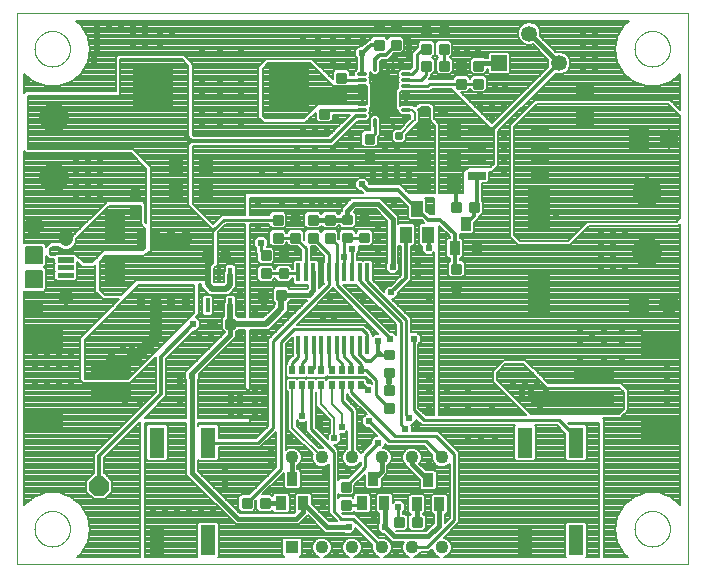
<source format=gtl>
G75*
%MOIN*%
%OFA0B0*%
%FSLAX25Y25*%
%IPPOS*%
%LPD*%
%AMOC8*
5,1,8,0,0,1.08239X$1,22.5*
%
%ADD10C,0.00000*%
%ADD11R,0.05000X0.06000*%
%ADD12C,0.00875*%
%ADD13C,0.01250*%
%ADD14R,0.05315X0.05315*%
%ADD15C,0.05315*%
%ADD16R,0.13780X0.03937*%
%ADD17R,0.13780X0.07874*%
%ADD18C,0.09843*%
%ADD19R,0.04362X0.04362*%
%ADD20C,0.04362*%
%ADD21R,0.03500X0.04500*%
%ADD22R,0.05000X0.10000*%
%ADD23C,0.00160*%
%ADD24C,0.00600*%
%ADD25C,0.04756*%
%ADD26C,0.05000*%
%ADD27R,0.01969X0.02559*%
%ADD28R,0.06693X0.09843*%
%ADD29R,0.06500X0.06500*%
%ADD30C,0.06500*%
%ADD31R,0.01575X0.04724*%
%ADD32R,0.01378X0.05906*%
%ADD33C,0.01260*%
%ADD34R,0.08200X0.12000*%
%ADD35C,0.00100*%
%ADD36R,0.02500X0.06000*%
%ADD37R,0.07500X0.15000*%
%ADD38R,0.13780X0.15748*%
%ADD39R,0.06000X0.02500*%
%ADD40R,0.03937X0.05512*%
%ADD41OC8,0.06600*%
%ADD42R,0.06000X0.05000*%
%ADD43C,0.00800*%
%ADD44C,0.02400*%
%ADD45C,0.01000*%
%ADD46C,0.04000*%
%ADD47C,0.01200*%
%ADD48C,0.03500*%
%ADD49C,0.02578*%
%ADD50C,0.01500*%
%ADD51C,0.02000*%
D10*
X0014800Y0001750D02*
X0014800Y0185372D01*
X0238422Y0185372D01*
X0238422Y0001750D01*
X0014800Y0001750D01*
X0020705Y0013561D02*
X0020707Y0013714D01*
X0020713Y0013868D01*
X0020723Y0014021D01*
X0020737Y0014173D01*
X0020755Y0014326D01*
X0020777Y0014477D01*
X0020802Y0014628D01*
X0020832Y0014779D01*
X0020866Y0014929D01*
X0020903Y0015077D01*
X0020944Y0015225D01*
X0020989Y0015371D01*
X0021038Y0015517D01*
X0021091Y0015661D01*
X0021147Y0015803D01*
X0021207Y0015944D01*
X0021271Y0016084D01*
X0021338Y0016222D01*
X0021409Y0016358D01*
X0021484Y0016492D01*
X0021561Y0016624D01*
X0021643Y0016754D01*
X0021727Y0016882D01*
X0021815Y0017008D01*
X0021906Y0017131D01*
X0022000Y0017252D01*
X0022098Y0017370D01*
X0022198Y0017486D01*
X0022302Y0017599D01*
X0022408Y0017710D01*
X0022517Y0017818D01*
X0022629Y0017923D01*
X0022743Y0018024D01*
X0022861Y0018123D01*
X0022980Y0018219D01*
X0023102Y0018312D01*
X0023227Y0018401D01*
X0023354Y0018488D01*
X0023483Y0018570D01*
X0023614Y0018650D01*
X0023747Y0018726D01*
X0023882Y0018799D01*
X0024019Y0018868D01*
X0024158Y0018933D01*
X0024298Y0018995D01*
X0024440Y0019053D01*
X0024583Y0019108D01*
X0024728Y0019159D01*
X0024874Y0019206D01*
X0025021Y0019249D01*
X0025169Y0019288D01*
X0025318Y0019324D01*
X0025468Y0019355D01*
X0025619Y0019383D01*
X0025770Y0019407D01*
X0025923Y0019427D01*
X0026075Y0019443D01*
X0026228Y0019455D01*
X0026381Y0019463D01*
X0026534Y0019467D01*
X0026688Y0019467D01*
X0026841Y0019463D01*
X0026994Y0019455D01*
X0027147Y0019443D01*
X0027299Y0019427D01*
X0027452Y0019407D01*
X0027603Y0019383D01*
X0027754Y0019355D01*
X0027904Y0019324D01*
X0028053Y0019288D01*
X0028201Y0019249D01*
X0028348Y0019206D01*
X0028494Y0019159D01*
X0028639Y0019108D01*
X0028782Y0019053D01*
X0028924Y0018995D01*
X0029064Y0018933D01*
X0029203Y0018868D01*
X0029340Y0018799D01*
X0029475Y0018726D01*
X0029608Y0018650D01*
X0029739Y0018570D01*
X0029868Y0018488D01*
X0029995Y0018401D01*
X0030120Y0018312D01*
X0030242Y0018219D01*
X0030361Y0018123D01*
X0030479Y0018024D01*
X0030593Y0017923D01*
X0030705Y0017818D01*
X0030814Y0017710D01*
X0030920Y0017599D01*
X0031024Y0017486D01*
X0031124Y0017370D01*
X0031222Y0017252D01*
X0031316Y0017131D01*
X0031407Y0017008D01*
X0031495Y0016882D01*
X0031579Y0016754D01*
X0031661Y0016624D01*
X0031738Y0016492D01*
X0031813Y0016358D01*
X0031884Y0016222D01*
X0031951Y0016084D01*
X0032015Y0015944D01*
X0032075Y0015803D01*
X0032131Y0015661D01*
X0032184Y0015517D01*
X0032233Y0015371D01*
X0032278Y0015225D01*
X0032319Y0015077D01*
X0032356Y0014929D01*
X0032390Y0014779D01*
X0032420Y0014628D01*
X0032445Y0014477D01*
X0032467Y0014326D01*
X0032485Y0014173D01*
X0032499Y0014021D01*
X0032509Y0013868D01*
X0032515Y0013714D01*
X0032517Y0013561D01*
X0032515Y0013408D01*
X0032509Y0013254D01*
X0032499Y0013101D01*
X0032485Y0012949D01*
X0032467Y0012796D01*
X0032445Y0012645D01*
X0032420Y0012494D01*
X0032390Y0012343D01*
X0032356Y0012193D01*
X0032319Y0012045D01*
X0032278Y0011897D01*
X0032233Y0011751D01*
X0032184Y0011605D01*
X0032131Y0011461D01*
X0032075Y0011319D01*
X0032015Y0011178D01*
X0031951Y0011038D01*
X0031884Y0010900D01*
X0031813Y0010764D01*
X0031738Y0010630D01*
X0031661Y0010498D01*
X0031579Y0010368D01*
X0031495Y0010240D01*
X0031407Y0010114D01*
X0031316Y0009991D01*
X0031222Y0009870D01*
X0031124Y0009752D01*
X0031024Y0009636D01*
X0030920Y0009523D01*
X0030814Y0009412D01*
X0030705Y0009304D01*
X0030593Y0009199D01*
X0030479Y0009098D01*
X0030361Y0008999D01*
X0030242Y0008903D01*
X0030120Y0008810D01*
X0029995Y0008721D01*
X0029868Y0008634D01*
X0029739Y0008552D01*
X0029608Y0008472D01*
X0029475Y0008396D01*
X0029340Y0008323D01*
X0029203Y0008254D01*
X0029064Y0008189D01*
X0028924Y0008127D01*
X0028782Y0008069D01*
X0028639Y0008014D01*
X0028494Y0007963D01*
X0028348Y0007916D01*
X0028201Y0007873D01*
X0028053Y0007834D01*
X0027904Y0007798D01*
X0027754Y0007767D01*
X0027603Y0007739D01*
X0027452Y0007715D01*
X0027299Y0007695D01*
X0027147Y0007679D01*
X0026994Y0007667D01*
X0026841Y0007659D01*
X0026688Y0007655D01*
X0026534Y0007655D01*
X0026381Y0007659D01*
X0026228Y0007667D01*
X0026075Y0007679D01*
X0025923Y0007695D01*
X0025770Y0007715D01*
X0025619Y0007739D01*
X0025468Y0007767D01*
X0025318Y0007798D01*
X0025169Y0007834D01*
X0025021Y0007873D01*
X0024874Y0007916D01*
X0024728Y0007963D01*
X0024583Y0008014D01*
X0024440Y0008069D01*
X0024298Y0008127D01*
X0024158Y0008189D01*
X0024019Y0008254D01*
X0023882Y0008323D01*
X0023747Y0008396D01*
X0023614Y0008472D01*
X0023483Y0008552D01*
X0023354Y0008634D01*
X0023227Y0008721D01*
X0023102Y0008810D01*
X0022980Y0008903D01*
X0022861Y0008999D01*
X0022743Y0009098D01*
X0022629Y0009199D01*
X0022517Y0009304D01*
X0022408Y0009412D01*
X0022302Y0009523D01*
X0022198Y0009636D01*
X0022098Y0009752D01*
X0022000Y0009870D01*
X0021906Y0009991D01*
X0021815Y0010114D01*
X0021727Y0010240D01*
X0021643Y0010368D01*
X0021561Y0010498D01*
X0021484Y0010630D01*
X0021409Y0010764D01*
X0021338Y0010900D01*
X0021271Y0011038D01*
X0021207Y0011178D01*
X0021147Y0011319D01*
X0021091Y0011461D01*
X0021038Y0011605D01*
X0020989Y0011751D01*
X0020944Y0011897D01*
X0020903Y0012045D01*
X0020866Y0012193D01*
X0020832Y0012343D01*
X0020802Y0012494D01*
X0020777Y0012645D01*
X0020755Y0012796D01*
X0020737Y0012949D01*
X0020723Y0013101D01*
X0020713Y0013254D01*
X0020707Y0013408D01*
X0020705Y0013561D01*
X0020705Y0173561D02*
X0020707Y0173714D01*
X0020713Y0173868D01*
X0020723Y0174021D01*
X0020737Y0174173D01*
X0020755Y0174326D01*
X0020777Y0174477D01*
X0020802Y0174628D01*
X0020832Y0174779D01*
X0020866Y0174929D01*
X0020903Y0175077D01*
X0020944Y0175225D01*
X0020989Y0175371D01*
X0021038Y0175517D01*
X0021091Y0175661D01*
X0021147Y0175803D01*
X0021207Y0175944D01*
X0021271Y0176084D01*
X0021338Y0176222D01*
X0021409Y0176358D01*
X0021484Y0176492D01*
X0021561Y0176624D01*
X0021643Y0176754D01*
X0021727Y0176882D01*
X0021815Y0177008D01*
X0021906Y0177131D01*
X0022000Y0177252D01*
X0022098Y0177370D01*
X0022198Y0177486D01*
X0022302Y0177599D01*
X0022408Y0177710D01*
X0022517Y0177818D01*
X0022629Y0177923D01*
X0022743Y0178024D01*
X0022861Y0178123D01*
X0022980Y0178219D01*
X0023102Y0178312D01*
X0023227Y0178401D01*
X0023354Y0178488D01*
X0023483Y0178570D01*
X0023614Y0178650D01*
X0023747Y0178726D01*
X0023882Y0178799D01*
X0024019Y0178868D01*
X0024158Y0178933D01*
X0024298Y0178995D01*
X0024440Y0179053D01*
X0024583Y0179108D01*
X0024728Y0179159D01*
X0024874Y0179206D01*
X0025021Y0179249D01*
X0025169Y0179288D01*
X0025318Y0179324D01*
X0025468Y0179355D01*
X0025619Y0179383D01*
X0025770Y0179407D01*
X0025923Y0179427D01*
X0026075Y0179443D01*
X0026228Y0179455D01*
X0026381Y0179463D01*
X0026534Y0179467D01*
X0026688Y0179467D01*
X0026841Y0179463D01*
X0026994Y0179455D01*
X0027147Y0179443D01*
X0027299Y0179427D01*
X0027452Y0179407D01*
X0027603Y0179383D01*
X0027754Y0179355D01*
X0027904Y0179324D01*
X0028053Y0179288D01*
X0028201Y0179249D01*
X0028348Y0179206D01*
X0028494Y0179159D01*
X0028639Y0179108D01*
X0028782Y0179053D01*
X0028924Y0178995D01*
X0029064Y0178933D01*
X0029203Y0178868D01*
X0029340Y0178799D01*
X0029475Y0178726D01*
X0029608Y0178650D01*
X0029739Y0178570D01*
X0029868Y0178488D01*
X0029995Y0178401D01*
X0030120Y0178312D01*
X0030242Y0178219D01*
X0030361Y0178123D01*
X0030479Y0178024D01*
X0030593Y0177923D01*
X0030705Y0177818D01*
X0030814Y0177710D01*
X0030920Y0177599D01*
X0031024Y0177486D01*
X0031124Y0177370D01*
X0031222Y0177252D01*
X0031316Y0177131D01*
X0031407Y0177008D01*
X0031495Y0176882D01*
X0031579Y0176754D01*
X0031661Y0176624D01*
X0031738Y0176492D01*
X0031813Y0176358D01*
X0031884Y0176222D01*
X0031951Y0176084D01*
X0032015Y0175944D01*
X0032075Y0175803D01*
X0032131Y0175661D01*
X0032184Y0175517D01*
X0032233Y0175371D01*
X0032278Y0175225D01*
X0032319Y0175077D01*
X0032356Y0174929D01*
X0032390Y0174779D01*
X0032420Y0174628D01*
X0032445Y0174477D01*
X0032467Y0174326D01*
X0032485Y0174173D01*
X0032499Y0174021D01*
X0032509Y0173868D01*
X0032515Y0173714D01*
X0032517Y0173561D01*
X0032515Y0173408D01*
X0032509Y0173254D01*
X0032499Y0173101D01*
X0032485Y0172949D01*
X0032467Y0172796D01*
X0032445Y0172645D01*
X0032420Y0172494D01*
X0032390Y0172343D01*
X0032356Y0172193D01*
X0032319Y0172045D01*
X0032278Y0171897D01*
X0032233Y0171751D01*
X0032184Y0171605D01*
X0032131Y0171461D01*
X0032075Y0171319D01*
X0032015Y0171178D01*
X0031951Y0171038D01*
X0031884Y0170900D01*
X0031813Y0170764D01*
X0031738Y0170630D01*
X0031661Y0170498D01*
X0031579Y0170368D01*
X0031495Y0170240D01*
X0031407Y0170114D01*
X0031316Y0169991D01*
X0031222Y0169870D01*
X0031124Y0169752D01*
X0031024Y0169636D01*
X0030920Y0169523D01*
X0030814Y0169412D01*
X0030705Y0169304D01*
X0030593Y0169199D01*
X0030479Y0169098D01*
X0030361Y0168999D01*
X0030242Y0168903D01*
X0030120Y0168810D01*
X0029995Y0168721D01*
X0029868Y0168634D01*
X0029739Y0168552D01*
X0029608Y0168472D01*
X0029475Y0168396D01*
X0029340Y0168323D01*
X0029203Y0168254D01*
X0029064Y0168189D01*
X0028924Y0168127D01*
X0028782Y0168069D01*
X0028639Y0168014D01*
X0028494Y0167963D01*
X0028348Y0167916D01*
X0028201Y0167873D01*
X0028053Y0167834D01*
X0027904Y0167798D01*
X0027754Y0167767D01*
X0027603Y0167739D01*
X0027452Y0167715D01*
X0027299Y0167695D01*
X0027147Y0167679D01*
X0026994Y0167667D01*
X0026841Y0167659D01*
X0026688Y0167655D01*
X0026534Y0167655D01*
X0026381Y0167659D01*
X0026228Y0167667D01*
X0026075Y0167679D01*
X0025923Y0167695D01*
X0025770Y0167715D01*
X0025619Y0167739D01*
X0025468Y0167767D01*
X0025318Y0167798D01*
X0025169Y0167834D01*
X0025021Y0167873D01*
X0024874Y0167916D01*
X0024728Y0167963D01*
X0024583Y0168014D01*
X0024440Y0168069D01*
X0024298Y0168127D01*
X0024158Y0168189D01*
X0024019Y0168254D01*
X0023882Y0168323D01*
X0023747Y0168396D01*
X0023614Y0168472D01*
X0023483Y0168552D01*
X0023354Y0168634D01*
X0023227Y0168721D01*
X0023102Y0168810D01*
X0022980Y0168903D01*
X0022861Y0168999D01*
X0022743Y0169098D01*
X0022629Y0169199D01*
X0022517Y0169304D01*
X0022408Y0169412D01*
X0022302Y0169523D01*
X0022198Y0169636D01*
X0022098Y0169752D01*
X0022000Y0169870D01*
X0021906Y0169991D01*
X0021815Y0170114D01*
X0021727Y0170240D01*
X0021643Y0170368D01*
X0021561Y0170498D01*
X0021484Y0170630D01*
X0021409Y0170764D01*
X0021338Y0170900D01*
X0021271Y0171038D01*
X0021207Y0171178D01*
X0021147Y0171319D01*
X0021091Y0171461D01*
X0021038Y0171605D01*
X0020989Y0171751D01*
X0020944Y0171897D01*
X0020903Y0172045D01*
X0020866Y0172193D01*
X0020832Y0172343D01*
X0020802Y0172494D01*
X0020777Y0172645D01*
X0020755Y0172796D01*
X0020737Y0172949D01*
X0020723Y0173101D01*
X0020713Y0173254D01*
X0020707Y0173408D01*
X0020705Y0173561D01*
X0220705Y0173561D02*
X0220707Y0173714D01*
X0220713Y0173868D01*
X0220723Y0174021D01*
X0220737Y0174173D01*
X0220755Y0174326D01*
X0220777Y0174477D01*
X0220802Y0174628D01*
X0220832Y0174779D01*
X0220866Y0174929D01*
X0220903Y0175077D01*
X0220944Y0175225D01*
X0220989Y0175371D01*
X0221038Y0175517D01*
X0221091Y0175661D01*
X0221147Y0175803D01*
X0221207Y0175944D01*
X0221271Y0176084D01*
X0221338Y0176222D01*
X0221409Y0176358D01*
X0221484Y0176492D01*
X0221561Y0176624D01*
X0221643Y0176754D01*
X0221727Y0176882D01*
X0221815Y0177008D01*
X0221906Y0177131D01*
X0222000Y0177252D01*
X0222098Y0177370D01*
X0222198Y0177486D01*
X0222302Y0177599D01*
X0222408Y0177710D01*
X0222517Y0177818D01*
X0222629Y0177923D01*
X0222743Y0178024D01*
X0222861Y0178123D01*
X0222980Y0178219D01*
X0223102Y0178312D01*
X0223227Y0178401D01*
X0223354Y0178488D01*
X0223483Y0178570D01*
X0223614Y0178650D01*
X0223747Y0178726D01*
X0223882Y0178799D01*
X0224019Y0178868D01*
X0224158Y0178933D01*
X0224298Y0178995D01*
X0224440Y0179053D01*
X0224583Y0179108D01*
X0224728Y0179159D01*
X0224874Y0179206D01*
X0225021Y0179249D01*
X0225169Y0179288D01*
X0225318Y0179324D01*
X0225468Y0179355D01*
X0225619Y0179383D01*
X0225770Y0179407D01*
X0225923Y0179427D01*
X0226075Y0179443D01*
X0226228Y0179455D01*
X0226381Y0179463D01*
X0226534Y0179467D01*
X0226688Y0179467D01*
X0226841Y0179463D01*
X0226994Y0179455D01*
X0227147Y0179443D01*
X0227299Y0179427D01*
X0227452Y0179407D01*
X0227603Y0179383D01*
X0227754Y0179355D01*
X0227904Y0179324D01*
X0228053Y0179288D01*
X0228201Y0179249D01*
X0228348Y0179206D01*
X0228494Y0179159D01*
X0228639Y0179108D01*
X0228782Y0179053D01*
X0228924Y0178995D01*
X0229064Y0178933D01*
X0229203Y0178868D01*
X0229340Y0178799D01*
X0229475Y0178726D01*
X0229608Y0178650D01*
X0229739Y0178570D01*
X0229868Y0178488D01*
X0229995Y0178401D01*
X0230120Y0178312D01*
X0230242Y0178219D01*
X0230361Y0178123D01*
X0230479Y0178024D01*
X0230593Y0177923D01*
X0230705Y0177818D01*
X0230814Y0177710D01*
X0230920Y0177599D01*
X0231024Y0177486D01*
X0231124Y0177370D01*
X0231222Y0177252D01*
X0231316Y0177131D01*
X0231407Y0177008D01*
X0231495Y0176882D01*
X0231579Y0176754D01*
X0231661Y0176624D01*
X0231738Y0176492D01*
X0231813Y0176358D01*
X0231884Y0176222D01*
X0231951Y0176084D01*
X0232015Y0175944D01*
X0232075Y0175803D01*
X0232131Y0175661D01*
X0232184Y0175517D01*
X0232233Y0175371D01*
X0232278Y0175225D01*
X0232319Y0175077D01*
X0232356Y0174929D01*
X0232390Y0174779D01*
X0232420Y0174628D01*
X0232445Y0174477D01*
X0232467Y0174326D01*
X0232485Y0174173D01*
X0232499Y0174021D01*
X0232509Y0173868D01*
X0232515Y0173714D01*
X0232517Y0173561D01*
X0232515Y0173408D01*
X0232509Y0173254D01*
X0232499Y0173101D01*
X0232485Y0172949D01*
X0232467Y0172796D01*
X0232445Y0172645D01*
X0232420Y0172494D01*
X0232390Y0172343D01*
X0232356Y0172193D01*
X0232319Y0172045D01*
X0232278Y0171897D01*
X0232233Y0171751D01*
X0232184Y0171605D01*
X0232131Y0171461D01*
X0232075Y0171319D01*
X0232015Y0171178D01*
X0231951Y0171038D01*
X0231884Y0170900D01*
X0231813Y0170764D01*
X0231738Y0170630D01*
X0231661Y0170498D01*
X0231579Y0170368D01*
X0231495Y0170240D01*
X0231407Y0170114D01*
X0231316Y0169991D01*
X0231222Y0169870D01*
X0231124Y0169752D01*
X0231024Y0169636D01*
X0230920Y0169523D01*
X0230814Y0169412D01*
X0230705Y0169304D01*
X0230593Y0169199D01*
X0230479Y0169098D01*
X0230361Y0168999D01*
X0230242Y0168903D01*
X0230120Y0168810D01*
X0229995Y0168721D01*
X0229868Y0168634D01*
X0229739Y0168552D01*
X0229608Y0168472D01*
X0229475Y0168396D01*
X0229340Y0168323D01*
X0229203Y0168254D01*
X0229064Y0168189D01*
X0228924Y0168127D01*
X0228782Y0168069D01*
X0228639Y0168014D01*
X0228494Y0167963D01*
X0228348Y0167916D01*
X0228201Y0167873D01*
X0228053Y0167834D01*
X0227904Y0167798D01*
X0227754Y0167767D01*
X0227603Y0167739D01*
X0227452Y0167715D01*
X0227299Y0167695D01*
X0227147Y0167679D01*
X0226994Y0167667D01*
X0226841Y0167659D01*
X0226688Y0167655D01*
X0226534Y0167655D01*
X0226381Y0167659D01*
X0226228Y0167667D01*
X0226075Y0167679D01*
X0225923Y0167695D01*
X0225770Y0167715D01*
X0225619Y0167739D01*
X0225468Y0167767D01*
X0225318Y0167798D01*
X0225169Y0167834D01*
X0225021Y0167873D01*
X0224874Y0167916D01*
X0224728Y0167963D01*
X0224583Y0168014D01*
X0224440Y0168069D01*
X0224298Y0168127D01*
X0224158Y0168189D01*
X0224019Y0168254D01*
X0223882Y0168323D01*
X0223747Y0168396D01*
X0223614Y0168472D01*
X0223483Y0168552D01*
X0223354Y0168634D01*
X0223227Y0168721D01*
X0223102Y0168810D01*
X0222980Y0168903D01*
X0222861Y0168999D01*
X0222743Y0169098D01*
X0222629Y0169199D01*
X0222517Y0169304D01*
X0222408Y0169412D01*
X0222302Y0169523D01*
X0222198Y0169636D01*
X0222098Y0169752D01*
X0222000Y0169870D01*
X0221906Y0169991D01*
X0221815Y0170114D01*
X0221727Y0170240D01*
X0221643Y0170368D01*
X0221561Y0170498D01*
X0221484Y0170630D01*
X0221409Y0170764D01*
X0221338Y0170900D01*
X0221271Y0171038D01*
X0221207Y0171178D01*
X0221147Y0171319D01*
X0221091Y0171461D01*
X0221038Y0171605D01*
X0220989Y0171751D01*
X0220944Y0171897D01*
X0220903Y0172045D01*
X0220866Y0172193D01*
X0220832Y0172343D01*
X0220802Y0172494D01*
X0220777Y0172645D01*
X0220755Y0172796D01*
X0220737Y0172949D01*
X0220723Y0173101D01*
X0220713Y0173254D01*
X0220707Y0173408D01*
X0220705Y0173561D01*
X0220705Y0013561D02*
X0220707Y0013714D01*
X0220713Y0013868D01*
X0220723Y0014021D01*
X0220737Y0014173D01*
X0220755Y0014326D01*
X0220777Y0014477D01*
X0220802Y0014628D01*
X0220832Y0014779D01*
X0220866Y0014929D01*
X0220903Y0015077D01*
X0220944Y0015225D01*
X0220989Y0015371D01*
X0221038Y0015517D01*
X0221091Y0015661D01*
X0221147Y0015803D01*
X0221207Y0015944D01*
X0221271Y0016084D01*
X0221338Y0016222D01*
X0221409Y0016358D01*
X0221484Y0016492D01*
X0221561Y0016624D01*
X0221643Y0016754D01*
X0221727Y0016882D01*
X0221815Y0017008D01*
X0221906Y0017131D01*
X0222000Y0017252D01*
X0222098Y0017370D01*
X0222198Y0017486D01*
X0222302Y0017599D01*
X0222408Y0017710D01*
X0222517Y0017818D01*
X0222629Y0017923D01*
X0222743Y0018024D01*
X0222861Y0018123D01*
X0222980Y0018219D01*
X0223102Y0018312D01*
X0223227Y0018401D01*
X0223354Y0018488D01*
X0223483Y0018570D01*
X0223614Y0018650D01*
X0223747Y0018726D01*
X0223882Y0018799D01*
X0224019Y0018868D01*
X0224158Y0018933D01*
X0224298Y0018995D01*
X0224440Y0019053D01*
X0224583Y0019108D01*
X0224728Y0019159D01*
X0224874Y0019206D01*
X0225021Y0019249D01*
X0225169Y0019288D01*
X0225318Y0019324D01*
X0225468Y0019355D01*
X0225619Y0019383D01*
X0225770Y0019407D01*
X0225923Y0019427D01*
X0226075Y0019443D01*
X0226228Y0019455D01*
X0226381Y0019463D01*
X0226534Y0019467D01*
X0226688Y0019467D01*
X0226841Y0019463D01*
X0226994Y0019455D01*
X0227147Y0019443D01*
X0227299Y0019427D01*
X0227452Y0019407D01*
X0227603Y0019383D01*
X0227754Y0019355D01*
X0227904Y0019324D01*
X0228053Y0019288D01*
X0228201Y0019249D01*
X0228348Y0019206D01*
X0228494Y0019159D01*
X0228639Y0019108D01*
X0228782Y0019053D01*
X0228924Y0018995D01*
X0229064Y0018933D01*
X0229203Y0018868D01*
X0229340Y0018799D01*
X0229475Y0018726D01*
X0229608Y0018650D01*
X0229739Y0018570D01*
X0229868Y0018488D01*
X0229995Y0018401D01*
X0230120Y0018312D01*
X0230242Y0018219D01*
X0230361Y0018123D01*
X0230479Y0018024D01*
X0230593Y0017923D01*
X0230705Y0017818D01*
X0230814Y0017710D01*
X0230920Y0017599D01*
X0231024Y0017486D01*
X0231124Y0017370D01*
X0231222Y0017252D01*
X0231316Y0017131D01*
X0231407Y0017008D01*
X0231495Y0016882D01*
X0231579Y0016754D01*
X0231661Y0016624D01*
X0231738Y0016492D01*
X0231813Y0016358D01*
X0231884Y0016222D01*
X0231951Y0016084D01*
X0232015Y0015944D01*
X0232075Y0015803D01*
X0232131Y0015661D01*
X0232184Y0015517D01*
X0232233Y0015371D01*
X0232278Y0015225D01*
X0232319Y0015077D01*
X0232356Y0014929D01*
X0232390Y0014779D01*
X0232420Y0014628D01*
X0232445Y0014477D01*
X0232467Y0014326D01*
X0232485Y0014173D01*
X0232499Y0014021D01*
X0232509Y0013868D01*
X0232515Y0013714D01*
X0232517Y0013561D01*
X0232515Y0013408D01*
X0232509Y0013254D01*
X0232499Y0013101D01*
X0232485Y0012949D01*
X0232467Y0012796D01*
X0232445Y0012645D01*
X0232420Y0012494D01*
X0232390Y0012343D01*
X0232356Y0012193D01*
X0232319Y0012045D01*
X0232278Y0011897D01*
X0232233Y0011751D01*
X0232184Y0011605D01*
X0232131Y0011461D01*
X0232075Y0011319D01*
X0232015Y0011178D01*
X0231951Y0011038D01*
X0231884Y0010900D01*
X0231813Y0010764D01*
X0231738Y0010630D01*
X0231661Y0010498D01*
X0231579Y0010368D01*
X0231495Y0010240D01*
X0231407Y0010114D01*
X0231316Y0009991D01*
X0231222Y0009870D01*
X0231124Y0009752D01*
X0231024Y0009636D01*
X0230920Y0009523D01*
X0230814Y0009412D01*
X0230705Y0009304D01*
X0230593Y0009199D01*
X0230479Y0009098D01*
X0230361Y0008999D01*
X0230242Y0008903D01*
X0230120Y0008810D01*
X0229995Y0008721D01*
X0229868Y0008634D01*
X0229739Y0008552D01*
X0229608Y0008472D01*
X0229475Y0008396D01*
X0229340Y0008323D01*
X0229203Y0008254D01*
X0229064Y0008189D01*
X0228924Y0008127D01*
X0228782Y0008069D01*
X0228639Y0008014D01*
X0228494Y0007963D01*
X0228348Y0007916D01*
X0228201Y0007873D01*
X0228053Y0007834D01*
X0227904Y0007798D01*
X0227754Y0007767D01*
X0227603Y0007739D01*
X0227452Y0007715D01*
X0227299Y0007695D01*
X0227147Y0007679D01*
X0226994Y0007667D01*
X0226841Y0007659D01*
X0226688Y0007655D01*
X0226534Y0007655D01*
X0226381Y0007659D01*
X0226228Y0007667D01*
X0226075Y0007679D01*
X0225923Y0007695D01*
X0225770Y0007715D01*
X0225619Y0007739D01*
X0225468Y0007767D01*
X0225318Y0007798D01*
X0225169Y0007834D01*
X0225021Y0007873D01*
X0224874Y0007916D01*
X0224728Y0007963D01*
X0224583Y0008014D01*
X0224440Y0008069D01*
X0224298Y0008127D01*
X0224158Y0008189D01*
X0224019Y0008254D01*
X0223882Y0008323D01*
X0223747Y0008396D01*
X0223614Y0008472D01*
X0223483Y0008552D01*
X0223354Y0008634D01*
X0223227Y0008721D01*
X0223102Y0008810D01*
X0222980Y0008903D01*
X0222861Y0008999D01*
X0222743Y0009098D01*
X0222629Y0009199D01*
X0222517Y0009304D01*
X0222408Y0009412D01*
X0222302Y0009523D01*
X0222198Y0009636D01*
X0222098Y0009752D01*
X0222000Y0009870D01*
X0221906Y0009991D01*
X0221815Y0010114D01*
X0221727Y0010240D01*
X0221643Y0010368D01*
X0221561Y0010498D01*
X0221484Y0010630D01*
X0221409Y0010764D01*
X0221338Y0010900D01*
X0221271Y0011038D01*
X0221207Y0011178D01*
X0221147Y0011319D01*
X0221091Y0011461D01*
X0221038Y0011605D01*
X0220989Y0011751D01*
X0220944Y0011897D01*
X0220903Y0012045D01*
X0220866Y0012193D01*
X0220832Y0012343D01*
X0220802Y0012494D01*
X0220777Y0012645D01*
X0220755Y0012796D01*
X0220737Y0012949D01*
X0220723Y0013101D01*
X0220713Y0013254D01*
X0220707Y0013408D01*
X0220705Y0013561D01*
D11*
X0077802Y0125635D03*
X0067802Y0125635D03*
X0067802Y0134335D03*
X0077802Y0134335D03*
X0150398Y0137065D03*
X0150398Y0145665D03*
X0160398Y0145665D03*
X0160398Y0137065D03*
X0160398Y0128465D03*
X0150398Y0128465D03*
D12*
X0159887Y0119437D02*
X0162513Y0119437D01*
X0159887Y0119437D02*
X0159887Y0122063D01*
X0162513Y0122063D01*
X0162513Y0119437D01*
X0162513Y0120311D02*
X0159887Y0120311D01*
X0159887Y0121185D02*
X0162513Y0121185D01*
X0162513Y0122059D02*
X0159887Y0122059D01*
X0165887Y0119437D02*
X0168513Y0119437D01*
X0165887Y0119437D02*
X0165887Y0122063D01*
X0168513Y0122063D01*
X0168513Y0119437D01*
X0168513Y0120311D02*
X0165887Y0120311D01*
X0165887Y0121185D02*
X0168513Y0121185D01*
X0168513Y0122059D02*
X0165887Y0122059D01*
X0162613Y0101563D02*
X0162613Y0098937D01*
X0159987Y0098937D01*
X0159987Y0101563D01*
X0162613Y0101563D01*
X0162613Y0099811D02*
X0159987Y0099811D01*
X0159987Y0100685D02*
X0162613Y0100685D01*
X0162613Y0101559D02*
X0159987Y0101559D01*
X0162613Y0095563D02*
X0162613Y0092937D01*
X0159987Y0092937D01*
X0159987Y0095563D01*
X0162613Y0095563D01*
X0162613Y0093811D02*
X0159987Y0093811D01*
X0159987Y0094685D02*
X0162613Y0094685D01*
X0162613Y0095559D02*
X0159987Y0095559D01*
X0137687Y0072963D02*
X0137687Y0070337D01*
X0137687Y0072963D02*
X0140313Y0072963D01*
X0140313Y0070337D01*
X0137687Y0070337D01*
X0137687Y0071211D02*
X0140313Y0071211D01*
X0140313Y0072085D02*
X0137687Y0072085D01*
X0137687Y0072959D02*
X0140313Y0072959D01*
X0137687Y0066963D02*
X0137687Y0064337D01*
X0137687Y0066963D02*
X0140313Y0066963D01*
X0140313Y0064337D01*
X0137687Y0064337D01*
X0137687Y0065211D02*
X0140313Y0065211D01*
X0140313Y0066085D02*
X0137687Y0066085D01*
X0137687Y0066959D02*
X0140313Y0066959D01*
X0140313Y0061263D02*
X0140313Y0058637D01*
X0137687Y0058637D01*
X0137687Y0061263D01*
X0140313Y0061263D01*
X0140313Y0059511D02*
X0137687Y0059511D01*
X0137687Y0060385D02*
X0140313Y0060385D01*
X0140313Y0061259D02*
X0137687Y0061259D01*
X0140313Y0055263D02*
X0140313Y0052637D01*
X0137687Y0052637D01*
X0137687Y0055263D01*
X0140313Y0055263D01*
X0140313Y0053511D02*
X0137687Y0053511D01*
X0137687Y0054385D02*
X0140313Y0054385D01*
X0140313Y0055259D02*
X0137687Y0055259D01*
X0123193Y0028857D02*
X0123193Y0026231D01*
X0123193Y0028857D02*
X0125819Y0028857D01*
X0125819Y0026231D01*
X0123193Y0026231D01*
X0123193Y0027105D02*
X0125819Y0027105D01*
X0125819Y0027979D02*
X0123193Y0027979D01*
X0123193Y0028853D02*
X0125819Y0028853D01*
X0123193Y0022857D02*
X0123193Y0020231D01*
X0123193Y0022857D02*
X0125819Y0022857D01*
X0125819Y0020231D01*
X0123193Y0020231D01*
X0123193Y0021105D02*
X0125819Y0021105D01*
X0125819Y0021979D02*
X0123193Y0021979D01*
X0123193Y0022853D02*
X0125819Y0022853D01*
X0140893Y0014443D02*
X0143519Y0014443D01*
X0140893Y0014443D02*
X0140893Y0017069D01*
X0143519Y0017069D01*
X0143519Y0014443D01*
X0143519Y0015317D02*
X0140893Y0015317D01*
X0140893Y0016191D02*
X0143519Y0016191D01*
X0143519Y0017065D02*
X0140893Y0017065D01*
X0146893Y0014443D02*
X0149519Y0014443D01*
X0146893Y0014443D02*
X0146893Y0017069D01*
X0149519Y0017069D01*
X0149519Y0014443D01*
X0149519Y0015317D02*
X0146893Y0015317D01*
X0146893Y0016191D02*
X0149519Y0016191D01*
X0149519Y0017065D02*
X0146893Y0017065D01*
X0098819Y0020843D02*
X0096193Y0020843D01*
X0096193Y0023469D01*
X0098819Y0023469D01*
X0098819Y0020843D01*
X0098819Y0021717D02*
X0096193Y0021717D01*
X0096193Y0022591D02*
X0098819Y0022591D01*
X0098819Y0023465D02*
X0096193Y0023465D01*
X0092819Y0020843D02*
X0090193Y0020843D01*
X0090193Y0023469D01*
X0092819Y0023469D01*
X0092819Y0020843D01*
X0092819Y0021717D02*
X0090193Y0021717D01*
X0090193Y0022591D02*
X0092819Y0022591D01*
X0092819Y0023465D02*
X0090193Y0023465D01*
X0087313Y0083263D02*
X0084687Y0083263D01*
X0087313Y0083263D02*
X0087313Y0080637D01*
X0084687Y0080637D01*
X0084687Y0083263D01*
X0084687Y0081511D02*
X0087313Y0081511D01*
X0087313Y0082385D02*
X0084687Y0082385D01*
X0084687Y0083259D02*
X0087313Y0083259D01*
X0081313Y0083263D02*
X0078687Y0083263D01*
X0081313Y0083263D02*
X0081313Y0080637D01*
X0078687Y0080637D01*
X0078687Y0083263D01*
X0078687Y0081511D02*
X0081313Y0081511D01*
X0081313Y0082385D02*
X0078687Y0082385D01*
X0078687Y0083259D02*
X0081313Y0083259D01*
X0095587Y0092863D02*
X0098213Y0092863D01*
X0098213Y0090237D01*
X0095587Y0090237D01*
X0095587Y0092863D01*
X0095587Y0091111D02*
X0098213Y0091111D01*
X0098213Y0091985D02*
X0095587Y0091985D01*
X0095587Y0092859D02*
X0098213Y0092859D01*
X0101587Y0092863D02*
X0104213Y0092863D01*
X0104213Y0090237D01*
X0101587Y0090237D01*
X0101587Y0092863D01*
X0101587Y0091111D02*
X0104213Y0091111D01*
X0104213Y0091985D02*
X0101587Y0091985D01*
X0101587Y0092859D02*
X0104213Y0092859D01*
X0102407Y0097388D02*
X0102407Y0100014D01*
X0105033Y0100014D01*
X0105033Y0097388D01*
X0102407Y0097388D01*
X0102407Y0098262D02*
X0105033Y0098262D01*
X0105033Y0099136D02*
X0102407Y0099136D01*
X0102407Y0100010D02*
X0105033Y0100010D01*
X0102407Y0103388D02*
X0102407Y0106014D01*
X0105033Y0106014D01*
X0105033Y0103388D01*
X0102407Y0103388D01*
X0102407Y0104262D02*
X0105033Y0104262D01*
X0105033Y0105136D02*
X0102407Y0105136D01*
X0102407Y0106010D02*
X0105033Y0106010D01*
X0106367Y0109286D02*
X0106367Y0111912D01*
X0108993Y0111912D01*
X0108993Y0109286D01*
X0106367Y0109286D01*
X0106367Y0110160D02*
X0108993Y0110160D01*
X0108993Y0111034D02*
X0106367Y0111034D01*
X0106367Y0111908D02*
X0108993Y0111908D01*
X0114833Y0111914D02*
X0114833Y0109288D01*
X0112207Y0109288D01*
X0112207Y0111914D01*
X0114833Y0111914D01*
X0114833Y0110162D02*
X0112207Y0110162D01*
X0112207Y0111036D02*
X0114833Y0111036D01*
X0114833Y0111910D02*
X0112207Y0111910D01*
X0114833Y0115288D02*
X0114833Y0117914D01*
X0114833Y0115288D02*
X0112207Y0115288D01*
X0112207Y0117914D01*
X0114833Y0117914D01*
X0114833Y0116162D02*
X0112207Y0116162D01*
X0112207Y0117036D02*
X0114833Y0117036D01*
X0114833Y0117910D02*
X0112207Y0117910D01*
X0106367Y0117912D02*
X0106367Y0115286D01*
X0106367Y0117912D02*
X0108993Y0117912D01*
X0108993Y0115286D01*
X0106367Y0115286D01*
X0106367Y0116160D02*
X0108993Y0116160D01*
X0108993Y0117034D02*
X0106367Y0117034D01*
X0106367Y0117908D02*
X0108993Y0117908D01*
X0103093Y0117912D02*
X0103093Y0115286D01*
X0100467Y0115286D01*
X0100467Y0117912D01*
X0103093Y0117912D01*
X0103093Y0116160D02*
X0100467Y0116160D01*
X0100467Y0117034D02*
X0103093Y0117034D01*
X0103093Y0117908D02*
X0100467Y0117908D01*
X0103093Y0111912D02*
X0103093Y0109286D01*
X0100467Y0109286D01*
X0100467Y0111912D01*
X0103093Y0111912D01*
X0103093Y0110160D02*
X0100467Y0110160D01*
X0100467Y0111034D02*
X0103093Y0111034D01*
X0103093Y0111908D02*
X0100467Y0111908D01*
X0099133Y0106014D02*
X0099133Y0103388D01*
X0096507Y0103388D01*
X0096507Y0106014D01*
X0099133Y0106014D01*
X0099133Y0104262D02*
X0096507Y0104262D01*
X0096507Y0105136D02*
X0099133Y0105136D01*
X0099133Y0106010D02*
X0096507Y0106010D01*
X0099133Y0100014D02*
X0099133Y0097388D01*
X0096507Y0097388D01*
X0096507Y0100014D01*
X0099133Y0100014D01*
X0099133Y0098262D02*
X0096507Y0098262D01*
X0096507Y0099136D02*
X0099133Y0099136D01*
X0099133Y0100010D02*
X0096507Y0100010D01*
X0085613Y0103337D02*
X0082987Y0103337D01*
X0082987Y0105963D01*
X0085613Y0105963D01*
X0085613Y0103337D01*
X0085613Y0104211D02*
X0082987Y0104211D01*
X0082987Y0105085D02*
X0085613Y0105085D01*
X0085613Y0105959D02*
X0082987Y0105959D01*
X0079613Y0103337D02*
X0076987Y0103337D01*
X0076987Y0105963D01*
X0079613Y0105963D01*
X0079613Y0103337D01*
X0079613Y0104211D02*
X0076987Y0104211D01*
X0076987Y0105085D02*
X0079613Y0105085D01*
X0079613Y0105959D02*
X0076987Y0105959D01*
X0055611Y0117852D02*
X0055611Y0120478D01*
X0055611Y0117852D02*
X0052985Y0117852D01*
X0052985Y0120478D01*
X0055611Y0120478D01*
X0055611Y0118726D02*
X0052985Y0118726D01*
X0052985Y0119600D02*
X0055611Y0119600D01*
X0055611Y0120474D02*
X0052985Y0120474D01*
X0055611Y0123852D02*
X0055611Y0126478D01*
X0055611Y0123852D02*
X0052985Y0123852D01*
X0052985Y0126478D01*
X0055611Y0126478D01*
X0055611Y0124726D02*
X0052985Y0124726D01*
X0052985Y0125600D02*
X0055611Y0125600D01*
X0055611Y0126474D02*
X0052985Y0126474D01*
X0118598Y0150535D02*
X0118598Y0153161D01*
X0118598Y0150535D02*
X0115972Y0150535D01*
X0115972Y0153161D01*
X0118598Y0153161D01*
X0118598Y0151409D02*
X0115972Y0151409D01*
X0115972Y0152283D02*
X0118598Y0152283D01*
X0118598Y0153157D02*
X0115972Y0153157D01*
X0118598Y0156535D02*
X0118598Y0159161D01*
X0118598Y0156535D02*
X0115972Y0156535D01*
X0115972Y0159161D01*
X0118598Y0159161D01*
X0118598Y0157409D02*
X0115972Y0157409D01*
X0115972Y0158283D02*
X0118598Y0158283D01*
X0118598Y0159157D02*
X0115972Y0159157D01*
X0121672Y0159161D02*
X0121672Y0156535D01*
X0121672Y0159161D02*
X0124298Y0159161D01*
X0124298Y0156535D01*
X0121672Y0156535D01*
X0121672Y0157409D02*
X0124298Y0157409D01*
X0124298Y0158283D02*
X0121672Y0158283D01*
X0121672Y0159157D02*
X0124298Y0159157D01*
X0121672Y0162535D02*
X0121672Y0165161D01*
X0124298Y0165161D01*
X0124298Y0162535D01*
X0121672Y0162535D01*
X0121672Y0163409D02*
X0124298Y0163409D01*
X0124298Y0164283D02*
X0121672Y0164283D01*
X0121672Y0165157D02*
X0124298Y0165157D01*
X0134172Y0173635D02*
X0134172Y0176261D01*
X0136798Y0176261D01*
X0136798Y0173635D01*
X0134172Y0173635D01*
X0134172Y0174509D02*
X0136798Y0174509D01*
X0136798Y0175383D02*
X0134172Y0175383D01*
X0134172Y0176257D02*
X0136798Y0176257D01*
X0139772Y0176261D02*
X0139772Y0173635D01*
X0139772Y0176261D02*
X0142398Y0176261D01*
X0142398Y0173635D01*
X0139772Y0173635D01*
X0139772Y0174509D02*
X0142398Y0174509D01*
X0142398Y0175383D02*
X0139772Y0175383D01*
X0139772Y0176257D02*
X0142398Y0176257D01*
X0139772Y0179635D02*
X0139772Y0182261D01*
X0142398Y0182261D01*
X0142398Y0179635D01*
X0139772Y0179635D01*
X0139772Y0180509D02*
X0142398Y0180509D01*
X0142398Y0181383D02*
X0139772Y0181383D01*
X0139772Y0182257D02*
X0142398Y0182257D01*
X0134172Y0182261D02*
X0134172Y0179635D01*
X0134172Y0182261D02*
X0136798Y0182261D01*
X0136798Y0179635D01*
X0134172Y0179635D01*
X0134172Y0180509D02*
X0136798Y0180509D01*
X0136798Y0181383D02*
X0134172Y0181383D01*
X0134172Y0182257D02*
X0136798Y0182257D01*
X0149972Y0180861D02*
X0149972Y0178235D01*
X0149972Y0180861D02*
X0152598Y0180861D01*
X0152598Y0178235D01*
X0149972Y0178235D01*
X0149972Y0179109D02*
X0152598Y0179109D01*
X0152598Y0179983D02*
X0149972Y0179983D01*
X0149972Y0180857D02*
X0152598Y0180857D01*
X0155772Y0180861D02*
X0155772Y0178235D01*
X0155772Y0180861D02*
X0158398Y0180861D01*
X0158398Y0178235D01*
X0155772Y0178235D01*
X0155772Y0179109D02*
X0158398Y0179109D01*
X0158398Y0179983D02*
X0155772Y0179983D01*
X0155772Y0180857D02*
X0158398Y0180857D01*
X0155772Y0174861D02*
X0155772Y0172235D01*
X0155772Y0174861D02*
X0158398Y0174861D01*
X0158398Y0172235D01*
X0155772Y0172235D01*
X0155772Y0173109D02*
X0158398Y0173109D01*
X0158398Y0173983D02*
X0155772Y0173983D01*
X0155772Y0174857D02*
X0158398Y0174857D01*
X0149972Y0174861D02*
X0149972Y0172235D01*
X0149972Y0174861D02*
X0152598Y0174861D01*
X0152598Y0172235D01*
X0149972Y0172235D01*
X0149972Y0173109D02*
X0152598Y0173109D01*
X0152598Y0173983D02*
X0149972Y0173983D01*
X0149972Y0174857D02*
X0152598Y0174857D01*
X0152598Y0169261D02*
X0149972Y0169261D01*
X0152598Y0169261D02*
X0152598Y0166635D01*
X0149972Y0166635D01*
X0149972Y0169261D01*
X0149972Y0167509D02*
X0152598Y0167509D01*
X0152598Y0168383D02*
X0149972Y0168383D01*
X0149972Y0169257D02*
X0152598Y0169257D01*
X0155972Y0169261D02*
X0158598Y0169261D01*
X0158598Y0166635D01*
X0155972Y0166635D01*
X0155972Y0169261D01*
X0155972Y0167509D02*
X0158598Y0167509D01*
X0158598Y0168383D02*
X0155972Y0168383D01*
X0155972Y0169257D02*
X0158598Y0169257D01*
X0164298Y0169261D02*
X0164298Y0166635D01*
X0161672Y0166635D01*
X0161672Y0169261D01*
X0164298Y0169261D01*
X0164298Y0167509D02*
X0161672Y0167509D01*
X0161672Y0168383D02*
X0164298Y0168383D01*
X0164298Y0169257D02*
X0161672Y0169257D01*
X0167372Y0169261D02*
X0167372Y0166635D01*
X0167372Y0169261D02*
X0169998Y0169261D01*
X0169998Y0166635D01*
X0167372Y0166635D01*
X0167372Y0167509D02*
X0169998Y0167509D01*
X0169998Y0168383D02*
X0167372Y0168383D01*
X0167372Y0169257D02*
X0169998Y0169257D01*
X0167372Y0163261D02*
X0167372Y0160635D01*
X0167372Y0163261D02*
X0169998Y0163261D01*
X0169998Y0160635D01*
X0167372Y0160635D01*
X0167372Y0161509D02*
X0169998Y0161509D01*
X0169998Y0162383D02*
X0167372Y0162383D01*
X0167372Y0163257D02*
X0169998Y0163257D01*
X0164298Y0163261D02*
X0164298Y0160635D01*
X0161672Y0160635D01*
X0161672Y0163261D01*
X0164298Y0163261D01*
X0164298Y0161509D02*
X0161672Y0161509D01*
X0161672Y0162383D02*
X0164298Y0162383D01*
X0164298Y0163257D02*
X0161672Y0163257D01*
X0158011Y0154078D02*
X0155385Y0154078D01*
X0158011Y0154078D02*
X0158011Y0151452D01*
X0155385Y0151452D01*
X0155385Y0154078D01*
X0155385Y0152326D02*
X0158011Y0152326D01*
X0158011Y0153200D02*
X0155385Y0153200D01*
X0155385Y0154074D02*
X0158011Y0154074D01*
X0152011Y0154078D02*
X0149385Y0154078D01*
X0152011Y0154078D02*
X0152011Y0151452D01*
X0149385Y0151452D01*
X0149385Y0154078D01*
X0149385Y0152326D02*
X0152011Y0152326D01*
X0152011Y0153200D02*
X0149385Y0153200D01*
X0149385Y0154074D02*
X0152011Y0154074D01*
X0133698Y0144861D02*
X0133698Y0142235D01*
X0131072Y0142235D01*
X0131072Y0144861D01*
X0133698Y0144861D01*
X0133698Y0143109D02*
X0131072Y0143109D01*
X0131072Y0143983D02*
X0133698Y0143983D01*
X0133698Y0144857D02*
X0131072Y0144857D01*
X0133698Y0138861D02*
X0133698Y0136235D01*
X0131072Y0136235D01*
X0131072Y0138861D01*
X0133698Y0138861D01*
X0133698Y0137109D02*
X0131072Y0137109D01*
X0131072Y0137983D02*
X0133698Y0137983D01*
X0133698Y0138857D02*
X0131072Y0138857D01*
X0129287Y0117963D02*
X0129287Y0115337D01*
X0129287Y0117963D02*
X0131913Y0117963D01*
X0131913Y0115337D01*
X0129287Y0115337D01*
X0129287Y0116211D02*
X0131913Y0116211D01*
X0131913Y0117085D02*
X0129287Y0117085D01*
X0129287Y0117959D02*
X0131913Y0117959D01*
X0126213Y0117963D02*
X0126213Y0115337D01*
X0123587Y0115337D01*
X0123587Y0117963D01*
X0126213Y0117963D01*
X0126213Y0116211D02*
X0123587Y0116211D01*
X0123587Y0117085D02*
X0126213Y0117085D01*
X0126213Y0117959D02*
X0123587Y0117959D01*
X0120493Y0117912D02*
X0120493Y0115286D01*
X0117867Y0115286D01*
X0117867Y0117912D01*
X0120493Y0117912D01*
X0120493Y0116160D02*
X0117867Y0116160D01*
X0117867Y0117034D02*
X0120493Y0117034D01*
X0120493Y0117908D02*
X0117867Y0117908D01*
X0120493Y0111912D02*
X0120493Y0109286D01*
X0117867Y0109286D01*
X0117867Y0111912D01*
X0120493Y0111912D01*
X0120493Y0110160D02*
X0117867Y0110160D01*
X0117867Y0111034D02*
X0120493Y0111034D01*
X0120493Y0111908D02*
X0117867Y0111908D01*
X0126213Y0111963D02*
X0126213Y0109337D01*
X0123587Y0109337D01*
X0123587Y0111963D01*
X0126213Y0111963D01*
X0126213Y0110211D02*
X0123587Y0110211D01*
X0123587Y0111085D02*
X0126213Y0111085D01*
X0126213Y0111959D02*
X0123587Y0111959D01*
X0129287Y0111963D02*
X0129287Y0109337D01*
X0129287Y0111963D02*
X0131913Y0111963D01*
X0131913Y0109337D01*
X0129287Y0109337D01*
X0129287Y0110211D02*
X0131913Y0110211D01*
X0131913Y0111085D02*
X0129287Y0111085D01*
X0129287Y0111959D02*
X0131913Y0111959D01*
D13*
X0138023Y0143940D02*
X0139273Y0143940D01*
X0138023Y0143940D02*
X0138023Y0145190D01*
X0139273Y0145190D01*
X0139273Y0143940D01*
X0139273Y0145189D02*
X0138023Y0145189D01*
X0141523Y0143940D02*
X0142773Y0143940D01*
X0141523Y0143940D02*
X0141523Y0145190D01*
X0142773Y0145190D01*
X0142773Y0143940D01*
X0142773Y0145189D02*
X0141523Y0145189D01*
D14*
X0175585Y0168763D03*
D15*
X0185585Y0178606D03*
X0195585Y0168763D03*
D16*
X0207100Y0064587D03*
X0207100Y0056713D03*
X0046100Y0059813D03*
X0046100Y0067687D03*
D17*
X0023659Y0077530D03*
X0023659Y0049970D03*
X0229541Y0046870D03*
X0229541Y0074430D03*
D18*
X0224847Y0105923D03*
X0224847Y0125923D03*
X0027200Y0130350D03*
X0027200Y0150350D03*
D19*
X0106506Y0007356D03*
D20*
X0116506Y0007356D03*
X0126506Y0007356D03*
X0136506Y0007356D03*
X0146506Y0007356D03*
X0156506Y0007356D03*
X0156506Y0037356D03*
X0146506Y0037356D03*
X0136506Y0037356D03*
X0126506Y0037356D03*
X0116506Y0037356D03*
X0106506Y0037356D03*
D21*
X0106606Y0030056D03*
X0102866Y0022056D03*
X0110346Y0022056D03*
X0129866Y0022056D03*
X0137346Y0022056D03*
X0133606Y0030056D03*
X0148166Y0021756D03*
X0155646Y0021756D03*
X0151906Y0029756D03*
X0160760Y0107250D03*
X0168240Y0107250D03*
X0164500Y0115250D03*
D22*
X0184219Y0042290D03*
X0201187Y0042290D03*
X0201187Y0009778D03*
X0184219Y0009778D03*
X0078447Y0009778D03*
X0061479Y0009778D03*
X0061479Y0042290D03*
X0078447Y0042290D03*
D23*
X0028530Y0094830D02*
X0028530Y0096270D01*
X0033670Y0096270D01*
X0033670Y0094830D01*
X0028530Y0094830D01*
X0028530Y0094989D02*
X0033670Y0094989D01*
X0033670Y0095148D02*
X0028530Y0095148D01*
X0028530Y0095307D02*
X0033670Y0095307D01*
X0033670Y0095466D02*
X0028530Y0095466D01*
X0028530Y0095625D02*
X0033670Y0095625D01*
X0033670Y0095784D02*
X0028530Y0095784D01*
X0028530Y0095943D02*
X0033670Y0095943D01*
X0033670Y0096102D02*
X0028530Y0096102D01*
X0028530Y0096261D02*
X0033670Y0096261D01*
X0028530Y0097430D02*
X0028530Y0098870D01*
X0033670Y0098870D01*
X0033670Y0097430D01*
X0028530Y0097430D01*
X0028530Y0097589D02*
X0033670Y0097589D01*
X0033670Y0097748D02*
X0028530Y0097748D01*
X0028530Y0097907D02*
X0033670Y0097907D01*
X0033670Y0098066D02*
X0028530Y0098066D01*
X0028530Y0098225D02*
X0033670Y0098225D01*
X0033670Y0098384D02*
X0028530Y0098384D01*
X0028530Y0098543D02*
X0033670Y0098543D01*
X0033670Y0098702D02*
X0028530Y0098702D01*
X0028530Y0098861D02*
X0033670Y0098861D01*
X0028530Y0100030D02*
X0028530Y0101470D01*
X0033670Y0101470D01*
X0033670Y0100030D01*
X0028530Y0100030D01*
X0028530Y0100189D02*
X0033670Y0100189D01*
X0033670Y0100348D02*
X0028530Y0100348D01*
X0028530Y0100507D02*
X0033670Y0100507D01*
X0033670Y0100666D02*
X0028530Y0100666D01*
X0028530Y0100825D02*
X0033670Y0100825D01*
X0033670Y0100984D02*
X0028530Y0100984D01*
X0028530Y0101143D02*
X0033670Y0101143D01*
X0033670Y0101302D02*
X0028530Y0101302D01*
X0028530Y0101461D02*
X0033670Y0101461D01*
X0028530Y0102630D02*
X0028530Y0104070D01*
X0033670Y0104070D01*
X0033670Y0102630D01*
X0028530Y0102630D01*
X0028530Y0102789D02*
X0033670Y0102789D01*
X0033670Y0102948D02*
X0028530Y0102948D01*
X0028530Y0103107D02*
X0033670Y0103107D01*
X0033670Y0103266D02*
X0028530Y0103266D01*
X0028530Y0103425D02*
X0033670Y0103425D01*
X0033670Y0103584D02*
X0028530Y0103584D01*
X0028530Y0103743D02*
X0033670Y0103743D01*
X0033670Y0103902D02*
X0028530Y0103902D01*
X0028530Y0104061D02*
X0033670Y0104061D01*
X0028530Y0105230D02*
X0028530Y0106670D01*
X0033670Y0106670D01*
X0033670Y0105230D01*
X0028530Y0105230D01*
X0028530Y0105389D02*
X0033670Y0105389D01*
X0033670Y0105548D02*
X0028530Y0105548D01*
X0028530Y0105707D02*
X0033670Y0105707D01*
X0033670Y0105866D02*
X0028530Y0105866D01*
X0028530Y0106025D02*
X0033670Y0106025D01*
X0033670Y0106184D02*
X0028530Y0106184D01*
X0028530Y0106343D02*
X0033670Y0106343D01*
X0033670Y0106502D02*
X0028530Y0106502D01*
X0028530Y0106661D02*
X0033670Y0106661D01*
D24*
X0017800Y0107450D02*
X0017800Y0102050D01*
X0017800Y0107450D02*
X0023200Y0107450D01*
X0023200Y0102050D01*
X0017800Y0102050D01*
X0017800Y0102649D02*
X0023200Y0102649D01*
X0023200Y0103248D02*
X0017800Y0103248D01*
X0017800Y0103847D02*
X0023200Y0103847D01*
X0023200Y0104446D02*
X0017800Y0104446D01*
X0017800Y0105045D02*
X0023200Y0105045D01*
X0023200Y0105644D02*
X0017800Y0105644D01*
X0017800Y0106243D02*
X0023200Y0106243D01*
X0023200Y0106842D02*
X0017800Y0106842D01*
X0017800Y0107441D02*
X0023200Y0107441D01*
X0017800Y0099450D02*
X0017800Y0094050D01*
X0017800Y0099450D02*
X0023200Y0099450D01*
X0023200Y0094050D01*
X0017800Y0094050D01*
X0017800Y0094649D02*
X0023200Y0094649D01*
X0023200Y0095248D02*
X0017800Y0095248D01*
X0017800Y0095847D02*
X0023200Y0095847D01*
X0023200Y0096446D02*
X0017800Y0096446D01*
X0017800Y0097045D02*
X0023200Y0097045D01*
X0023200Y0097644D02*
X0017800Y0097644D01*
X0017800Y0098243D02*
X0023200Y0098243D01*
X0023200Y0098842D02*
X0017800Y0098842D01*
X0017800Y0099441D02*
X0023200Y0099441D01*
D25*
X0031100Y0091450D03*
X0031100Y0091050D03*
X0031100Y0090450D03*
X0031100Y0110050D03*
X0031100Y0110550D03*
X0031100Y0111050D03*
D26*
X0021500Y0114550D03*
X0020400Y0114550D03*
X0019500Y0114550D03*
X0019500Y0086950D03*
X0020500Y0086950D03*
X0021500Y0086950D03*
D27*
X0106624Y0066331D03*
X0109774Y0066331D03*
X0112924Y0066331D03*
X0116073Y0066331D03*
X0120024Y0066431D03*
X0123174Y0066431D03*
X0126324Y0066431D03*
X0129473Y0066431D03*
X0129473Y0061510D03*
X0126324Y0061510D03*
X0123174Y0061510D03*
X0120024Y0061510D03*
X0116073Y0061410D03*
X0112924Y0061410D03*
X0109774Y0061410D03*
X0106624Y0061410D03*
D28*
X0047600Y0099149D03*
X0047600Y0114897D03*
D29*
X0222054Y0088364D03*
X0222054Y0143482D03*
D30*
X0232054Y0143482D03*
X0232054Y0088364D03*
D31*
X0085940Y0088031D03*
X0078460Y0088031D03*
X0078460Y0098269D03*
X0082200Y0098269D03*
X0085940Y0098269D03*
D32*
X0108584Y0099017D03*
X0111143Y0099017D03*
X0113702Y0099017D03*
X0116261Y0099017D03*
X0118820Y0099017D03*
X0121380Y0099017D03*
X0123939Y0099017D03*
X0126498Y0099017D03*
X0129057Y0099017D03*
X0131616Y0099017D03*
X0131616Y0074883D03*
X0129057Y0074883D03*
X0126498Y0074883D03*
X0123939Y0074883D03*
X0121380Y0074883D03*
X0118820Y0074883D03*
X0116320Y0074883D03*
X0113761Y0074883D03*
X0111202Y0074883D03*
X0108643Y0074883D03*
D33*
X0134233Y0147951D02*
X0134233Y0149841D01*
X0130847Y0151258D02*
X0128957Y0151258D01*
X0128957Y0153226D02*
X0130847Y0153226D01*
X0130847Y0155195D02*
X0128957Y0155195D01*
X0128957Y0157163D02*
X0130847Y0157163D01*
X0130847Y0159132D02*
X0128957Y0159132D01*
X0128957Y0161100D02*
X0130847Y0161100D01*
X0130847Y0163069D02*
X0128957Y0163069D01*
X0128957Y0165037D02*
X0130847Y0165037D01*
X0134233Y0166455D02*
X0134233Y0168345D01*
X0140138Y0168345D02*
X0140138Y0166455D01*
X0143524Y0165037D02*
X0145414Y0165037D01*
X0145414Y0163069D02*
X0143524Y0163069D01*
X0143524Y0161100D02*
X0145414Y0161100D01*
X0145414Y0159132D02*
X0143524Y0159132D01*
X0143524Y0157163D02*
X0145414Y0157163D01*
X0145414Y0155195D02*
X0143524Y0155195D01*
X0143524Y0153226D02*
X0145414Y0153226D01*
X0145414Y0151258D02*
X0143524Y0151258D01*
X0140138Y0149841D02*
X0140138Y0147951D01*
D34*
X0137185Y0158147D03*
D35*
X0133150Y0158186D02*
X0141221Y0158186D01*
X0141221Y0158284D02*
X0133150Y0158284D01*
X0133150Y0158383D02*
X0141221Y0158383D01*
X0141221Y0158482D02*
X0133150Y0158482D01*
X0133150Y0158580D02*
X0141221Y0158580D01*
X0141221Y0158679D02*
X0133150Y0158679D01*
X0133150Y0158777D02*
X0141221Y0158777D01*
X0141221Y0158876D02*
X0133150Y0158876D01*
X0133150Y0158974D02*
X0141221Y0158974D01*
X0141221Y0159073D02*
X0133150Y0159073D01*
X0133150Y0159171D02*
X0141221Y0159171D01*
X0141221Y0159270D02*
X0133150Y0159270D01*
X0133150Y0159368D02*
X0141221Y0159368D01*
X0141221Y0159467D02*
X0133150Y0159467D01*
X0133150Y0159565D02*
X0141221Y0159565D01*
X0141221Y0159664D02*
X0133150Y0159664D01*
X0133150Y0159762D02*
X0141221Y0159762D01*
X0141221Y0159861D02*
X0133150Y0159861D01*
X0133150Y0159959D02*
X0141221Y0159959D01*
X0141221Y0160058D02*
X0133150Y0160058D01*
X0133150Y0160156D02*
X0141221Y0160156D01*
X0141221Y0160255D02*
X0133150Y0160255D01*
X0133150Y0160353D02*
X0141221Y0160353D01*
X0141221Y0160452D02*
X0133150Y0160452D01*
X0133150Y0160550D02*
X0141221Y0160550D01*
X0141221Y0160649D02*
X0133150Y0160649D01*
X0133150Y0160747D02*
X0141221Y0160747D01*
X0141221Y0160846D02*
X0133150Y0160846D01*
X0133150Y0160944D02*
X0141221Y0160944D01*
X0141221Y0161043D02*
X0133150Y0161043D01*
X0133150Y0161141D02*
X0141221Y0161141D01*
X0141221Y0161240D02*
X0133150Y0161240D01*
X0133150Y0161338D02*
X0141221Y0161338D01*
X0141221Y0161437D02*
X0133150Y0161437D01*
X0133150Y0161535D02*
X0141221Y0161535D01*
X0141221Y0161634D02*
X0133150Y0161634D01*
X0133150Y0161732D02*
X0141221Y0161732D01*
X0141221Y0161831D02*
X0133150Y0161831D01*
X0133150Y0161929D02*
X0141221Y0161929D01*
X0141221Y0162028D02*
X0133150Y0162028D01*
X0133150Y0162126D02*
X0141221Y0162126D01*
X0141221Y0162225D02*
X0133150Y0162225D01*
X0133150Y0162323D02*
X0141221Y0162323D01*
X0141221Y0162422D02*
X0133150Y0162422D01*
X0133150Y0162520D02*
X0141221Y0162520D01*
X0141221Y0162619D02*
X0133150Y0162619D01*
X0133150Y0162717D02*
X0141221Y0162717D01*
X0141221Y0162816D02*
X0133150Y0162816D01*
X0133150Y0162915D02*
X0141221Y0162915D01*
X0141221Y0163013D02*
X0133150Y0163013D01*
X0133150Y0163112D02*
X0141221Y0163112D01*
X0141221Y0163210D02*
X0133150Y0163210D01*
X0133150Y0163309D02*
X0141221Y0163309D01*
X0141221Y0163407D02*
X0133150Y0163407D01*
X0133150Y0163506D02*
X0141221Y0163506D01*
X0141221Y0163604D02*
X0133150Y0163604D01*
X0133150Y0163703D02*
X0141221Y0163703D01*
X0141221Y0163801D02*
X0133150Y0163801D01*
X0133150Y0163900D02*
X0141221Y0163900D01*
X0141221Y0163998D02*
X0133150Y0163998D01*
X0133150Y0164097D02*
X0141221Y0164097D01*
X0141221Y0164151D02*
X0138721Y0164151D01*
X0138721Y0167006D01*
X0137815Y0167006D01*
X0137815Y0165726D01*
X0136555Y0165726D01*
X0136555Y0167006D01*
X0135650Y0167006D01*
X0135650Y0164151D01*
X0133150Y0164151D01*
X0133150Y0152143D01*
X0135650Y0152143D01*
X0135650Y0149289D01*
X0136555Y0149289D01*
X0136555Y0150569D01*
X0137815Y0150569D01*
X0137815Y0149289D01*
X0138721Y0149289D01*
X0138721Y0152143D01*
X0141221Y0152143D01*
X0141221Y0164151D01*
X0138721Y0164195D02*
X0135650Y0164195D01*
X0135650Y0164294D02*
X0138721Y0164294D01*
X0138721Y0164392D02*
X0135650Y0164392D01*
X0135650Y0164491D02*
X0138721Y0164491D01*
X0138721Y0164589D02*
X0135650Y0164589D01*
X0135650Y0164688D02*
X0138721Y0164688D01*
X0138721Y0164786D02*
X0135650Y0164786D01*
X0135650Y0164885D02*
X0138721Y0164885D01*
X0138721Y0164983D02*
X0135650Y0164983D01*
X0135650Y0165082D02*
X0138721Y0165082D01*
X0138721Y0165180D02*
X0135650Y0165180D01*
X0135650Y0165279D02*
X0138721Y0165279D01*
X0138721Y0165377D02*
X0135650Y0165377D01*
X0135650Y0165476D02*
X0138721Y0165476D01*
X0138721Y0165574D02*
X0135650Y0165574D01*
X0135650Y0165673D02*
X0138721Y0165673D01*
X0138721Y0165771D02*
X0137815Y0165771D01*
X0137815Y0165870D02*
X0138721Y0165870D01*
X0138721Y0165968D02*
X0137815Y0165968D01*
X0137815Y0166067D02*
X0138721Y0166067D01*
X0138721Y0166165D02*
X0137815Y0166165D01*
X0137815Y0166264D02*
X0138721Y0166264D01*
X0138721Y0166362D02*
X0137815Y0166362D01*
X0137815Y0166461D02*
X0138721Y0166461D01*
X0138721Y0166559D02*
X0137815Y0166559D01*
X0137815Y0166658D02*
X0138721Y0166658D01*
X0138721Y0166756D02*
X0137815Y0166756D01*
X0137815Y0166855D02*
X0138721Y0166855D01*
X0138721Y0166953D02*
X0137815Y0166953D01*
X0136555Y0166953D02*
X0135650Y0166953D01*
X0135650Y0166855D02*
X0136555Y0166855D01*
X0136555Y0166756D02*
X0135650Y0166756D01*
X0135650Y0166658D02*
X0136555Y0166658D01*
X0136555Y0166559D02*
X0135650Y0166559D01*
X0135650Y0166461D02*
X0136555Y0166461D01*
X0136555Y0166362D02*
X0135650Y0166362D01*
X0135650Y0166264D02*
X0136555Y0166264D01*
X0136555Y0166165D02*
X0135650Y0166165D01*
X0135650Y0166067D02*
X0136555Y0166067D01*
X0136555Y0165968D02*
X0135650Y0165968D01*
X0135650Y0165870D02*
X0136555Y0165870D01*
X0136555Y0165771D02*
X0135650Y0165771D01*
X0133150Y0158087D02*
X0141221Y0158087D01*
X0141221Y0157989D02*
X0133150Y0157989D01*
X0133150Y0157890D02*
X0141221Y0157890D01*
X0141221Y0157792D02*
X0133150Y0157792D01*
X0133150Y0157693D02*
X0141221Y0157693D01*
X0141221Y0157595D02*
X0133150Y0157595D01*
X0133150Y0157496D02*
X0141221Y0157496D01*
X0141221Y0157398D02*
X0133150Y0157398D01*
X0133150Y0157299D02*
X0141221Y0157299D01*
X0141221Y0157201D02*
X0133150Y0157201D01*
X0133150Y0157102D02*
X0141221Y0157102D01*
X0141221Y0157004D02*
X0133150Y0157004D01*
X0133150Y0156905D02*
X0141221Y0156905D01*
X0141221Y0156807D02*
X0133150Y0156807D01*
X0133150Y0156708D02*
X0141221Y0156708D01*
X0141221Y0156610D02*
X0133150Y0156610D01*
X0133150Y0156511D02*
X0141221Y0156511D01*
X0141221Y0156413D02*
X0133150Y0156413D01*
X0133150Y0156314D02*
X0141221Y0156314D01*
X0141221Y0156216D02*
X0133150Y0156216D01*
X0133150Y0156117D02*
X0141221Y0156117D01*
X0141221Y0156019D02*
X0133150Y0156019D01*
X0133150Y0155920D02*
X0141221Y0155920D01*
X0141221Y0155822D02*
X0133150Y0155822D01*
X0133150Y0155723D02*
X0141221Y0155723D01*
X0141221Y0155625D02*
X0133150Y0155625D01*
X0133150Y0155526D02*
X0141221Y0155526D01*
X0141221Y0155428D02*
X0133150Y0155428D01*
X0133150Y0155329D02*
X0141221Y0155329D01*
X0141221Y0155231D02*
X0133150Y0155231D01*
X0133150Y0155132D02*
X0141221Y0155132D01*
X0141221Y0155034D02*
X0133150Y0155034D01*
X0133150Y0154935D02*
X0141221Y0154935D01*
X0141221Y0154837D02*
X0133150Y0154837D01*
X0133150Y0154738D02*
X0141221Y0154738D01*
X0141221Y0154640D02*
X0133150Y0154640D01*
X0133150Y0154541D02*
X0141221Y0154541D01*
X0141221Y0154443D02*
X0133150Y0154443D01*
X0133150Y0154344D02*
X0141221Y0154344D01*
X0141221Y0154246D02*
X0133150Y0154246D01*
X0133150Y0154147D02*
X0141221Y0154147D01*
X0141221Y0154048D02*
X0133150Y0154048D01*
X0133150Y0153950D02*
X0141221Y0153950D01*
X0141221Y0153851D02*
X0133150Y0153851D01*
X0133150Y0153753D02*
X0141221Y0153753D01*
X0141221Y0153654D02*
X0133150Y0153654D01*
X0133150Y0153556D02*
X0141221Y0153556D01*
X0141221Y0153457D02*
X0133150Y0153457D01*
X0133150Y0153359D02*
X0141221Y0153359D01*
X0141221Y0153260D02*
X0133150Y0153260D01*
X0133150Y0153162D02*
X0141221Y0153162D01*
X0141221Y0153063D02*
X0133150Y0153063D01*
X0133150Y0152965D02*
X0141221Y0152965D01*
X0141221Y0152866D02*
X0133150Y0152866D01*
X0133150Y0152768D02*
X0141221Y0152768D01*
X0141221Y0152669D02*
X0133150Y0152669D01*
X0133150Y0152571D02*
X0141221Y0152571D01*
X0141221Y0152472D02*
X0133150Y0152472D01*
X0133150Y0152374D02*
X0141221Y0152374D01*
X0141221Y0152275D02*
X0133150Y0152275D01*
X0133150Y0152177D02*
X0141221Y0152177D01*
X0138721Y0152078D02*
X0135650Y0152078D01*
X0135650Y0151980D02*
X0138721Y0151980D01*
X0138721Y0151881D02*
X0135650Y0151881D01*
X0135650Y0151783D02*
X0138721Y0151783D01*
X0138721Y0151684D02*
X0135650Y0151684D01*
X0135650Y0151586D02*
X0138721Y0151586D01*
X0138721Y0151487D02*
X0135650Y0151487D01*
X0135650Y0151389D02*
X0138721Y0151389D01*
X0138721Y0151290D02*
X0135650Y0151290D01*
X0135650Y0151192D02*
X0138721Y0151192D01*
X0138721Y0151093D02*
X0135650Y0151093D01*
X0135650Y0150995D02*
X0138721Y0150995D01*
X0138721Y0150896D02*
X0135650Y0150896D01*
X0135650Y0150798D02*
X0138721Y0150798D01*
X0138721Y0150699D02*
X0135650Y0150699D01*
X0135650Y0150601D02*
X0138721Y0150601D01*
X0138721Y0150502D02*
X0137815Y0150502D01*
X0137815Y0150404D02*
X0138721Y0150404D01*
X0138721Y0150305D02*
X0137815Y0150305D01*
X0137815Y0150207D02*
X0138721Y0150207D01*
X0138721Y0150108D02*
X0137815Y0150108D01*
X0137815Y0150010D02*
X0138721Y0150010D01*
X0138721Y0149911D02*
X0137815Y0149911D01*
X0137815Y0149813D02*
X0138721Y0149813D01*
X0138721Y0149714D02*
X0137815Y0149714D01*
X0137815Y0149615D02*
X0138721Y0149615D01*
X0138721Y0149517D02*
X0137815Y0149517D01*
X0137815Y0149418D02*
X0138721Y0149418D01*
X0138721Y0149320D02*
X0137815Y0149320D01*
X0136555Y0149320D02*
X0135650Y0149320D01*
X0135650Y0149418D02*
X0136555Y0149418D01*
X0136555Y0149517D02*
X0135650Y0149517D01*
X0135650Y0149615D02*
X0136555Y0149615D01*
X0136555Y0149714D02*
X0135650Y0149714D01*
X0135650Y0149813D02*
X0136555Y0149813D01*
X0136555Y0149911D02*
X0135650Y0149911D01*
X0135650Y0150010D02*
X0136555Y0150010D01*
X0136555Y0150108D02*
X0135650Y0150108D01*
X0135650Y0150207D02*
X0136555Y0150207D01*
X0136555Y0150305D02*
X0135650Y0150305D01*
X0135650Y0150404D02*
X0136555Y0150404D01*
X0136555Y0150502D02*
X0135650Y0150502D01*
D36*
X0071100Y0110250D03*
X0066100Y0110250D03*
X0061100Y0110250D03*
X0056100Y0110250D03*
X0056100Y0089250D03*
X0061100Y0089250D03*
X0066100Y0089250D03*
X0071100Y0089250D03*
D37*
X0189000Y0092850D03*
X0189000Y0119850D03*
D38*
X0105638Y0160350D03*
X0060362Y0160153D03*
D39*
X0168100Y0146050D03*
X0168100Y0141050D03*
X0168100Y0136050D03*
X0168100Y0131050D03*
X0189100Y0131050D03*
X0189100Y0136050D03*
X0189100Y0141050D03*
X0189100Y0146050D03*
D40*
X0148300Y0120281D03*
X0144560Y0111619D03*
X0152040Y0111619D03*
D41*
X0042300Y0027750D03*
D42*
X0204100Y0150250D03*
X0204100Y0160250D03*
D43*
X0198379Y0166243D02*
X0216576Y0166243D01*
X0217037Y0165445D02*
X0197392Y0165445D01*
X0197713Y0165578D02*
X0198770Y0166635D01*
X0199343Y0168016D01*
X0199343Y0169511D01*
X0198770Y0170892D01*
X0197713Y0171949D01*
X0196332Y0172521D01*
X0194838Y0172521D01*
X0194559Y0172406D01*
X0189273Y0177691D01*
X0189343Y0177858D01*
X0189343Y0179353D01*
X0188770Y0180734D01*
X0187713Y0181791D01*
X0186332Y0182363D01*
X0184838Y0182363D01*
X0183457Y0181791D01*
X0182400Y0180734D01*
X0181828Y0179353D01*
X0181828Y0177858D01*
X0182400Y0176477D01*
X0183457Y0175420D01*
X0184838Y0174848D01*
X0186332Y0174848D01*
X0186722Y0175010D01*
X0191943Y0169789D01*
X0191828Y0169511D01*
X0191828Y0168016D01*
X0192005Y0167588D01*
X0173144Y0148727D01*
X0162774Y0159098D01*
X0164934Y0159098D01*
X0165835Y0159998D01*
X0166736Y0159098D01*
X0170634Y0159098D01*
X0171535Y0159998D01*
X0171535Y0163897D01*
X0170634Y0164798D01*
X0166736Y0164798D01*
X0165835Y0163897D01*
X0164934Y0164798D01*
X0161036Y0164798D01*
X0160135Y0163897D01*
X0160135Y0163548D01*
X0152242Y0163548D01*
X0152900Y0164206D01*
X0152900Y0165098D01*
X0153234Y0165098D01*
X0154135Y0165998D01*
X0154135Y0169897D01*
X0153284Y0170748D01*
X0154135Y0171598D01*
X0154135Y0175497D01*
X0153234Y0176398D01*
X0149336Y0176398D01*
X0148435Y0175497D01*
X0148435Y0174248D01*
X0148398Y0174210D01*
X0146500Y0172313D01*
X0146500Y0167425D01*
X0145842Y0166767D01*
X0142807Y0166767D01*
X0141794Y0165754D01*
X0141794Y0164321D01*
X0142061Y0164053D01*
X0141794Y0163785D01*
X0141794Y0162352D01*
X0142061Y0162084D01*
X0141794Y0161817D01*
X0141794Y0160465D01*
X0141500Y0160171D01*
X0141100Y0159771D01*
X0140900Y0159571D01*
X0140900Y0153829D01*
X0141779Y0152950D01*
X0141794Y0152950D01*
X0141794Y0152510D01*
X0142807Y0151496D01*
X0145900Y0151496D01*
X0145900Y0150439D01*
X0142376Y0146915D01*
X0140808Y0146915D01*
X0139798Y0145904D01*
X0139798Y0143225D01*
X0140808Y0142215D01*
X0143487Y0142215D01*
X0144498Y0143225D01*
X0144498Y0144794D01*
X0148466Y0148762D01*
X0148900Y0149196D01*
X0148900Y0152871D01*
X0148621Y0153150D01*
X0149221Y0153750D01*
X0152400Y0153750D01*
X0152400Y0149729D01*
X0153279Y0148850D01*
X0154200Y0147929D01*
X0154200Y0125550D01*
X0145435Y0125550D01*
X0143631Y0127354D01*
X0143631Y0127354D01*
X0142635Y0128350D01*
X0132304Y0128350D01*
X0132200Y0128454D01*
X0132200Y0129303D01*
X0130853Y0130650D01*
X0128947Y0130650D01*
X0127600Y0129303D01*
X0127600Y0127397D01*
X0128947Y0126050D01*
X0129796Y0126050D01*
X0130296Y0125550D01*
X0091469Y0125550D01*
X0091000Y0125081D01*
X0091000Y0118199D01*
X0083086Y0118199D01*
X0082149Y0117262D01*
X0080179Y0115292D01*
X0073500Y0121971D01*
X0073500Y0141046D01*
X0073504Y0141050D01*
X0120104Y0141050D01*
X0121100Y0142046D01*
X0128582Y0149528D01*
X0131563Y0149528D01*
X0132503Y0150467D01*
X0132503Y0147234D01*
X0132633Y0147104D01*
X0132633Y0146398D01*
X0130436Y0146398D01*
X0129535Y0145497D01*
X0129535Y0141598D01*
X0130436Y0140698D01*
X0134334Y0140698D01*
X0135235Y0141598D01*
X0135235Y0144135D01*
X0135833Y0144732D01*
X0135833Y0147104D01*
X0135963Y0147234D01*
X0135963Y0150557D01*
X0134949Y0151570D01*
X0133516Y0151570D01*
X0132576Y0150631D01*
X0132576Y0151974D01*
X0132309Y0152242D01*
X0132576Y0152510D01*
X0132576Y0153943D01*
X0132545Y0153974D01*
X0133000Y0154429D01*
X0133000Y0161771D01*
X0132498Y0162273D01*
X0132576Y0162352D01*
X0132576Y0163785D01*
X0132309Y0164053D01*
X0132576Y0164321D01*
X0132576Y0165664D01*
X0133516Y0164725D01*
X0134949Y0164725D01*
X0135963Y0165738D01*
X0135963Y0169061D01*
X0135933Y0169091D01*
X0135933Y0169378D01*
X0136504Y0169950D01*
X0138492Y0169950D01*
X0139487Y0170946D01*
X0140639Y0172098D01*
X0143034Y0172098D01*
X0143935Y0172998D01*
X0143935Y0176897D01*
X0143034Y0177798D01*
X0139136Y0177798D01*
X0138285Y0176947D01*
X0137434Y0177798D01*
X0133536Y0177798D01*
X0132635Y0176897D01*
X0132635Y0176648D01*
X0132095Y0176648D01*
X0131099Y0175652D01*
X0129797Y0174350D01*
X0128949Y0174350D01*
X0127602Y0173003D01*
X0127602Y0171097D01*
X0128202Y0170497D01*
X0128202Y0166728D01*
X0127227Y0165754D01*
X0127227Y0164669D01*
X0125835Y0164669D01*
X0125835Y0165797D01*
X0124934Y0166698D01*
X0121036Y0166698D01*
X0120135Y0165797D01*
X0120135Y0163436D01*
X0113321Y0170250D01*
X0097979Y0170250D01*
X0095300Y0167571D01*
X0095300Y0150629D01*
X0096179Y0149750D01*
X0097079Y0148850D01*
X0111021Y0148850D01*
X0111900Y0149729D01*
X0114435Y0152264D01*
X0114435Y0149898D01*
X0115336Y0148998D01*
X0119234Y0148998D01*
X0120135Y0149898D01*
X0120135Y0151626D01*
X0125872Y0151626D01*
X0118696Y0144450D01*
X0073904Y0144450D01*
X0073500Y0144854D01*
X0073500Y0168471D01*
X0072621Y0169350D01*
X0070421Y0171550D01*
X0048679Y0171550D01*
X0047800Y0170671D01*
X0047800Y0159450D01*
X0017979Y0159450D01*
X0017200Y0158671D01*
X0017200Y0165238D01*
X0020444Y0162515D01*
X0020444Y0162515D01*
X0024527Y0161029D01*
X0028873Y0161029D01*
X0032955Y0162515D01*
X0032955Y0162515D01*
X0036284Y0165308D01*
X0036284Y0165308D01*
X0038457Y0169071D01*
X0039211Y0173350D01*
X0038457Y0177629D01*
X0036284Y0181392D01*
X0034401Y0182972D01*
X0218999Y0182972D01*
X0217116Y0181392D01*
X0217116Y0181392D01*
X0214943Y0177629D01*
X0214189Y0173350D01*
X0214943Y0169071D01*
X0217116Y0165308D01*
X0220444Y0162515D01*
X0220444Y0162515D01*
X0224527Y0161029D01*
X0228873Y0161029D01*
X0232955Y0162515D01*
X0232955Y0162515D01*
X0236022Y0165088D01*
X0236022Y0153149D01*
X0234300Y0154871D01*
X0233400Y0155771D01*
X0232521Y0156650D01*
X0187579Y0156650D01*
X0180079Y0149150D01*
X0180079Y0149150D01*
X0179200Y0148271D01*
X0179200Y0110829D01*
X0180079Y0109950D01*
X0181000Y0109029D01*
X0181000Y0109029D01*
X0181879Y0108150D01*
X0199221Y0108150D01*
X0205421Y0114350D01*
X0235321Y0114350D01*
X0236022Y0115051D01*
X0236022Y0021612D01*
X0232956Y0024185D01*
X0232955Y0024185D01*
X0228873Y0025671D01*
X0224527Y0025671D01*
X0220444Y0024185D01*
X0220444Y0024185D01*
X0217116Y0021392D01*
X0214943Y0017629D01*
X0214189Y0013350D01*
X0214943Y0009071D01*
X0217116Y0005308D01*
X0218496Y0004150D01*
X0210600Y0004150D01*
X0210600Y0050081D01*
X0210231Y0050450D01*
X0216121Y0050450D01*
X0217000Y0051329D01*
X0217821Y0052150D01*
X0217821Y0052150D01*
X0218700Y0053029D01*
X0218700Y0059671D01*
X0217821Y0060550D01*
X0217621Y0060750D01*
X0216221Y0062150D01*
X0192021Y0062150D01*
X0188400Y0065771D01*
X0188400Y0065903D01*
X0187053Y0067250D01*
X0186921Y0067250D01*
X0184321Y0069850D01*
X0177079Y0069850D01*
X0176200Y0068971D01*
X0173500Y0066271D01*
X0173500Y0062529D01*
X0174379Y0061650D01*
X0184679Y0051350D01*
X0155600Y0051350D01*
X0155600Y0114646D01*
X0159060Y0111186D01*
X0159060Y0110600D01*
X0158554Y0110600D01*
X0157910Y0109956D01*
X0157910Y0104544D01*
X0158554Y0103900D01*
X0159060Y0103900D01*
X0159060Y0102809D01*
X0158450Y0102199D01*
X0158450Y0098301D01*
X0159351Y0097400D01*
X0163249Y0097400D01*
X0164150Y0098301D01*
X0164150Y0102199D01*
X0163249Y0103100D01*
X0162460Y0103100D01*
X0162460Y0103900D01*
X0162965Y0103900D01*
X0163610Y0104544D01*
X0163610Y0109956D01*
X0162965Y0110600D01*
X0162460Y0110600D01*
X0162460Y0111900D01*
X0166706Y0111900D01*
X0167350Y0112544D01*
X0167350Y0115696D01*
X0167904Y0116250D01*
X0167904Y0116250D01*
X0168900Y0117246D01*
X0168900Y0117900D01*
X0169149Y0117900D01*
X0170050Y0118801D01*
X0170050Y0122699D01*
X0169800Y0122949D01*
X0169800Y0128700D01*
X0171556Y0128700D01*
X0172200Y0129344D01*
X0172200Y0132650D01*
X0173321Y0132650D01*
X0174200Y0133529D01*
X0175300Y0134629D01*
X0175300Y0146074D01*
X0194409Y0165183D01*
X0194838Y0165006D01*
X0196332Y0165006D01*
X0197713Y0165578D01*
X0198939Y0167042D02*
X0216115Y0167042D01*
X0215654Y0167840D02*
X0199270Y0167840D01*
X0199343Y0168639D02*
X0215193Y0168639D01*
X0214943Y0169071D02*
X0214943Y0169071D01*
X0214879Y0169437D02*
X0199343Y0169437D01*
X0199042Y0170236D02*
X0214738Y0170236D01*
X0214597Y0171034D02*
X0198628Y0171034D01*
X0197829Y0171833D02*
X0214456Y0171833D01*
X0214316Y0172631D02*
X0194333Y0172631D01*
X0193535Y0173430D02*
X0214203Y0173430D01*
X0214189Y0173350D02*
X0214189Y0173350D01*
X0214344Y0174228D02*
X0192736Y0174228D01*
X0191938Y0175027D02*
X0214485Y0175027D01*
X0214625Y0175825D02*
X0191139Y0175825D01*
X0190341Y0176624D02*
X0214766Y0176624D01*
X0214907Y0177422D02*
X0189542Y0177422D01*
X0189343Y0178221D02*
X0215285Y0178221D01*
X0214943Y0177629D02*
X0214943Y0177629D01*
X0215746Y0179020D02*
X0189343Y0179020D01*
X0189150Y0179818D02*
X0216207Y0179818D01*
X0216668Y0180617D02*
X0188819Y0180617D01*
X0188090Y0181415D02*
X0217144Y0181415D01*
X0218095Y0182214D02*
X0186694Y0182214D01*
X0184476Y0182214D02*
X0035305Y0182214D01*
X0036256Y0181415D02*
X0183080Y0181415D01*
X0182351Y0180617D02*
X0036732Y0180617D01*
X0036284Y0181392D02*
X0036284Y0181392D01*
X0036284Y0181392D01*
X0037193Y0179818D02*
X0182020Y0179818D01*
X0181828Y0179020D02*
X0037654Y0179020D01*
X0038115Y0178221D02*
X0181828Y0178221D01*
X0182008Y0177422D02*
X0143410Y0177422D01*
X0143935Y0176624D02*
X0182339Y0176624D01*
X0183052Y0175825D02*
X0159607Y0175825D01*
X0159935Y0175497D02*
X0159034Y0176398D01*
X0155136Y0176398D01*
X0154235Y0175497D01*
X0154235Y0171598D01*
X0155136Y0170698D01*
X0155236Y0170698D01*
X0154435Y0169897D01*
X0154435Y0165998D01*
X0155336Y0165098D01*
X0159234Y0165098D01*
X0160135Y0165998D01*
X0160135Y0169897D01*
X0159234Y0170798D01*
X0159134Y0170798D01*
X0159935Y0171598D01*
X0159935Y0175497D01*
X0159935Y0175027D02*
X0184407Y0175027D01*
X0187504Y0174228D02*
X0159935Y0174228D01*
X0159935Y0173430D02*
X0188302Y0173430D01*
X0189101Y0172631D02*
X0159935Y0172631D01*
X0159935Y0171833D02*
X0171828Y0171833D01*
X0171828Y0171877D02*
X0171828Y0170613D01*
X0170819Y0170613D01*
X0170634Y0170798D01*
X0166736Y0170798D01*
X0165835Y0169897D01*
X0165835Y0165998D01*
X0166736Y0165098D01*
X0170634Y0165098D01*
X0171535Y0165998D01*
X0171535Y0166913D01*
X0171828Y0166913D01*
X0171828Y0165650D01*
X0172472Y0165006D01*
X0178698Y0165006D01*
X0179343Y0165650D01*
X0179343Y0171877D01*
X0178698Y0172521D01*
X0172472Y0172521D01*
X0171828Y0171877D01*
X0171828Y0171034D02*
X0159371Y0171034D01*
X0159796Y0170236D02*
X0166174Y0170236D01*
X0165835Y0169437D02*
X0160135Y0169437D01*
X0160135Y0168639D02*
X0165835Y0168639D01*
X0165835Y0167840D02*
X0160135Y0167840D01*
X0160135Y0167042D02*
X0165835Y0167042D01*
X0165835Y0166243D02*
X0160135Y0166243D01*
X0159582Y0165445D02*
X0166388Y0165445D01*
X0166584Y0164646D02*
X0165086Y0164646D01*
X0165835Y0163897D02*
X0165835Y0163548D01*
X0165835Y0163548D01*
X0165835Y0163897D01*
X0165835Y0163848D02*
X0165835Y0163848D01*
X0165835Y0160348D02*
X0165835Y0159998D01*
X0165835Y0160348D01*
X0165835Y0160348D01*
X0165692Y0159855D02*
X0165978Y0159855D01*
X0163613Y0158258D02*
X0182676Y0158258D01*
X0183474Y0159057D02*
X0162815Y0159057D01*
X0161492Y0158258D02*
X0142400Y0158258D01*
X0142400Y0158950D02*
X0142820Y0159370D01*
X0146130Y0159370D01*
X0146260Y0159500D01*
X0152313Y0159500D01*
X0152363Y0159550D01*
X0152600Y0159550D01*
X0153300Y0160250D01*
X0159500Y0160250D01*
X0172600Y0147150D01*
X0173800Y0147150D01*
X0173800Y0135250D01*
X0172700Y0134150D01*
X0165400Y0134150D01*
X0164650Y0133400D01*
X0164644Y0133400D01*
X0164000Y0132756D01*
X0164000Y0132750D01*
X0163700Y0132450D01*
X0163700Y0125350D01*
X0155700Y0125350D01*
X0155700Y0148550D01*
X0153900Y0150350D01*
X0153900Y0154550D01*
X0153200Y0155250D01*
X0153012Y0155250D01*
X0152647Y0155615D01*
X0148748Y0155615D01*
X0147848Y0154714D01*
X0147848Y0154498D01*
X0147800Y0154450D01*
X0147321Y0154450D01*
X0147045Y0154726D01*
X0146387Y0154726D01*
X0146287Y0154826D01*
X0146260Y0154826D01*
X0146130Y0154956D01*
X0142807Y0154956D01*
X0142400Y0154549D01*
X0142400Y0158950D01*
X0142507Y0159057D02*
X0160693Y0159057D01*
X0159895Y0159855D02*
X0152905Y0159855D01*
X0152542Y0163848D02*
X0160135Y0163848D01*
X0160884Y0164646D02*
X0152900Y0164646D01*
X0153582Y0165445D02*
X0154988Y0165445D01*
X0154435Y0166243D02*
X0154135Y0166243D01*
X0154135Y0167042D02*
X0154435Y0167042D01*
X0154435Y0167840D02*
X0154135Y0167840D01*
X0154135Y0168639D02*
X0154435Y0168639D01*
X0154435Y0169437D02*
X0154135Y0169437D01*
X0153796Y0170236D02*
X0154774Y0170236D01*
X0154799Y0171034D02*
X0153571Y0171034D01*
X0154135Y0171833D02*
X0154235Y0171833D01*
X0154235Y0172631D02*
X0154135Y0172631D01*
X0154135Y0173430D02*
X0154235Y0173430D01*
X0154235Y0174228D02*
X0154135Y0174228D01*
X0154135Y0175027D02*
X0154235Y0175027D01*
X0154564Y0175825D02*
X0153807Y0175825D01*
X0148764Y0175825D02*
X0143935Y0175825D01*
X0143935Y0175027D02*
X0148435Y0175027D01*
X0148416Y0174228D02*
X0143935Y0174228D01*
X0143935Y0173430D02*
X0147617Y0173430D01*
X0146819Y0172631D02*
X0143568Y0172631D01*
X0146500Y0171833D02*
X0140374Y0171833D01*
X0139576Y0171034D02*
X0146500Y0171034D01*
X0146500Y0170236D02*
X0138777Y0170236D01*
X0135992Y0169437D02*
X0146500Y0169437D01*
X0146500Y0168639D02*
X0135963Y0168639D01*
X0135963Y0167840D02*
X0146500Y0167840D01*
X0146117Y0167042D02*
X0135963Y0167042D01*
X0135963Y0166243D02*
X0142283Y0166243D01*
X0141794Y0165445D02*
X0135669Y0165445D01*
X0132796Y0165445D02*
X0132576Y0165445D01*
X0132576Y0164646D02*
X0141794Y0164646D01*
X0141856Y0163848D02*
X0132514Y0163848D01*
X0132576Y0163049D02*
X0141794Y0163049D01*
X0141895Y0162251D02*
X0132521Y0162251D01*
X0133000Y0161452D02*
X0141794Y0161452D01*
X0141794Y0160654D02*
X0133000Y0160654D01*
X0133000Y0159855D02*
X0141184Y0159855D01*
X0140900Y0159057D02*
X0133000Y0159057D01*
X0133000Y0158258D02*
X0140900Y0158258D01*
X0140900Y0157460D02*
X0133000Y0157460D01*
X0133000Y0156661D02*
X0140900Y0156661D01*
X0140900Y0155863D02*
X0133000Y0155863D01*
X0133000Y0155064D02*
X0140900Y0155064D01*
X0140900Y0154266D02*
X0132837Y0154266D01*
X0132576Y0153467D02*
X0141262Y0153467D01*
X0141794Y0152669D02*
X0132576Y0152669D01*
X0132576Y0151870D02*
X0142433Y0151870D01*
X0144469Y0153226D02*
X0146424Y0153226D01*
X0146850Y0152800D01*
X0147400Y0152250D01*
X0147400Y0149817D01*
X0146966Y0149384D01*
X0142148Y0144565D01*
X0144498Y0144684D02*
X0154200Y0144684D01*
X0154200Y0145482D02*
X0145186Y0145482D01*
X0145985Y0146281D02*
X0154200Y0146281D01*
X0154200Y0147079D02*
X0146783Y0147079D01*
X0147582Y0147878D02*
X0154200Y0147878D01*
X0153453Y0148676D02*
X0148380Y0148676D01*
X0148900Y0149475D02*
X0152654Y0149475D01*
X0152400Y0150273D02*
X0148900Y0150273D01*
X0148900Y0151072D02*
X0152400Y0151072D01*
X0152400Y0151870D02*
X0148900Y0151870D01*
X0148900Y0152669D02*
X0152400Y0152669D01*
X0152400Y0153467D02*
X0148938Y0153467D01*
X0148198Y0155064D02*
X0142400Y0155064D01*
X0142400Y0155863D02*
X0163887Y0155863D01*
X0163089Y0156661D02*
X0142400Y0156661D01*
X0142400Y0157460D02*
X0162290Y0157460D01*
X0164412Y0157460D02*
X0181877Y0157460D01*
X0181079Y0156661D02*
X0165210Y0156661D01*
X0166009Y0155863D02*
X0180280Y0155863D01*
X0179482Y0155064D02*
X0166807Y0155064D01*
X0167606Y0154266D02*
X0178683Y0154266D01*
X0177885Y0153467D02*
X0168404Y0153467D01*
X0169203Y0152669D02*
X0177086Y0152669D01*
X0176288Y0151870D02*
X0170001Y0151870D01*
X0170800Y0151072D02*
X0175489Y0151072D01*
X0174691Y0150273D02*
X0171598Y0150273D01*
X0172397Y0149475D02*
X0173892Y0149475D01*
X0173800Y0147079D02*
X0155700Y0147079D01*
X0155700Y0146281D02*
X0173800Y0146281D01*
X0173800Y0145482D02*
X0155700Y0145482D01*
X0155700Y0144684D02*
X0173800Y0144684D01*
X0173800Y0143885D02*
X0155700Y0143885D01*
X0155700Y0143087D02*
X0173800Y0143087D01*
X0173800Y0142288D02*
X0155700Y0142288D01*
X0155700Y0141489D02*
X0173800Y0141489D01*
X0173800Y0140691D02*
X0155700Y0140691D01*
X0155700Y0139892D02*
X0173800Y0139892D01*
X0173800Y0139094D02*
X0155700Y0139094D01*
X0155700Y0138295D02*
X0173800Y0138295D01*
X0173800Y0137497D02*
X0155700Y0137497D01*
X0155700Y0136698D02*
X0173800Y0136698D01*
X0173800Y0135900D02*
X0155700Y0135900D01*
X0155700Y0135101D02*
X0173651Y0135101D01*
X0172853Y0134303D02*
X0155700Y0134303D01*
X0155700Y0133504D02*
X0164754Y0133504D01*
X0163956Y0132706D02*
X0155700Y0132706D01*
X0155700Y0131907D02*
X0163700Y0131907D01*
X0163700Y0131109D02*
X0155700Y0131109D01*
X0155700Y0130310D02*
X0163700Y0130310D01*
X0163700Y0129512D02*
X0155700Y0129512D01*
X0155700Y0128713D02*
X0163700Y0128713D01*
X0163700Y0127915D02*
X0155700Y0127915D01*
X0155700Y0127116D02*
X0163700Y0127116D01*
X0163700Y0126318D02*
X0155700Y0126318D01*
X0155700Y0125519D02*
X0163700Y0125519D01*
X0169800Y0125519D02*
X0179200Y0125519D01*
X0179200Y0124721D02*
X0169800Y0124721D01*
X0169800Y0123922D02*
X0179200Y0123922D01*
X0179200Y0123124D02*
X0169800Y0123124D01*
X0170050Y0122325D02*
X0179200Y0122325D01*
X0179200Y0121527D02*
X0170050Y0121527D01*
X0170050Y0120728D02*
X0179200Y0120728D01*
X0179200Y0119930D02*
X0170050Y0119930D01*
X0170050Y0119131D02*
X0179200Y0119131D01*
X0179200Y0118333D02*
X0169582Y0118333D01*
X0168900Y0117534D02*
X0179200Y0117534D01*
X0179200Y0116736D02*
X0168390Y0116736D01*
X0167591Y0115937D02*
X0179200Y0115937D01*
X0179200Y0115139D02*
X0167350Y0115139D01*
X0167350Y0114340D02*
X0179200Y0114340D01*
X0179200Y0113542D02*
X0167350Y0113542D01*
X0167350Y0112743D02*
X0179200Y0112743D01*
X0179200Y0111945D02*
X0166750Y0111945D01*
X0163610Y0109549D02*
X0180480Y0109549D01*
X0180079Y0109950D02*
X0180079Y0109950D01*
X0179681Y0110348D02*
X0163218Y0110348D01*
X0162460Y0111146D02*
X0179200Y0111146D01*
X0180700Y0111450D02*
X0182500Y0109650D01*
X0198600Y0109650D01*
X0204800Y0115850D01*
X0234700Y0115850D01*
X0236022Y0117172D01*
X0236022Y0151028D01*
X0231900Y0155150D01*
X0188200Y0155150D01*
X0180700Y0147650D01*
X0180700Y0111450D01*
X0181004Y0111146D02*
X0200096Y0111146D01*
X0199298Y0110348D02*
X0181802Y0110348D01*
X0181278Y0108751D02*
X0163610Y0108751D01*
X0163610Y0107952D02*
X0236022Y0107952D01*
X0236022Y0108751D02*
X0199822Y0108751D01*
X0200620Y0109549D02*
X0236022Y0109549D01*
X0236022Y0110348D02*
X0201419Y0110348D01*
X0202217Y0111146D02*
X0236022Y0111146D01*
X0236022Y0111945D02*
X0203016Y0111945D01*
X0203814Y0112743D02*
X0236022Y0112743D01*
X0236022Y0113542D02*
X0204613Y0113542D01*
X0205411Y0114340D02*
X0236022Y0114340D01*
X0234787Y0115937D02*
X0180700Y0115937D01*
X0180700Y0115139D02*
X0204089Y0115139D01*
X0203290Y0114340D02*
X0180700Y0114340D01*
X0180700Y0113542D02*
X0202492Y0113542D01*
X0201693Y0112743D02*
X0180700Y0112743D01*
X0180700Y0111945D02*
X0200895Y0111945D01*
X0180700Y0116736D02*
X0235586Y0116736D01*
X0236022Y0117534D02*
X0180700Y0117534D01*
X0180700Y0118333D02*
X0236022Y0118333D01*
X0236022Y0119131D02*
X0180700Y0119131D01*
X0180700Y0119930D02*
X0236022Y0119930D01*
X0236022Y0120728D02*
X0180700Y0120728D01*
X0180700Y0121527D02*
X0236022Y0121527D01*
X0236022Y0122325D02*
X0180700Y0122325D01*
X0180700Y0123124D02*
X0236022Y0123124D01*
X0236022Y0123922D02*
X0180700Y0123922D01*
X0180700Y0124721D02*
X0236022Y0124721D01*
X0236022Y0125519D02*
X0180700Y0125519D01*
X0180700Y0126318D02*
X0236022Y0126318D01*
X0236022Y0127116D02*
X0180700Y0127116D01*
X0180700Y0127915D02*
X0236022Y0127915D01*
X0236022Y0128713D02*
X0180700Y0128713D01*
X0180700Y0129512D02*
X0236022Y0129512D01*
X0236022Y0130310D02*
X0180700Y0130310D01*
X0180700Y0131109D02*
X0236022Y0131109D01*
X0236022Y0131907D02*
X0180700Y0131907D01*
X0180700Y0132706D02*
X0236022Y0132706D01*
X0236022Y0133504D02*
X0180700Y0133504D01*
X0180700Y0134303D02*
X0236022Y0134303D01*
X0236022Y0135101D02*
X0180700Y0135101D01*
X0180700Y0135900D02*
X0236022Y0135900D01*
X0236022Y0136698D02*
X0180700Y0136698D01*
X0180700Y0137497D02*
X0236022Y0137497D01*
X0236022Y0138295D02*
X0180700Y0138295D01*
X0180700Y0139094D02*
X0236022Y0139094D01*
X0236022Y0139892D02*
X0180700Y0139892D01*
X0180700Y0140691D02*
X0236022Y0140691D01*
X0236022Y0141489D02*
X0180700Y0141489D01*
X0180700Y0142288D02*
X0236022Y0142288D01*
X0236022Y0143087D02*
X0180700Y0143087D01*
X0180700Y0143885D02*
X0236022Y0143885D01*
X0236022Y0144684D02*
X0180700Y0144684D01*
X0180700Y0145482D02*
X0236022Y0145482D01*
X0236022Y0146281D02*
X0180700Y0146281D01*
X0180700Y0147079D02*
X0236022Y0147079D01*
X0236022Y0147878D02*
X0180928Y0147878D01*
X0181726Y0148676D02*
X0236022Y0148676D01*
X0236022Y0149475D02*
X0182525Y0149475D01*
X0183323Y0150273D02*
X0236022Y0150273D01*
X0235978Y0151072D02*
X0184122Y0151072D01*
X0184920Y0151870D02*
X0235180Y0151870D01*
X0234381Y0152669D02*
X0185719Y0152669D01*
X0186517Y0153467D02*
X0233583Y0153467D01*
X0232784Y0154266D02*
X0187316Y0154266D01*
X0188114Y0155064D02*
X0231986Y0155064D01*
X0233309Y0155863D02*
X0236022Y0155863D01*
X0236022Y0156661D02*
X0185887Y0156661D01*
X0185088Y0155863D02*
X0186791Y0155863D01*
X0185993Y0155064D02*
X0184290Y0155064D01*
X0183491Y0154266D02*
X0185194Y0154266D01*
X0184396Y0153467D02*
X0182693Y0153467D01*
X0181894Y0152669D02*
X0183597Y0152669D01*
X0182799Y0151870D02*
X0181096Y0151870D01*
X0180297Y0151072D02*
X0182000Y0151072D01*
X0181202Y0150273D02*
X0179499Y0150273D01*
X0178700Y0149475D02*
X0180403Y0149475D01*
X0179605Y0148676D02*
X0177902Y0148676D01*
X0177103Y0147878D02*
X0179200Y0147878D01*
X0179200Y0147079D02*
X0176305Y0147079D01*
X0175506Y0146281D02*
X0179200Y0146281D01*
X0179200Y0145482D02*
X0175300Y0145482D01*
X0175300Y0144684D02*
X0179200Y0144684D01*
X0179200Y0143885D02*
X0175300Y0143885D01*
X0175300Y0143087D02*
X0179200Y0143087D01*
X0179200Y0142288D02*
X0175300Y0142288D01*
X0175300Y0141489D02*
X0179200Y0141489D01*
X0179200Y0140691D02*
X0175300Y0140691D01*
X0175300Y0139892D02*
X0179200Y0139892D01*
X0179200Y0139094D02*
X0175300Y0139094D01*
X0175300Y0138295D02*
X0179200Y0138295D01*
X0179200Y0137497D02*
X0175300Y0137497D01*
X0175300Y0136698D02*
X0179200Y0136698D01*
X0179200Y0135900D02*
X0175300Y0135900D01*
X0175300Y0135101D02*
X0179200Y0135101D01*
X0179200Y0134303D02*
X0174974Y0134303D01*
X0174176Y0133504D02*
X0179200Y0133504D01*
X0179200Y0132706D02*
X0173377Y0132706D01*
X0172200Y0131907D02*
X0179200Y0131907D01*
X0179200Y0131109D02*
X0172200Y0131109D01*
X0172200Y0130310D02*
X0179200Y0130310D01*
X0179200Y0129512D02*
X0172200Y0129512D01*
X0171569Y0128713D02*
X0179200Y0128713D01*
X0179200Y0127915D02*
X0169800Y0127915D01*
X0169800Y0127116D02*
X0179200Y0127116D01*
X0179200Y0126318D02*
X0169800Y0126318D01*
X0154200Y0126318D02*
X0144667Y0126318D01*
X0143869Y0127116D02*
X0154200Y0127116D01*
X0154200Y0127915D02*
X0143070Y0127915D01*
X0142227Y0123950D02*
X0145231Y0120945D01*
X0145231Y0117069D01*
X0145876Y0116425D01*
X0149752Y0116425D01*
X0150701Y0115475D01*
X0149616Y0115475D01*
X0148972Y0114831D01*
X0148972Y0108408D01*
X0149616Y0107763D01*
X0149800Y0107763D01*
X0149800Y0106197D01*
X0151147Y0104850D01*
X0153053Y0104850D01*
X0154000Y0105797D01*
X0154000Y0051350D01*
X0151063Y0051350D01*
X0148700Y0053713D01*
X0148700Y0075097D01*
X0149400Y0075797D01*
X0149400Y0077703D01*
X0148053Y0079050D01*
X0146147Y0079050D01*
X0146100Y0079003D01*
X0146100Y0083813D01*
X0139863Y0090050D01*
X0140553Y0090050D01*
X0141900Y0091397D01*
X0141900Y0092246D01*
X0146260Y0096606D01*
X0146260Y0107763D01*
X0146984Y0107763D01*
X0147628Y0108408D01*
X0147628Y0114831D01*
X0146984Y0115475D01*
X0142136Y0115475D01*
X0141910Y0115249D01*
X0141910Y0117756D01*
X0137050Y0122616D01*
X0135966Y0123700D01*
X0126334Y0123700D01*
X0124134Y0121500D01*
X0123050Y0120416D01*
X0123050Y0119500D01*
X0122951Y0119500D01*
X0122050Y0118599D01*
X0122050Y0118500D01*
X0122030Y0118500D01*
X0122030Y0118548D01*
X0121129Y0119449D01*
X0117230Y0119449D01*
X0116351Y0118570D01*
X0115470Y0119451D01*
X0111571Y0119451D01*
X0110670Y0118551D01*
X0110670Y0114652D01*
X0111571Y0113751D01*
X0115470Y0113751D01*
X0116349Y0114630D01*
X0117230Y0113749D01*
X0121129Y0113749D01*
X0122030Y0114649D01*
X0122030Y0114800D01*
X0122050Y0114800D01*
X0122050Y0114701D01*
X0122951Y0113800D01*
X0126849Y0113800D01*
X0127750Y0114701D01*
X0127750Y0118599D01*
X0127108Y0119242D01*
X0127866Y0120000D01*
X0134434Y0120000D01*
X0138210Y0116224D01*
X0138210Y0102193D01*
X0137760Y0101743D01*
X0137760Y0099837D01*
X0139107Y0098490D01*
X0141013Y0098490D01*
X0142360Y0099837D01*
X0142360Y0101743D01*
X0141910Y0102193D01*
X0141910Y0107989D01*
X0142136Y0107763D01*
X0142860Y0107763D01*
X0142860Y0098014D01*
X0139496Y0094650D01*
X0138647Y0094650D01*
X0137300Y0093303D01*
X0137300Y0092613D01*
X0133405Y0096508D01*
X0133405Y0102425D01*
X0132760Y0103070D01*
X0130471Y0103070D01*
X0130336Y0102935D01*
X0130201Y0103070D01*
X0128098Y0103070D01*
X0128098Y0105295D01*
X0128800Y0105997D01*
X0128800Y0107800D01*
X0132549Y0107800D01*
X0133450Y0108701D01*
X0133450Y0112599D01*
X0132549Y0113500D01*
X0128651Y0113500D01*
X0127750Y0112599D01*
X0126849Y0113500D01*
X0122951Y0113500D01*
X0122050Y0112599D01*
X0122050Y0109991D01*
X0122030Y0110012D01*
X0122030Y0112548D01*
X0121129Y0113449D01*
X0117230Y0113449D01*
X0116351Y0112570D01*
X0115470Y0113451D01*
X0111571Y0113451D01*
X0110670Y0112551D01*
X0110670Y0109871D01*
X0110530Y0110012D01*
X0110530Y0112548D01*
X0109629Y0113449D01*
X0105730Y0113449D01*
X0104830Y0112548D01*
X0104830Y0112199D01*
X0104630Y0112199D01*
X0104630Y0112548D01*
X0103729Y0113449D01*
X0099830Y0113449D01*
X0098930Y0112548D01*
X0098930Y0108649D01*
X0099830Y0107749D01*
X0103729Y0107749D01*
X0104630Y0108649D01*
X0104630Y0108999D01*
X0104830Y0108999D01*
X0104830Y0108649D01*
X0105730Y0107749D01*
X0108267Y0107749D01*
X0109543Y0106472D01*
X0109543Y0103070D01*
X0107440Y0103070D01*
X0106795Y0102425D01*
X0106795Y0100301D01*
X0106570Y0100301D01*
X0106570Y0100651D01*
X0105670Y0101551D01*
X0101771Y0101551D01*
X0100870Y0100651D01*
X0100870Y0100301D01*
X0100670Y0100301D01*
X0100670Y0100651D01*
X0099770Y0101551D01*
X0095871Y0101551D01*
X0094970Y0100651D01*
X0094970Y0096752D01*
X0095871Y0095851D01*
X0099770Y0095851D01*
X0100670Y0096752D01*
X0100670Y0097101D01*
X0100870Y0097101D01*
X0100870Y0096752D01*
X0101771Y0095851D01*
X0105670Y0095851D01*
X0106570Y0096752D01*
X0106570Y0097101D01*
X0106795Y0097101D01*
X0106795Y0095609D01*
X0107440Y0094964D01*
X0109729Y0094964D01*
X0109864Y0095099D01*
X0109999Y0094964D01*
X0111852Y0094964D01*
X0111852Y0093919D01*
X0111334Y0093400D01*
X0105750Y0093400D01*
X0105750Y0093499D01*
X0104849Y0094400D01*
X0100951Y0094400D01*
X0100050Y0093499D01*
X0100050Y0089601D01*
X0100900Y0088751D01*
X0100900Y0088603D01*
X0100600Y0088303D01*
X0100600Y0087620D01*
X0099750Y0086770D01*
X0097030Y0084050D01*
X0092600Y0084050D01*
X0092600Y0114999D01*
X0098930Y0114999D01*
X0098930Y0114649D01*
X0099830Y0113749D01*
X0103729Y0113749D01*
X0104630Y0114649D01*
X0104630Y0118548D01*
X0103729Y0119449D01*
X0099830Y0119449D01*
X0098930Y0118548D01*
X0098930Y0118199D01*
X0092600Y0118199D01*
X0092600Y0123950D01*
X0142227Y0123950D01*
X0142254Y0123922D02*
X0092600Y0123922D01*
X0092600Y0123124D02*
X0125757Y0123124D01*
X0124959Y0122325D02*
X0092600Y0122325D01*
X0092600Y0121527D02*
X0124160Y0121527D01*
X0123362Y0120728D02*
X0092600Y0120728D01*
X0092600Y0119930D02*
X0123050Y0119930D01*
X0122582Y0119131D02*
X0121447Y0119131D01*
X0116913Y0119131D02*
X0115790Y0119131D01*
X0111251Y0119131D02*
X0104047Y0119131D01*
X0104630Y0118333D02*
X0110670Y0118333D01*
X0110670Y0117534D02*
X0104630Y0117534D01*
X0104630Y0116736D02*
X0110670Y0116736D01*
X0110670Y0115937D02*
X0104630Y0115937D01*
X0104630Y0115139D02*
X0110670Y0115139D01*
X0110982Y0114340D02*
X0104320Y0114340D01*
X0104435Y0112743D02*
X0105024Y0112743D01*
X0104830Y0108751D02*
X0104630Y0108751D01*
X0103932Y0107952D02*
X0105527Y0107952D01*
X0108862Y0107153D02*
X0100167Y0107153D01*
X0099770Y0107551D02*
X0100670Y0106651D01*
X0100670Y0102752D01*
X0099770Y0101851D01*
X0095871Y0101851D01*
X0094970Y0102752D01*
X0094970Y0105288D01*
X0094600Y0105659D01*
X0094600Y0107097D01*
X0093900Y0107797D01*
X0093900Y0109703D01*
X0095247Y0111050D01*
X0097153Y0111050D01*
X0098500Y0109703D01*
X0098500Y0107797D01*
X0098254Y0107551D01*
X0099770Y0107551D01*
X0099627Y0107952D02*
X0098500Y0107952D01*
X0098500Y0108751D02*
X0098930Y0108751D01*
X0098930Y0109549D02*
X0098500Y0109549D01*
X0098930Y0110348D02*
X0097855Y0110348D01*
X0098930Y0111146D02*
X0092600Y0111146D01*
X0092600Y0110348D02*
X0094545Y0110348D01*
X0093900Y0109549D02*
X0092600Y0109549D01*
X0092600Y0108751D02*
X0093900Y0108751D01*
X0093900Y0107952D02*
X0092600Y0107952D01*
X0092600Y0107153D02*
X0094544Y0107153D01*
X0094600Y0106355D02*
X0092600Y0106355D01*
X0092600Y0105556D02*
X0094702Y0105556D01*
X0094970Y0104758D02*
X0092600Y0104758D01*
X0092600Y0103959D02*
X0094970Y0103959D01*
X0094970Y0103161D02*
X0092600Y0103161D01*
X0092600Y0102362D02*
X0095360Y0102362D01*
X0095085Y0100765D02*
X0092600Y0100765D01*
X0092600Y0099967D02*
X0094970Y0099967D01*
X0094970Y0099168D02*
X0092600Y0099168D01*
X0092600Y0098370D02*
X0094970Y0098370D01*
X0094970Y0097571D02*
X0092600Y0097571D01*
X0092600Y0096773D02*
X0094970Y0096773D01*
X0095748Y0095974D02*
X0092600Y0095974D01*
X0092600Y0095176D02*
X0107228Y0095176D01*
X0106795Y0095974D02*
X0105793Y0095974D01*
X0106570Y0096773D02*
X0106795Y0096773D01*
X0104872Y0094377D02*
X0111852Y0094377D01*
X0111513Y0093579D02*
X0105671Y0093579D01*
X0105750Y0089700D02*
X0111587Y0089700D01*
X0105237Y0083350D01*
X0105233Y0083350D01*
X0104296Y0082413D01*
X0098600Y0076717D01*
X0098600Y0047813D01*
X0094677Y0043890D01*
X0082047Y0043890D01*
X0082047Y0047746D01*
X0081403Y0048390D01*
X0075492Y0048390D01*
X0075050Y0047949D01*
X0075050Y0048950D01*
X0092131Y0048950D01*
X0092600Y0049419D01*
X0092600Y0050081D01*
X0092131Y0050550D01*
X0075050Y0050550D01*
X0075050Y0063247D01*
X0075500Y0063697D01*
X0075500Y0065134D01*
X0087850Y0077484D01*
X0087850Y0079016D01*
X0087850Y0079100D01*
X0087949Y0079100D01*
X0088699Y0079850D01*
X0091000Y0079850D01*
X0091000Y0060419D01*
X0091469Y0059950D01*
X0092131Y0059950D01*
X0092600Y0060419D01*
X0092600Y0079850D01*
X0098770Y0079850D01*
X0102720Y0083800D01*
X0103870Y0084950D01*
X0105100Y0086180D01*
X0105100Y0086297D01*
X0105200Y0086397D01*
X0105200Y0088303D01*
X0105100Y0088403D01*
X0105100Y0088951D01*
X0105750Y0089601D01*
X0105750Y0089700D01*
X0105736Y0089586D02*
X0111474Y0089586D01*
X0110675Y0088788D02*
X0105100Y0088788D01*
X0105200Y0087989D02*
X0109877Y0087989D01*
X0109078Y0087191D02*
X0105200Y0087191D01*
X0105195Y0086392D02*
X0108279Y0086392D01*
X0107481Y0085594D02*
X0104514Y0085594D01*
X0103715Y0084795D02*
X0106682Y0084795D01*
X0105884Y0083997D02*
X0102917Y0083997D01*
X0102118Y0083198D02*
X0105081Y0083198D01*
X0104283Y0082400D02*
X0101319Y0082400D01*
X0100521Y0081601D02*
X0103484Y0081601D01*
X0102686Y0080803D02*
X0099722Y0080803D01*
X0098924Y0080004D02*
X0101887Y0080004D01*
X0101089Y0079206D02*
X0092600Y0079206D01*
X0092600Y0078407D02*
X0100290Y0078407D01*
X0099492Y0077609D02*
X0092600Y0077609D01*
X0092600Y0076810D02*
X0098693Y0076810D01*
X0098600Y0076012D02*
X0092600Y0076012D01*
X0092600Y0075213D02*
X0098600Y0075213D01*
X0098600Y0074415D02*
X0092600Y0074415D01*
X0092600Y0073616D02*
X0098600Y0073616D01*
X0098600Y0072818D02*
X0092600Y0072818D01*
X0092600Y0072019D02*
X0098600Y0072019D01*
X0098600Y0071220D02*
X0092600Y0071220D01*
X0092600Y0070422D02*
X0098600Y0070422D01*
X0098600Y0069623D02*
X0092600Y0069623D01*
X0092600Y0068825D02*
X0098600Y0068825D01*
X0098600Y0068026D02*
X0092600Y0068026D01*
X0092600Y0067228D02*
X0098600Y0067228D01*
X0098600Y0066429D02*
X0092600Y0066429D01*
X0092600Y0065631D02*
X0098600Y0065631D01*
X0098600Y0064832D02*
X0092600Y0064832D01*
X0092600Y0064034D02*
X0098600Y0064034D01*
X0098600Y0063235D02*
X0092600Y0063235D01*
X0092600Y0062437D02*
X0098600Y0062437D01*
X0098600Y0061638D02*
X0092600Y0061638D01*
X0092600Y0060840D02*
X0098600Y0060840D01*
X0098600Y0060041D02*
X0092223Y0060041D01*
X0091377Y0060041D02*
X0075050Y0060041D01*
X0075050Y0059243D02*
X0098600Y0059243D01*
X0098600Y0058444D02*
X0075050Y0058444D01*
X0075050Y0057646D02*
X0098600Y0057646D01*
X0098600Y0056847D02*
X0075050Y0056847D01*
X0075050Y0056049D02*
X0098600Y0056049D01*
X0098600Y0055250D02*
X0075050Y0055250D01*
X0075050Y0054452D02*
X0098600Y0054452D01*
X0098600Y0053653D02*
X0075050Y0053653D01*
X0075050Y0052855D02*
X0098600Y0052855D01*
X0098600Y0052056D02*
X0075050Y0052056D01*
X0075050Y0051258D02*
X0098600Y0051258D01*
X0098600Y0050459D02*
X0092222Y0050459D01*
X0092600Y0049661D02*
X0098600Y0049661D01*
X0098600Y0048862D02*
X0075050Y0048862D01*
X0075050Y0048064D02*
X0075165Y0048064D01*
X0071350Y0048064D02*
X0064761Y0048064D01*
X0065079Y0047746D02*
X0064434Y0048390D01*
X0058523Y0048390D01*
X0057879Y0047746D01*
X0057879Y0036835D01*
X0058523Y0036190D01*
X0064434Y0036190D01*
X0065079Y0036835D01*
X0065079Y0047746D01*
X0065079Y0047265D02*
X0071350Y0047265D01*
X0071350Y0046467D02*
X0065079Y0046467D01*
X0065079Y0045668D02*
X0071350Y0045668D01*
X0071350Y0044870D02*
X0065079Y0044870D01*
X0065079Y0044071D02*
X0071350Y0044071D01*
X0071350Y0043273D02*
X0065079Y0043273D01*
X0065079Y0042474D02*
X0071350Y0042474D01*
X0071350Y0041676D02*
X0065079Y0041676D01*
X0065079Y0040877D02*
X0071350Y0040877D01*
X0071350Y0040079D02*
X0065079Y0040079D01*
X0065079Y0039280D02*
X0071350Y0039280D01*
X0071350Y0038482D02*
X0065079Y0038482D01*
X0065079Y0037683D02*
X0071350Y0037683D01*
X0071350Y0036884D02*
X0065079Y0036884D01*
X0071350Y0036086D02*
X0057600Y0036086D01*
X0057600Y0036884D02*
X0057879Y0036884D01*
X0057879Y0037683D02*
X0057600Y0037683D01*
X0057600Y0038482D02*
X0057879Y0038482D01*
X0057879Y0039280D02*
X0057600Y0039280D01*
X0057600Y0040079D02*
X0057879Y0040079D01*
X0057879Y0040877D02*
X0057600Y0040877D01*
X0057600Y0041676D02*
X0057879Y0041676D01*
X0057879Y0042474D02*
X0057600Y0042474D01*
X0057600Y0043273D02*
X0057879Y0043273D01*
X0057879Y0044071D02*
X0057600Y0044071D01*
X0057600Y0044870D02*
X0057879Y0044870D01*
X0057879Y0045668D02*
X0057600Y0045668D01*
X0057600Y0046467D02*
X0057879Y0046467D01*
X0057879Y0047265D02*
X0057600Y0047265D01*
X0057600Y0048064D02*
X0058197Y0048064D01*
X0057600Y0048862D02*
X0071350Y0048862D01*
X0071350Y0048950D02*
X0071350Y0032916D01*
X0071350Y0031384D01*
X0087734Y0015000D01*
X0108766Y0015000D01*
X0109850Y0016084D01*
X0111776Y0018010D01*
X0117486Y0012300D01*
X0123997Y0012300D01*
X0124447Y0011850D01*
X0126353Y0011850D01*
X0127700Y0013197D01*
X0127700Y0013787D01*
X0133299Y0008188D01*
X0133225Y0008009D01*
X0133225Y0006704D01*
X0133725Y0005498D01*
X0134648Y0004575D01*
X0135673Y0004150D01*
X0127339Y0004150D01*
X0128365Y0004575D01*
X0129288Y0005498D01*
X0129787Y0006704D01*
X0129787Y0008009D01*
X0129288Y0009215D01*
X0128365Y0010138D01*
X0127159Y0010637D01*
X0125854Y0010637D01*
X0124648Y0010138D01*
X0123725Y0009215D01*
X0123225Y0008009D01*
X0123225Y0006704D01*
X0123725Y0005498D01*
X0124648Y0004575D01*
X0125673Y0004150D01*
X0117339Y0004150D01*
X0118365Y0004575D01*
X0119288Y0005498D01*
X0119787Y0006704D01*
X0119787Y0008009D01*
X0119288Y0009215D01*
X0118365Y0010138D01*
X0117159Y0010637D01*
X0115854Y0010637D01*
X0114648Y0010138D01*
X0113725Y0009215D01*
X0113225Y0008009D01*
X0113225Y0006704D01*
X0113725Y0005498D01*
X0114648Y0004575D01*
X0115673Y0004150D01*
X0109218Y0004150D01*
X0109787Y0004720D01*
X0109787Y0009993D01*
X0109143Y0010637D01*
X0103870Y0010637D01*
X0103225Y0009993D01*
X0103225Y0004720D01*
X0103795Y0004150D01*
X0081875Y0004150D01*
X0082047Y0004323D01*
X0082047Y0015234D01*
X0081403Y0015878D01*
X0075492Y0015878D01*
X0074847Y0015234D01*
X0074847Y0004323D01*
X0075020Y0004150D01*
X0057600Y0004150D01*
X0057600Y0048950D01*
X0071350Y0048950D01*
X0071350Y0050550D02*
X0057404Y0050550D01*
X0064600Y0057746D01*
X0064600Y0070246D01*
X0073804Y0079450D01*
X0074653Y0079450D01*
X0076000Y0080797D01*
X0076000Y0082703D01*
X0074653Y0084050D01*
X0074521Y0084050D01*
X0074621Y0084150D01*
X0075500Y0085029D01*
X0075500Y0095150D01*
X0076360Y0095150D01*
X0076360Y0094220D01*
X0077590Y0092990D01*
X0079030Y0091550D01*
X0085470Y0091550D01*
X0088040Y0094120D01*
X0088040Y0099138D01*
X0087828Y0099351D01*
X0087828Y0101086D01*
X0087183Y0101731D01*
X0084697Y0101731D01*
X0084053Y0101086D01*
X0084053Y0099351D01*
X0083840Y0099138D01*
X0083840Y0095860D01*
X0083730Y0095750D01*
X0080770Y0095750D01*
X0080560Y0095960D01*
X0080560Y0100389D01*
X0081800Y0101629D01*
X0081800Y0112387D01*
X0082300Y0112887D01*
X0082300Y0112887D01*
X0084412Y0114999D01*
X0091000Y0114999D01*
X0091000Y0084050D01*
X0088699Y0084050D01*
X0088040Y0084709D01*
X0088040Y0088901D01*
X0087828Y0089114D01*
X0087828Y0090849D01*
X0087183Y0091494D01*
X0084697Y0091494D01*
X0084053Y0090849D01*
X0084053Y0089114D01*
X0083840Y0088901D01*
X0083840Y0084589D01*
X0083150Y0083899D01*
X0083150Y0080001D01*
X0084051Y0079100D01*
X0084150Y0079100D01*
X0084150Y0079016D01*
X0071350Y0066216D01*
X0071350Y0066053D01*
X0070900Y0065603D01*
X0070900Y0063697D01*
X0071350Y0063247D01*
X0071350Y0050550D01*
X0071350Y0051258D02*
X0058112Y0051258D01*
X0058910Y0052056D02*
X0071350Y0052056D01*
X0071350Y0052855D02*
X0059709Y0052855D01*
X0060507Y0053653D02*
X0071350Y0053653D01*
X0071350Y0054452D02*
X0061306Y0054452D01*
X0062104Y0055250D02*
X0071350Y0055250D01*
X0071350Y0056049D02*
X0062903Y0056049D01*
X0063701Y0056847D02*
X0071350Y0056847D01*
X0071350Y0057646D02*
X0064500Y0057646D01*
X0064600Y0058444D02*
X0071350Y0058444D01*
X0071350Y0059243D02*
X0064600Y0059243D01*
X0064600Y0060041D02*
X0071350Y0060041D01*
X0071350Y0060840D02*
X0064600Y0060840D01*
X0064600Y0061638D02*
X0071350Y0061638D01*
X0071350Y0062437D02*
X0064600Y0062437D01*
X0064600Y0063235D02*
X0071350Y0063235D01*
X0070900Y0064034D02*
X0064600Y0064034D01*
X0064600Y0064832D02*
X0070900Y0064832D01*
X0070928Y0065631D02*
X0064600Y0065631D01*
X0064600Y0066429D02*
X0071563Y0066429D01*
X0072362Y0067228D02*
X0064600Y0067228D01*
X0064600Y0068026D02*
X0073160Y0068026D01*
X0073959Y0068825D02*
X0064600Y0068825D01*
X0064600Y0069623D02*
X0074757Y0069623D01*
X0075556Y0070422D02*
X0064776Y0070422D01*
X0065575Y0071220D02*
X0076354Y0071220D01*
X0077153Y0072019D02*
X0066373Y0072019D01*
X0067172Y0072818D02*
X0077951Y0072818D01*
X0078750Y0073616D02*
X0067970Y0073616D01*
X0068769Y0074415D02*
X0079548Y0074415D01*
X0080347Y0075213D02*
X0069567Y0075213D01*
X0070366Y0076012D02*
X0081145Y0076012D01*
X0081944Y0076810D02*
X0071164Y0076810D01*
X0071963Y0077609D02*
X0082742Y0077609D01*
X0083541Y0078407D02*
X0072761Y0078407D01*
X0073560Y0079206D02*
X0083945Y0079206D01*
X0083150Y0080004D02*
X0075207Y0080004D01*
X0076000Y0080803D02*
X0083150Y0080803D01*
X0083150Y0081601D02*
X0076000Y0081601D01*
X0076000Y0082400D02*
X0083150Y0082400D01*
X0083150Y0083198D02*
X0075505Y0083198D01*
X0074706Y0083997D02*
X0083247Y0083997D01*
X0083840Y0084795D02*
X0079929Y0084795D01*
X0079703Y0084569D02*
X0080347Y0085214D01*
X0080347Y0090849D01*
X0079703Y0091494D01*
X0077217Y0091494D01*
X0076572Y0090849D01*
X0076572Y0085214D01*
X0077217Y0084569D01*
X0079703Y0084569D01*
X0080347Y0085594D02*
X0083840Y0085594D01*
X0083840Y0086392D02*
X0080347Y0086392D01*
X0080347Y0087191D02*
X0083840Y0087191D01*
X0083840Y0087989D02*
X0080347Y0087989D01*
X0080347Y0088788D02*
X0083840Y0088788D01*
X0084053Y0089586D02*
X0080347Y0089586D01*
X0080347Y0090385D02*
X0084053Y0090385D01*
X0084387Y0091183D02*
X0080013Y0091183D01*
X0078598Y0091982D02*
X0075500Y0091982D01*
X0075500Y0092780D02*
X0077800Y0092780D01*
X0077001Y0093579D02*
X0075500Y0093579D01*
X0075500Y0094377D02*
X0076360Y0094377D01*
X0074000Y0094377D02*
X0055227Y0094377D01*
X0055600Y0094750D02*
X0074000Y0094750D01*
X0074000Y0085650D01*
X0052000Y0063650D01*
X0037500Y0063650D01*
X0037500Y0076650D01*
X0055600Y0094750D01*
X0054429Y0093579D02*
X0074000Y0093579D01*
X0074000Y0092780D02*
X0053630Y0092780D01*
X0052832Y0091982D02*
X0074000Y0091982D01*
X0074000Y0091183D02*
X0052033Y0091183D01*
X0051235Y0090385D02*
X0074000Y0090385D01*
X0074000Y0089586D02*
X0050436Y0089586D01*
X0049638Y0088788D02*
X0074000Y0088788D01*
X0074000Y0087989D02*
X0048839Y0087989D01*
X0048041Y0087191D02*
X0074000Y0087191D01*
X0074000Y0086392D02*
X0047242Y0086392D01*
X0046444Y0085594D02*
X0073944Y0085594D01*
X0073145Y0084795D02*
X0045645Y0084795D01*
X0044847Y0083997D02*
X0072347Y0083997D01*
X0071548Y0083198D02*
X0044048Y0083198D01*
X0043250Y0082400D02*
X0070750Y0082400D01*
X0069951Y0081601D02*
X0042451Y0081601D01*
X0041653Y0080803D02*
X0069153Y0080803D01*
X0068354Y0080004D02*
X0040854Y0080004D01*
X0040056Y0079206D02*
X0067556Y0079206D01*
X0066757Y0078407D02*
X0039257Y0078407D01*
X0038459Y0077609D02*
X0065959Y0077609D01*
X0065160Y0076810D02*
X0037660Y0076810D01*
X0037500Y0076012D02*
X0064362Y0076012D01*
X0063563Y0075213D02*
X0037500Y0075213D01*
X0037500Y0074415D02*
X0062765Y0074415D01*
X0061966Y0073616D02*
X0037500Y0073616D01*
X0037500Y0072818D02*
X0061168Y0072818D01*
X0060369Y0072019D02*
X0037500Y0072019D01*
X0037500Y0071220D02*
X0059570Y0071220D01*
X0058772Y0070422D02*
X0037500Y0070422D01*
X0037500Y0069623D02*
X0057973Y0069623D01*
X0057175Y0068825D02*
X0037500Y0068825D01*
X0037500Y0068026D02*
X0056376Y0068026D01*
X0055578Y0067228D02*
X0037500Y0067228D01*
X0037500Y0066429D02*
X0054779Y0066429D01*
X0053981Y0065631D02*
X0037500Y0065631D01*
X0037500Y0064832D02*
X0053182Y0064832D01*
X0052384Y0064034D02*
X0037500Y0064034D01*
X0036000Y0064034D02*
X0017200Y0064034D01*
X0017200Y0064832D02*
X0036000Y0064832D01*
X0036000Y0065631D02*
X0017200Y0065631D01*
X0017200Y0066429D02*
X0036000Y0066429D01*
X0036000Y0067228D02*
X0017200Y0067228D01*
X0017200Y0068026D02*
X0036000Y0068026D01*
X0036000Y0068825D02*
X0017200Y0068825D01*
X0017200Y0069623D02*
X0036000Y0069623D01*
X0036000Y0070422D02*
X0017200Y0070422D01*
X0017200Y0071220D02*
X0036000Y0071220D01*
X0036000Y0072019D02*
X0017200Y0072019D01*
X0017200Y0072818D02*
X0036000Y0072818D01*
X0036000Y0073616D02*
X0017200Y0073616D01*
X0017200Y0074415D02*
X0036000Y0074415D01*
X0036000Y0075213D02*
X0017200Y0075213D01*
X0017200Y0076012D02*
X0036000Y0076012D01*
X0036000Y0076810D02*
X0017200Y0076810D01*
X0017200Y0077609D02*
X0036337Y0077609D01*
X0036000Y0077271D02*
X0036000Y0063029D01*
X0036879Y0062150D01*
X0052621Y0062150D01*
X0061200Y0070729D01*
X0061200Y0059154D01*
X0040600Y0038554D01*
X0040600Y0032150D01*
X0040477Y0032150D01*
X0037900Y0029573D01*
X0037900Y0025927D01*
X0040477Y0023350D01*
X0044123Y0023350D01*
X0046700Y0025927D01*
X0046700Y0029573D01*
X0044123Y0032150D01*
X0044000Y0032150D01*
X0044000Y0037146D01*
X0056000Y0049146D01*
X0056000Y0004150D01*
X0034904Y0004150D01*
X0036284Y0005308D01*
X0036284Y0005308D01*
X0038457Y0009071D01*
X0039211Y0013350D01*
X0038457Y0017629D01*
X0036284Y0021392D01*
X0032956Y0024185D01*
X0032955Y0024185D01*
X0028873Y0025671D01*
X0024527Y0025671D01*
X0020444Y0024185D01*
X0020444Y0024185D01*
X0017200Y0021462D01*
X0017200Y0092670D01*
X0017220Y0092650D01*
X0023780Y0092650D01*
X0024600Y0093470D01*
X0024600Y0100030D01*
X0023880Y0100750D01*
X0024600Y0101470D01*
X0024600Y0104429D01*
X0025279Y0103750D01*
X0025679Y0103350D01*
X0027350Y0103350D01*
X0027350Y0102141D01*
X0027441Y0102050D01*
X0027350Y0101959D01*
X0027350Y0099541D01*
X0027441Y0099450D01*
X0027350Y0099359D01*
X0027350Y0096941D01*
X0028041Y0096250D01*
X0034159Y0096250D01*
X0034850Y0096941D01*
X0034850Y0099359D01*
X0034759Y0099450D01*
X0034850Y0099541D01*
X0034850Y0101959D01*
X0034759Y0102050D01*
X0034850Y0102141D01*
X0034850Y0102579D01*
X0036579Y0100850D01*
X0040421Y0100850D01*
X0041000Y0101429D01*
X0041000Y0092629D01*
X0041879Y0091750D01*
X0043479Y0090150D01*
X0048879Y0090150D01*
X0036879Y0078150D01*
X0036000Y0077271D01*
X0037136Y0078407D02*
X0017200Y0078407D01*
X0017200Y0079206D02*
X0037934Y0079206D01*
X0038733Y0080004D02*
X0017200Y0080004D01*
X0017200Y0080803D02*
X0039531Y0080803D01*
X0040330Y0081601D02*
X0017200Y0081601D01*
X0017200Y0082400D02*
X0041128Y0082400D01*
X0041927Y0083198D02*
X0017200Y0083198D01*
X0017200Y0083997D02*
X0042725Y0083997D01*
X0043524Y0084795D02*
X0017200Y0084795D01*
X0017200Y0085594D02*
X0044322Y0085594D01*
X0045121Y0086392D02*
X0017200Y0086392D01*
X0017200Y0087191D02*
X0045919Y0087191D01*
X0046718Y0087989D02*
X0017200Y0087989D01*
X0017200Y0088788D02*
X0047516Y0088788D01*
X0048315Y0089586D02*
X0017200Y0089586D01*
X0017200Y0090385D02*
X0043244Y0090385D01*
X0042445Y0091183D02*
X0017200Y0091183D01*
X0017200Y0091982D02*
X0041647Y0091982D01*
X0041879Y0091750D02*
X0041879Y0091750D01*
X0041000Y0092780D02*
X0023910Y0092780D01*
X0024600Y0093579D02*
X0041000Y0093579D01*
X0041000Y0094377D02*
X0024600Y0094377D01*
X0024600Y0095176D02*
X0041000Y0095176D01*
X0041000Y0095974D02*
X0024600Y0095974D01*
X0024600Y0096773D02*
X0027518Y0096773D01*
X0027350Y0097571D02*
X0024600Y0097571D01*
X0024600Y0098370D02*
X0027350Y0098370D01*
X0027350Y0099168D02*
X0024600Y0099168D01*
X0024600Y0099967D02*
X0027350Y0099967D01*
X0027350Y0100765D02*
X0023895Y0100765D01*
X0024600Y0101564D02*
X0027350Y0101564D01*
X0027350Y0102362D02*
X0024600Y0102362D01*
X0024600Y0103161D02*
X0027350Y0103161D01*
X0027641Y0104850D02*
X0026300Y0104850D01*
X0025900Y0105250D01*
X0025900Y0106750D01*
X0026700Y0107550D01*
X0028681Y0107550D01*
X0029130Y0107102D01*
X0030408Y0106572D01*
X0031792Y0106572D01*
X0033070Y0107102D01*
X0034048Y0108080D01*
X0034578Y0109358D01*
X0034578Y0110228D01*
X0045600Y0121250D01*
X0056100Y0121250D01*
X0056100Y0115150D01*
X0057600Y0113650D01*
X0057600Y0107250D01*
X0056800Y0106450D01*
X0043900Y0106450D01*
X0039800Y0102350D01*
X0037200Y0102350D01*
X0034700Y0104850D01*
X0034559Y0104850D01*
X0034159Y0105250D01*
X0028041Y0105250D01*
X0027641Y0104850D01*
X0025900Y0105556D02*
X0043006Y0105556D01*
X0042208Y0104758D02*
X0034792Y0104758D01*
X0035591Y0103959D02*
X0041409Y0103959D01*
X0040611Y0103161D02*
X0036389Y0103161D01*
X0037188Y0102362D02*
X0039812Y0102362D01*
X0041000Y0100765D02*
X0034850Y0100765D01*
X0034850Y0099967D02*
X0041000Y0099967D01*
X0041000Y0099168D02*
X0034850Y0099168D01*
X0034850Y0098370D02*
X0041000Y0098370D01*
X0041000Y0097571D02*
X0034850Y0097571D01*
X0034682Y0096773D02*
X0041000Y0096773D01*
X0042500Y0096773D02*
X0078800Y0096773D01*
X0078800Y0096650D02*
X0054700Y0096650D01*
X0049700Y0091650D01*
X0044100Y0091650D01*
X0042500Y0093250D01*
X0042500Y0102550D01*
X0044300Y0104350D01*
X0056800Y0104350D01*
X0059500Y0106050D01*
X0059500Y0134250D01*
X0053500Y0140250D01*
X0018600Y0140250D01*
X0018600Y0157950D01*
X0049300Y0157950D01*
X0049300Y0170050D01*
X0069800Y0170050D01*
X0072000Y0167850D01*
X0072000Y0121350D01*
X0080300Y0113050D01*
X0080300Y0102250D01*
X0078800Y0100750D01*
X0078800Y0096650D01*
X0078800Y0097571D02*
X0042500Y0097571D01*
X0042500Y0098370D02*
X0078800Y0098370D01*
X0078800Y0099168D02*
X0042500Y0099168D01*
X0042500Y0099967D02*
X0078800Y0099967D01*
X0078815Y0100765D02*
X0042500Y0100765D01*
X0042500Y0101564D02*
X0079614Y0101564D01*
X0080300Y0102362D02*
X0042500Y0102362D01*
X0043111Y0103161D02*
X0080300Y0103161D01*
X0080300Y0103959D02*
X0043909Y0103959D01*
X0043805Y0106355D02*
X0025900Y0106355D01*
X0026303Y0107153D02*
X0029078Y0107153D01*
X0031279Y0109050D02*
X0026079Y0109050D01*
X0024600Y0107571D01*
X0024600Y0108030D01*
X0023780Y0108850D01*
X0017220Y0108850D01*
X0017200Y0108830D01*
X0017200Y0139529D01*
X0017979Y0138750D01*
X0052879Y0138750D01*
X0058000Y0133629D01*
X0058000Y0115371D01*
X0057600Y0115771D01*
X0057600Y0121871D01*
X0056721Y0122750D01*
X0044979Y0122750D01*
X0044100Y0121871D01*
X0031279Y0109050D01*
X0031778Y0109549D02*
X0017200Y0109549D01*
X0017200Y0110348D02*
X0032576Y0110348D01*
X0033375Y0111146D02*
X0017200Y0111146D01*
X0017200Y0111945D02*
X0034173Y0111945D01*
X0034972Y0112743D02*
X0017200Y0112743D01*
X0017200Y0113542D02*
X0035770Y0113542D01*
X0036569Y0114340D02*
X0017200Y0114340D01*
X0017200Y0115139D02*
X0037367Y0115139D01*
X0038166Y0115937D02*
X0017200Y0115937D01*
X0017200Y0116736D02*
X0038964Y0116736D01*
X0039763Y0117534D02*
X0017200Y0117534D01*
X0017200Y0118333D02*
X0040561Y0118333D01*
X0041360Y0119131D02*
X0017200Y0119131D01*
X0017200Y0119930D02*
X0042158Y0119930D01*
X0042957Y0120728D02*
X0017200Y0120728D01*
X0017200Y0121527D02*
X0043755Y0121527D01*
X0044100Y0121871D02*
X0044100Y0121871D01*
X0044554Y0122325D02*
X0017200Y0122325D01*
X0017200Y0123124D02*
X0058000Y0123124D01*
X0058000Y0123922D02*
X0017200Y0123922D01*
X0017200Y0124721D02*
X0058000Y0124721D01*
X0058000Y0125519D02*
X0017200Y0125519D01*
X0017200Y0126318D02*
X0058000Y0126318D01*
X0058000Y0127116D02*
X0017200Y0127116D01*
X0017200Y0127915D02*
X0058000Y0127915D01*
X0058000Y0128713D02*
X0017200Y0128713D01*
X0017200Y0129512D02*
X0058000Y0129512D01*
X0058000Y0130310D02*
X0017200Y0130310D01*
X0017200Y0131109D02*
X0058000Y0131109D01*
X0058000Y0131907D02*
X0017200Y0131907D01*
X0017200Y0132706D02*
X0058000Y0132706D01*
X0058000Y0133504D02*
X0017200Y0133504D01*
X0017200Y0134303D02*
X0057326Y0134303D01*
X0056527Y0135101D02*
X0017200Y0135101D01*
X0017200Y0135900D02*
X0055729Y0135900D01*
X0054930Y0136698D02*
X0017200Y0136698D01*
X0017200Y0137497D02*
X0054132Y0137497D01*
X0053333Y0138295D02*
X0017200Y0138295D01*
X0017200Y0139094D02*
X0017635Y0139094D01*
X0018600Y0140691D02*
X0072000Y0140691D01*
X0072000Y0141489D02*
X0018600Y0141489D01*
X0018600Y0142288D02*
X0072000Y0142288D01*
X0072000Y0143087D02*
X0018600Y0143087D01*
X0018600Y0143885D02*
X0072000Y0143885D01*
X0072000Y0144684D02*
X0018600Y0144684D01*
X0018600Y0145482D02*
X0072000Y0145482D01*
X0072000Y0146281D02*
X0018600Y0146281D01*
X0018600Y0147079D02*
X0072000Y0147079D01*
X0072000Y0147878D02*
X0018600Y0147878D01*
X0018600Y0148676D02*
X0072000Y0148676D01*
X0072000Y0149475D02*
X0018600Y0149475D01*
X0018600Y0150273D02*
X0072000Y0150273D01*
X0072000Y0151072D02*
X0018600Y0151072D01*
X0018600Y0151870D02*
X0072000Y0151870D01*
X0072000Y0152669D02*
X0018600Y0152669D01*
X0018600Y0153467D02*
X0072000Y0153467D01*
X0072000Y0154266D02*
X0018600Y0154266D01*
X0018600Y0155064D02*
X0072000Y0155064D01*
X0072000Y0155863D02*
X0018600Y0155863D01*
X0018600Y0156661D02*
X0072000Y0156661D01*
X0072000Y0157460D02*
X0018600Y0157460D01*
X0017585Y0159057D02*
X0017200Y0159057D01*
X0017200Y0159855D02*
X0047800Y0159855D01*
X0047800Y0160654D02*
X0017200Y0160654D01*
X0017200Y0161452D02*
X0023365Y0161452D01*
X0021171Y0162251D02*
X0017200Y0162251D01*
X0017200Y0163049D02*
X0019808Y0163049D01*
X0018856Y0163848D02*
X0017200Y0163848D01*
X0017200Y0164646D02*
X0017905Y0164646D01*
X0030035Y0161452D02*
X0047800Y0161452D01*
X0047800Y0162251D02*
X0032229Y0162251D01*
X0033592Y0163049D02*
X0047800Y0163049D01*
X0047800Y0163848D02*
X0034544Y0163848D01*
X0035495Y0164646D02*
X0047800Y0164646D01*
X0047800Y0165445D02*
X0036363Y0165445D01*
X0036824Y0166243D02*
X0047800Y0166243D01*
X0047800Y0167042D02*
X0037285Y0167042D01*
X0037746Y0167840D02*
X0047800Y0167840D01*
X0047800Y0168639D02*
X0038207Y0168639D01*
X0038457Y0169071D02*
X0038457Y0169071D01*
X0038521Y0169437D02*
X0047800Y0169437D01*
X0047800Y0170236D02*
X0038662Y0170236D01*
X0038803Y0171034D02*
X0048163Y0171034D01*
X0049300Y0169437D02*
X0070413Y0169437D01*
X0071211Y0168639D02*
X0049300Y0168639D01*
X0049300Y0167840D02*
X0072000Y0167840D01*
X0072000Y0167042D02*
X0049300Y0167042D01*
X0049300Y0166243D02*
X0072000Y0166243D01*
X0072000Y0165445D02*
X0049300Y0165445D01*
X0049300Y0164646D02*
X0072000Y0164646D01*
X0072000Y0163848D02*
X0049300Y0163848D01*
X0049300Y0163049D02*
X0072000Y0163049D01*
X0072000Y0162251D02*
X0049300Y0162251D01*
X0049300Y0161452D02*
X0072000Y0161452D01*
X0072000Y0160654D02*
X0049300Y0160654D01*
X0049300Y0159855D02*
X0072000Y0159855D01*
X0072000Y0159057D02*
X0049300Y0159057D01*
X0049300Y0158258D02*
X0072000Y0158258D01*
X0073500Y0158258D02*
X0095300Y0158258D01*
X0095300Y0157460D02*
X0073500Y0157460D01*
X0073500Y0156661D02*
X0095300Y0156661D01*
X0095300Y0155863D02*
X0073500Y0155863D01*
X0073500Y0155064D02*
X0095300Y0155064D01*
X0095300Y0154266D02*
X0073500Y0154266D01*
X0073500Y0153467D02*
X0095300Y0153467D01*
X0095300Y0152669D02*
X0073500Y0152669D01*
X0073500Y0151870D02*
X0095300Y0151870D01*
X0095300Y0151072D02*
X0073500Y0151072D01*
X0073500Y0150273D02*
X0095656Y0150273D01*
X0096454Y0149475D02*
X0073500Y0149475D01*
X0073500Y0148676D02*
X0122922Y0148676D01*
X0122123Y0147878D02*
X0073500Y0147878D01*
X0073500Y0147079D02*
X0121325Y0147079D01*
X0120526Y0146281D02*
X0073500Y0146281D01*
X0073500Y0145482D02*
X0119728Y0145482D01*
X0118929Y0144684D02*
X0073671Y0144684D01*
X0073500Y0140691D02*
X0154200Y0140691D01*
X0154200Y0141489D02*
X0135126Y0141489D01*
X0135235Y0142288D02*
X0140735Y0142288D01*
X0139937Y0143087D02*
X0135235Y0143087D01*
X0135235Y0143885D02*
X0139798Y0143885D01*
X0139798Y0144684D02*
X0135784Y0144684D01*
X0135833Y0145482D02*
X0139798Y0145482D01*
X0140174Y0146281D02*
X0135833Y0146281D01*
X0135833Y0147079D02*
X0142540Y0147079D01*
X0143339Y0147878D02*
X0135963Y0147878D01*
X0135963Y0148676D02*
X0144137Y0148676D01*
X0144936Y0149475D02*
X0135963Y0149475D01*
X0135963Y0150273D02*
X0145734Y0150273D01*
X0145900Y0151072D02*
X0135448Y0151072D01*
X0133017Y0151072D02*
X0132576Y0151072D01*
X0132503Y0150273D02*
X0132308Y0150273D01*
X0132503Y0149475D02*
X0128529Y0149475D01*
X0127730Y0148676D02*
X0132503Y0148676D01*
X0132503Y0147878D02*
X0126932Y0147878D01*
X0126133Y0147079D02*
X0132633Y0147079D01*
X0130319Y0146281D02*
X0125335Y0146281D01*
X0124536Y0145482D02*
X0129535Y0145482D01*
X0129535Y0144684D02*
X0123738Y0144684D01*
X0122939Y0143885D02*
X0129535Y0143885D01*
X0129535Y0143087D02*
X0122141Y0143087D01*
X0121342Y0142288D02*
X0129535Y0142288D01*
X0129644Y0141489D02*
X0120544Y0141489D01*
X0119711Y0149475D02*
X0123720Y0149475D01*
X0124519Y0150273D02*
X0120135Y0150273D01*
X0120135Y0151072D02*
X0125317Y0151072D01*
X0131500Y0155050D02*
X0115100Y0155050D01*
X0110400Y0150350D01*
X0097700Y0150350D01*
X0096800Y0151250D01*
X0096800Y0166950D01*
X0098600Y0168750D01*
X0112700Y0168750D01*
X0120300Y0161150D01*
X0120883Y0161150D01*
X0121036Y0160998D01*
X0124934Y0160998D01*
X0125087Y0161150D01*
X0131500Y0161150D01*
X0131500Y0155050D01*
X0131500Y0155064D02*
X0096800Y0155064D01*
X0096800Y0154266D02*
X0114316Y0154266D01*
X0113517Y0153467D02*
X0096800Y0153467D01*
X0096800Y0152669D02*
X0112719Y0152669D01*
X0111920Y0151870D02*
X0096800Y0151870D01*
X0096978Y0151072D02*
X0111122Y0151072D01*
X0112444Y0150273D02*
X0114435Y0150273D01*
X0114435Y0151072D02*
X0113243Y0151072D01*
X0114041Y0151870D02*
X0114435Y0151870D01*
X0114859Y0149475D02*
X0111646Y0149475D01*
X0096800Y0155863D02*
X0131500Y0155863D01*
X0131500Y0156661D02*
X0096800Y0156661D01*
X0096800Y0157460D02*
X0131500Y0157460D01*
X0131500Y0158258D02*
X0096800Y0158258D01*
X0096800Y0159057D02*
X0131500Y0159057D01*
X0131500Y0159855D02*
X0096800Y0159855D01*
X0096800Y0160654D02*
X0131500Y0160654D01*
X0127227Y0165445D02*
X0125835Y0165445D01*
X0125389Y0166243D02*
X0127716Y0166243D01*
X0128202Y0167042D02*
X0116529Y0167042D01*
X0115731Y0167840D02*
X0128202Y0167840D01*
X0128202Y0168639D02*
X0114932Y0168639D01*
X0114134Y0169437D02*
X0128202Y0169437D01*
X0128202Y0170236D02*
X0113335Y0170236D01*
X0112811Y0168639D02*
X0098489Y0168639D01*
X0097690Y0167840D02*
X0113610Y0167840D01*
X0114408Y0167042D02*
X0096892Y0167042D01*
X0096800Y0166243D02*
X0115207Y0166243D01*
X0116005Y0165445D02*
X0096800Y0165445D01*
X0096800Y0164646D02*
X0116804Y0164646D01*
X0117602Y0163848D02*
X0096800Y0163848D01*
X0096800Y0163049D02*
X0118401Y0163049D01*
X0119199Y0162251D02*
X0096800Y0162251D01*
X0096800Y0161452D02*
X0119998Y0161452D01*
X0120135Y0163848D02*
X0119724Y0163848D01*
X0120135Y0164646D02*
X0118925Y0164646D01*
X0118126Y0165445D02*
X0120135Y0165445D01*
X0120581Y0166243D02*
X0117328Y0166243D01*
X0127664Y0171034D02*
X0070937Y0171034D01*
X0071735Y0170236D02*
X0097965Y0170236D01*
X0097166Y0169437D02*
X0072534Y0169437D01*
X0073332Y0168639D02*
X0096368Y0168639D01*
X0095569Y0167840D02*
X0073500Y0167840D01*
X0073500Y0167042D02*
X0095300Y0167042D01*
X0095300Y0166243D02*
X0073500Y0166243D01*
X0073500Y0165445D02*
X0095300Y0165445D01*
X0095300Y0164646D02*
X0073500Y0164646D01*
X0073500Y0163848D02*
X0095300Y0163848D01*
X0095300Y0163049D02*
X0073500Y0163049D01*
X0073500Y0162251D02*
X0095300Y0162251D01*
X0095300Y0161452D02*
X0073500Y0161452D01*
X0073500Y0160654D02*
X0095300Y0160654D01*
X0095300Y0159855D02*
X0073500Y0159855D01*
X0073500Y0159057D02*
X0095300Y0159057D01*
X0073500Y0139892D02*
X0154200Y0139892D01*
X0154200Y0139094D02*
X0073500Y0139094D01*
X0073500Y0138295D02*
X0154200Y0138295D01*
X0154200Y0137497D02*
X0073500Y0137497D01*
X0073500Y0136698D02*
X0154200Y0136698D01*
X0154200Y0135900D02*
X0073500Y0135900D01*
X0073500Y0135101D02*
X0154200Y0135101D01*
X0154200Y0134303D02*
X0073500Y0134303D01*
X0073500Y0133504D02*
X0154200Y0133504D01*
X0154200Y0132706D02*
X0073500Y0132706D01*
X0073500Y0131907D02*
X0154200Y0131907D01*
X0154200Y0131109D02*
X0073500Y0131109D01*
X0073500Y0130310D02*
X0128608Y0130310D01*
X0127809Y0129512D02*
X0073500Y0129512D01*
X0073500Y0128713D02*
X0127600Y0128713D01*
X0127600Y0127915D02*
X0073500Y0127915D01*
X0073500Y0127116D02*
X0127881Y0127116D01*
X0128680Y0126318D02*
X0073500Y0126318D01*
X0073500Y0125519D02*
X0091438Y0125519D01*
X0091000Y0124721D02*
X0073500Y0124721D01*
X0073500Y0123922D02*
X0091000Y0123922D01*
X0091000Y0123124D02*
X0073500Y0123124D01*
X0073500Y0122325D02*
X0091000Y0122325D01*
X0091000Y0121527D02*
X0073945Y0121527D01*
X0074743Y0120728D02*
X0091000Y0120728D01*
X0091000Y0119930D02*
X0075542Y0119930D01*
X0076340Y0119131D02*
X0091000Y0119131D01*
X0091000Y0118333D02*
X0077139Y0118333D01*
X0077937Y0117534D02*
X0082421Y0117534D01*
X0081623Y0116736D02*
X0078736Y0116736D01*
X0079534Y0115937D02*
X0080824Y0115937D01*
X0079010Y0114340D02*
X0059500Y0114340D01*
X0059500Y0113542D02*
X0079808Y0113542D01*
X0080300Y0112743D02*
X0059500Y0112743D01*
X0059500Y0111945D02*
X0080300Y0111945D01*
X0080300Y0111146D02*
X0059500Y0111146D01*
X0059500Y0110348D02*
X0080300Y0110348D01*
X0080300Y0109549D02*
X0059500Y0109549D01*
X0059500Y0108751D02*
X0080300Y0108751D01*
X0080300Y0107952D02*
X0059500Y0107952D01*
X0059500Y0107153D02*
X0080300Y0107153D01*
X0080300Y0106355D02*
X0059500Y0106355D01*
X0058716Y0105556D02*
X0080300Y0105556D01*
X0080300Y0104758D02*
X0057448Y0104758D01*
X0057503Y0107153D02*
X0033122Y0107153D01*
X0033921Y0107952D02*
X0057600Y0107952D01*
X0057600Y0108751D02*
X0034326Y0108751D01*
X0034578Y0109549D02*
X0057600Y0109549D01*
X0057600Y0110348D02*
X0034698Y0110348D01*
X0035496Y0111146D02*
X0057600Y0111146D01*
X0057600Y0111945D02*
X0036295Y0111945D01*
X0037093Y0112743D02*
X0057600Y0112743D01*
X0057600Y0113542D02*
X0037892Y0113542D01*
X0038690Y0114340D02*
X0056910Y0114340D01*
X0056111Y0115139D02*
X0039489Y0115139D01*
X0040287Y0115937D02*
X0056100Y0115937D01*
X0056100Y0116736D02*
X0041086Y0116736D01*
X0041884Y0117534D02*
X0056100Y0117534D01*
X0056100Y0118333D02*
X0042683Y0118333D01*
X0043481Y0119131D02*
X0056100Y0119131D01*
X0056100Y0119930D02*
X0044280Y0119930D01*
X0045078Y0120728D02*
X0056100Y0120728D01*
X0057600Y0120728D02*
X0058000Y0120728D01*
X0058000Y0119930D02*
X0057600Y0119930D01*
X0057600Y0119131D02*
X0058000Y0119131D01*
X0058000Y0118333D02*
X0057600Y0118333D01*
X0057600Y0117534D02*
X0058000Y0117534D01*
X0058000Y0116736D02*
X0057600Y0116736D01*
X0057600Y0115937D02*
X0058000Y0115937D01*
X0059500Y0115937D02*
X0077413Y0115937D01*
X0078211Y0115139D02*
X0059500Y0115139D01*
X0059500Y0116736D02*
X0076614Y0116736D01*
X0075816Y0117534D02*
X0059500Y0117534D01*
X0059500Y0118333D02*
X0075017Y0118333D01*
X0074219Y0119131D02*
X0059500Y0119131D01*
X0059500Y0119930D02*
X0073420Y0119930D01*
X0072622Y0120728D02*
X0059500Y0120728D01*
X0059500Y0121527D02*
X0072000Y0121527D01*
X0072000Y0122325D02*
X0059500Y0122325D01*
X0059500Y0123124D02*
X0072000Y0123124D01*
X0072000Y0123922D02*
X0059500Y0123922D01*
X0059500Y0124721D02*
X0072000Y0124721D01*
X0072000Y0125519D02*
X0059500Y0125519D01*
X0059500Y0126318D02*
X0072000Y0126318D01*
X0072000Y0127116D02*
X0059500Y0127116D01*
X0059500Y0127915D02*
X0072000Y0127915D01*
X0072000Y0128713D02*
X0059500Y0128713D01*
X0059500Y0129512D02*
X0072000Y0129512D01*
X0072000Y0130310D02*
X0059500Y0130310D01*
X0059500Y0131109D02*
X0072000Y0131109D01*
X0072000Y0131907D02*
X0059500Y0131907D01*
X0059500Y0132706D02*
X0072000Y0132706D01*
X0072000Y0133504D02*
X0059500Y0133504D01*
X0059447Y0134303D02*
X0072000Y0134303D01*
X0072000Y0135101D02*
X0058649Y0135101D01*
X0057850Y0135900D02*
X0072000Y0135900D01*
X0072000Y0136698D02*
X0057052Y0136698D01*
X0056253Y0137497D02*
X0072000Y0137497D01*
X0072000Y0138295D02*
X0055455Y0138295D01*
X0054656Y0139094D02*
X0072000Y0139094D01*
X0072000Y0139892D02*
X0053858Y0139892D01*
X0057146Y0122325D02*
X0058000Y0122325D01*
X0058000Y0121527D02*
X0057600Y0121527D01*
X0081800Y0111945D02*
X0091000Y0111945D01*
X0091000Y0112743D02*
X0082156Y0112743D01*
X0082954Y0113542D02*
X0091000Y0113542D01*
X0091000Y0114340D02*
X0083753Y0114340D01*
X0081800Y0111146D02*
X0091000Y0111146D01*
X0091000Y0110348D02*
X0081800Y0110348D01*
X0081800Y0109549D02*
X0091000Y0109549D01*
X0091000Y0108751D02*
X0081800Y0108751D01*
X0081800Y0107952D02*
X0091000Y0107952D01*
X0091000Y0107153D02*
X0081800Y0107153D01*
X0081800Y0106355D02*
X0091000Y0106355D01*
X0091000Y0105556D02*
X0081800Y0105556D01*
X0081800Y0104758D02*
X0091000Y0104758D01*
X0091000Y0103959D02*
X0081800Y0103959D01*
X0081800Y0103161D02*
X0091000Y0103161D01*
X0091000Y0102362D02*
X0081800Y0102362D01*
X0081735Y0101564D02*
X0084530Y0101564D01*
X0084053Y0100765D02*
X0080937Y0100765D01*
X0080560Y0099967D02*
X0084053Y0099967D01*
X0083870Y0099168D02*
X0080560Y0099168D01*
X0080560Y0098370D02*
X0083840Y0098370D01*
X0083840Y0097571D02*
X0080560Y0097571D01*
X0080560Y0096773D02*
X0083840Y0096773D01*
X0083840Y0095974D02*
X0080560Y0095974D01*
X0076906Y0091183D02*
X0075500Y0091183D01*
X0075500Y0090385D02*
X0076572Y0090385D01*
X0076572Y0089586D02*
X0075500Y0089586D01*
X0075500Y0088788D02*
X0076572Y0088788D01*
X0076572Y0087989D02*
X0075500Y0087989D01*
X0075500Y0087191D02*
X0076572Y0087191D01*
X0076572Y0086392D02*
X0075500Y0086392D01*
X0075500Y0085594D02*
X0076572Y0085594D01*
X0076991Y0084795D02*
X0075266Y0084795D01*
X0085902Y0091982D02*
X0091000Y0091982D01*
X0091000Y0092780D02*
X0086700Y0092780D01*
X0087499Y0093579D02*
X0091000Y0093579D01*
X0091000Y0094377D02*
X0088040Y0094377D01*
X0088040Y0095176D02*
X0091000Y0095176D01*
X0091000Y0095974D02*
X0088040Y0095974D01*
X0088040Y0096773D02*
X0091000Y0096773D01*
X0091000Y0097571D02*
X0088040Y0097571D01*
X0088040Y0098370D02*
X0091000Y0098370D01*
X0091000Y0099168D02*
X0088010Y0099168D01*
X0087828Y0099967D02*
X0091000Y0099967D01*
X0091000Y0100765D02*
X0087828Y0100765D01*
X0087350Y0101564D02*
X0091000Y0101564D01*
X0092600Y0101564D02*
X0106795Y0101564D01*
X0106795Y0102362D02*
X0100281Y0102362D01*
X0100670Y0103161D02*
X0109543Y0103161D01*
X0109543Y0103959D02*
X0100670Y0103959D01*
X0100670Y0104758D02*
X0109543Y0104758D01*
X0109543Y0105556D02*
X0100670Y0105556D01*
X0100670Y0106355D02*
X0109543Y0106355D01*
X0112743Y0106355D02*
X0115504Y0106355D01*
X0116302Y0105556D02*
X0112743Y0105556D01*
X0112743Y0104758D02*
X0117101Y0104758D01*
X0117220Y0104638D02*
X0117220Y0102614D01*
X0117031Y0102425D01*
X0117031Y0095609D01*
X0117220Y0095420D01*
X0117220Y0095333D01*
X0115552Y0093665D01*
X0115552Y0099783D01*
X0115491Y0099844D01*
X0115491Y0102425D01*
X0114847Y0103070D01*
X0112743Y0103070D01*
X0112743Y0107751D01*
X0114108Y0107751D01*
X0117220Y0104638D01*
X0117220Y0103959D02*
X0112743Y0103959D01*
X0112743Y0103161D02*
X0117220Y0103161D01*
X0117031Y0102362D02*
X0115491Y0102362D01*
X0115491Y0101564D02*
X0117031Y0101564D01*
X0117031Y0100765D02*
X0115491Y0100765D01*
X0115491Y0099967D02*
X0117031Y0099967D01*
X0117031Y0099168D02*
X0115552Y0099168D01*
X0115552Y0098370D02*
X0117031Y0098370D01*
X0117031Y0097571D02*
X0115552Y0097571D01*
X0115552Y0096773D02*
X0117031Y0096773D01*
X0117031Y0095974D02*
X0115552Y0095974D01*
X0115552Y0095176D02*
X0117063Y0095176D01*
X0116265Y0094377D02*
X0115552Y0094377D01*
X0118395Y0091982D02*
X0121905Y0091982D01*
X0121107Y0092780D02*
X0119193Y0092780D01*
X0119992Y0093579D02*
X0120308Y0093579D01*
X0120150Y0093737D02*
X0120737Y0093150D01*
X0120737Y0093150D01*
X0135337Y0078550D01*
X0134247Y0078550D01*
X0133405Y0077707D01*
X0133405Y0078291D01*
X0133216Y0078480D01*
X0133216Y0078997D01*
X0130563Y0081650D01*
X0108063Y0081650D01*
X0120150Y0093737D01*
X0123449Y0094964D02*
X0125083Y0094964D01*
X0125218Y0095099D01*
X0125353Y0094964D01*
X0127642Y0094964D01*
X0127777Y0095099D01*
X0127912Y0094964D01*
X0128019Y0094964D01*
X0141200Y0081783D01*
X0141200Y0078103D01*
X0140053Y0079250D01*
X0139163Y0079250D01*
X0123449Y0094964D01*
X0124035Y0094377D02*
X0128606Y0094377D01*
X0129404Y0093579D02*
X0124834Y0093579D01*
X0125632Y0092780D02*
X0130203Y0092780D01*
X0131001Y0091982D02*
X0126431Y0091982D01*
X0127229Y0091183D02*
X0131800Y0091183D01*
X0132598Y0090385D02*
X0128028Y0090385D01*
X0128826Y0089586D02*
X0133397Y0089586D01*
X0134195Y0088788D02*
X0129625Y0088788D01*
X0130423Y0087989D02*
X0134994Y0087989D01*
X0135792Y0087191D02*
X0131222Y0087191D01*
X0132021Y0086392D02*
X0136591Y0086392D01*
X0137389Y0085594D02*
X0132819Y0085594D01*
X0133618Y0084795D02*
X0138188Y0084795D01*
X0138986Y0083997D02*
X0134416Y0083997D01*
X0135215Y0083198D02*
X0139785Y0083198D01*
X0140583Y0082400D02*
X0136013Y0082400D01*
X0136812Y0081601D02*
X0141200Y0081601D01*
X0141200Y0080803D02*
X0137610Y0080803D01*
X0138409Y0080004D02*
X0141200Y0080004D01*
X0141200Y0079206D02*
X0140097Y0079206D01*
X0140896Y0078407D02*
X0141200Y0078407D01*
X0146100Y0079206D02*
X0154000Y0079206D01*
X0154000Y0080004D02*
X0146100Y0080004D01*
X0146100Y0080803D02*
X0154000Y0080803D01*
X0154000Y0081601D02*
X0146100Y0081601D01*
X0146100Y0082400D02*
X0154000Y0082400D01*
X0154000Y0083198D02*
X0146100Y0083198D01*
X0145916Y0083997D02*
X0154000Y0083997D01*
X0154000Y0084795D02*
X0145118Y0084795D01*
X0144319Y0085594D02*
X0154000Y0085594D01*
X0154000Y0086392D02*
X0143521Y0086392D01*
X0142722Y0087191D02*
X0154000Y0087191D01*
X0154000Y0087989D02*
X0141923Y0087989D01*
X0141125Y0088788D02*
X0154000Y0088788D01*
X0154000Y0089586D02*
X0140326Y0089586D01*
X0140887Y0090385D02*
X0154000Y0090385D01*
X0154000Y0091183D02*
X0141686Y0091183D01*
X0141900Y0091982D02*
X0154000Y0091982D01*
X0154000Y0092780D02*
X0142434Y0092780D01*
X0143233Y0093579D02*
X0154000Y0093579D01*
X0154000Y0094377D02*
X0144031Y0094377D01*
X0144830Y0095176D02*
X0154000Y0095176D01*
X0154000Y0095974D02*
X0145628Y0095974D01*
X0146260Y0096773D02*
X0154000Y0096773D01*
X0154000Y0097571D02*
X0146260Y0097571D01*
X0146260Y0098370D02*
X0154000Y0098370D01*
X0154000Y0099168D02*
X0146260Y0099168D01*
X0146260Y0099967D02*
X0154000Y0099967D01*
X0154000Y0100765D02*
X0146260Y0100765D01*
X0146260Y0101564D02*
X0154000Y0101564D01*
X0154000Y0102362D02*
X0146260Y0102362D01*
X0146260Y0103161D02*
X0154000Y0103161D01*
X0154000Y0103959D02*
X0146260Y0103959D01*
X0146260Y0104758D02*
X0154000Y0104758D01*
X0154000Y0105556D02*
X0153759Y0105556D01*
X0155600Y0105556D02*
X0157910Y0105556D01*
X0157910Y0104758D02*
X0155600Y0104758D01*
X0155600Y0103959D02*
X0158495Y0103959D01*
X0159060Y0103161D02*
X0155600Y0103161D01*
X0155600Y0102362D02*
X0158613Y0102362D01*
X0158450Y0101564D02*
X0155600Y0101564D01*
X0155600Y0100765D02*
X0158450Y0100765D01*
X0158450Y0099967D02*
X0155600Y0099967D01*
X0155600Y0099168D02*
X0158450Y0099168D01*
X0158450Y0098370D02*
X0155600Y0098370D01*
X0155600Y0097571D02*
X0159179Y0097571D01*
X0155600Y0096773D02*
X0236022Y0096773D01*
X0236022Y0097571D02*
X0163421Y0097571D01*
X0164150Y0098370D02*
X0236022Y0098370D01*
X0236022Y0099168D02*
X0164150Y0099168D01*
X0164150Y0099967D02*
X0236022Y0099967D01*
X0236022Y0100765D02*
X0164150Y0100765D01*
X0164150Y0101564D02*
X0236022Y0101564D01*
X0236022Y0102362D02*
X0163987Y0102362D01*
X0162460Y0103161D02*
X0236022Y0103161D01*
X0236022Y0103959D02*
X0163025Y0103959D01*
X0163610Y0104758D02*
X0236022Y0104758D01*
X0236022Y0105556D02*
X0163610Y0105556D01*
X0163610Y0106355D02*
X0236022Y0106355D01*
X0236022Y0107153D02*
X0163610Y0107153D01*
X0159060Y0111146D02*
X0155600Y0111146D01*
X0155600Y0110348D02*
X0158302Y0110348D01*
X0157910Y0109549D02*
X0155600Y0109549D01*
X0155600Y0108751D02*
X0157910Y0108751D01*
X0157910Y0107952D02*
X0155600Y0107952D01*
X0155600Y0107153D02*
X0157910Y0107153D01*
X0157910Y0106355D02*
X0155600Y0106355D01*
X0150441Y0105556D02*
X0146260Y0105556D01*
X0146260Y0106355D02*
X0149800Y0106355D01*
X0149800Y0107153D02*
X0146260Y0107153D01*
X0147173Y0107952D02*
X0149427Y0107952D01*
X0148972Y0108751D02*
X0147628Y0108751D01*
X0147628Y0109549D02*
X0148972Y0109549D01*
X0148972Y0110348D02*
X0147628Y0110348D01*
X0147628Y0111146D02*
X0148972Y0111146D01*
X0148972Y0111945D02*
X0147628Y0111945D01*
X0147628Y0112743D02*
X0148972Y0112743D01*
X0148972Y0113542D02*
X0147628Y0113542D01*
X0147628Y0114340D02*
X0148972Y0114340D01*
X0149279Y0115139D02*
X0147321Y0115139D01*
X0145565Y0116736D02*
X0141910Y0116736D01*
X0141910Y0117534D02*
X0145231Y0117534D01*
X0145231Y0118333D02*
X0141334Y0118333D01*
X0140535Y0119131D02*
X0145231Y0119131D01*
X0145231Y0119930D02*
X0139737Y0119930D01*
X0138938Y0120728D02*
X0145231Y0120728D01*
X0144650Y0121527D02*
X0138140Y0121527D01*
X0137341Y0122325D02*
X0143851Y0122325D01*
X0143053Y0123124D02*
X0136543Y0123124D01*
X0134504Y0119930D02*
X0127796Y0119930D01*
X0127218Y0119131D02*
X0135303Y0119131D01*
X0136101Y0118333D02*
X0127750Y0118333D01*
X0127750Y0117534D02*
X0136900Y0117534D01*
X0137698Y0116736D02*
X0127750Y0116736D01*
X0127750Y0115937D02*
X0138210Y0115937D01*
X0138210Y0115139D02*
X0127750Y0115139D01*
X0127389Y0114340D02*
X0138210Y0114340D01*
X0138210Y0113542D02*
X0092600Y0113542D01*
X0092600Y0114340D02*
X0099239Y0114340D01*
X0099124Y0112743D02*
X0092600Y0112743D01*
X0092600Y0111945D02*
X0098930Y0111945D01*
X0098930Y0118333D02*
X0092600Y0118333D01*
X0092600Y0119131D02*
X0099513Y0119131D01*
X0110335Y0112743D02*
X0110863Y0112743D01*
X0110670Y0111945D02*
X0110530Y0111945D01*
X0110530Y0111146D02*
X0110670Y0111146D01*
X0110670Y0110348D02*
X0110530Y0110348D01*
X0112743Y0107153D02*
X0114705Y0107153D01*
X0116178Y0112743D02*
X0116524Y0112743D01*
X0116639Y0114340D02*
X0116059Y0114340D01*
X0121720Y0114340D02*
X0122411Y0114340D01*
X0122194Y0112743D02*
X0121835Y0112743D01*
X0122030Y0111945D02*
X0122050Y0111945D01*
X0122030Y0111146D02*
X0122050Y0111146D01*
X0122030Y0110348D02*
X0122050Y0110348D01*
X0127750Y0112250D02*
X0127750Y0112599D01*
X0127750Y0112250D01*
X0127750Y0112250D01*
X0127606Y0112743D02*
X0127894Y0112743D01*
X0133306Y0112743D02*
X0138210Y0112743D01*
X0138210Y0111945D02*
X0133450Y0111945D01*
X0133450Y0111146D02*
X0138210Y0111146D01*
X0138210Y0110348D02*
X0133450Y0110348D01*
X0133450Y0109549D02*
X0138210Y0109549D01*
X0138210Y0108751D02*
X0133450Y0108751D01*
X0132701Y0107952D02*
X0138210Y0107952D01*
X0138210Y0107153D02*
X0128800Y0107153D01*
X0128800Y0106355D02*
X0138210Y0106355D01*
X0138210Y0105556D02*
X0128359Y0105556D01*
X0128098Y0104758D02*
X0138210Y0104758D01*
X0138210Y0103959D02*
X0128098Y0103959D01*
X0128098Y0103161D02*
X0138210Y0103161D01*
X0138210Y0102362D02*
X0133405Y0102362D01*
X0133405Y0101564D02*
X0137760Y0101564D01*
X0137760Y0100765D02*
X0133405Y0100765D01*
X0133405Y0099967D02*
X0137760Y0099967D01*
X0138429Y0099168D02*
X0133405Y0099168D01*
X0133405Y0098370D02*
X0142860Y0098370D01*
X0142860Y0099168D02*
X0141691Y0099168D01*
X0142360Y0099967D02*
X0142860Y0099967D01*
X0142860Y0100765D02*
X0142360Y0100765D01*
X0142360Y0101564D02*
X0142860Y0101564D01*
X0142860Y0102362D02*
X0141910Y0102362D01*
X0141910Y0103161D02*
X0142860Y0103161D01*
X0142860Y0103959D02*
X0141910Y0103959D01*
X0141910Y0104758D02*
X0142860Y0104758D01*
X0142860Y0105556D02*
X0141910Y0105556D01*
X0141910Y0106355D02*
X0142860Y0106355D01*
X0142860Y0107153D02*
X0141910Y0107153D01*
X0141910Y0107952D02*
X0141947Y0107952D01*
X0141910Y0115937D02*
X0150239Y0115937D01*
X0152635Y0118350D02*
X0151368Y0119616D01*
X0151368Y0123492D01*
X0150911Y0123950D01*
X0154000Y0123950D01*
X0154000Y0118350D01*
X0152635Y0118350D01*
X0151854Y0119131D02*
X0154000Y0119131D01*
X0154000Y0119930D02*
X0151368Y0119930D01*
X0151368Y0120728D02*
X0154000Y0120728D01*
X0154000Y0121527D02*
X0151368Y0121527D01*
X0151368Y0122325D02*
X0154000Y0122325D01*
X0154000Y0123124D02*
X0151368Y0123124D01*
X0150939Y0123922D02*
X0154000Y0123922D01*
X0154200Y0128713D02*
X0132200Y0128713D01*
X0131991Y0129512D02*
X0154200Y0129512D01*
X0154200Y0130310D02*
X0131192Y0130310D01*
X0143560Y0142288D02*
X0154200Y0142288D01*
X0154200Y0143087D02*
X0144359Y0143087D01*
X0144498Y0143885D02*
X0154200Y0143885D01*
X0155700Y0147878D02*
X0171872Y0147878D01*
X0171074Y0148676D02*
X0155574Y0148676D01*
X0154775Y0149475D02*
X0170275Y0149475D01*
X0169477Y0150273D02*
X0153977Y0150273D01*
X0153900Y0151072D02*
X0168678Y0151072D01*
X0167880Y0151870D02*
X0153900Y0151870D01*
X0153900Y0152669D02*
X0167081Y0152669D01*
X0166283Y0153467D02*
X0153900Y0153467D01*
X0153900Y0154266D02*
X0165484Y0154266D01*
X0164686Y0155064D02*
X0153386Y0155064D01*
X0170786Y0164646D02*
X0189064Y0164646D01*
X0188265Y0163848D02*
X0171535Y0163848D01*
X0171535Y0163049D02*
X0187467Y0163049D01*
X0186668Y0162251D02*
X0171535Y0162251D01*
X0171535Y0161452D02*
X0185870Y0161452D01*
X0185071Y0160654D02*
X0171535Y0160654D01*
X0171392Y0159855D02*
X0184273Y0159855D01*
X0186686Y0157460D02*
X0236022Y0157460D01*
X0236022Y0158258D02*
X0187484Y0158258D01*
X0188283Y0159057D02*
X0236022Y0159057D01*
X0236022Y0159855D02*
X0189081Y0159855D01*
X0189880Y0160654D02*
X0236022Y0160654D01*
X0236022Y0161452D02*
X0230035Y0161452D01*
X0232229Y0162251D02*
X0236022Y0162251D01*
X0236022Y0163049D02*
X0233592Y0163049D01*
X0234544Y0163848D02*
X0236022Y0163848D01*
X0236022Y0164646D02*
X0235495Y0164646D01*
X0236022Y0155064D02*
X0234107Y0155064D01*
X0234906Y0154266D02*
X0236022Y0154266D01*
X0236022Y0153467D02*
X0235704Y0153467D01*
X0223365Y0161452D02*
X0190678Y0161452D01*
X0191477Y0162251D02*
X0221171Y0162251D01*
X0219808Y0163049D02*
X0192275Y0163049D01*
X0193074Y0163848D02*
X0218856Y0163848D01*
X0217905Y0164646D02*
X0193872Y0164646D01*
X0190661Y0166243D02*
X0179343Y0166243D01*
X0179343Y0167042D02*
X0191459Y0167042D01*
X0191900Y0167840D02*
X0179343Y0167840D01*
X0179343Y0168639D02*
X0191828Y0168639D01*
X0191828Y0169437D02*
X0179343Y0169437D01*
X0179343Y0170236D02*
X0191496Y0170236D01*
X0190698Y0171034D02*
X0179343Y0171034D01*
X0179343Y0171833D02*
X0189899Y0171833D01*
X0189862Y0165445D02*
X0179137Y0165445D01*
X0172033Y0165445D02*
X0170982Y0165445D01*
X0171535Y0166243D02*
X0171828Y0166243D01*
X0138761Y0177422D02*
X0137810Y0177422D01*
X0133161Y0177422D02*
X0038493Y0177422D01*
X0038457Y0177629D02*
X0038457Y0177629D01*
X0038634Y0176624D02*
X0132071Y0176624D01*
X0131273Y0175825D02*
X0038775Y0175825D01*
X0038915Y0175027D02*
X0130474Y0175027D01*
X0128827Y0174228D02*
X0039056Y0174228D01*
X0039197Y0173430D02*
X0128029Y0173430D01*
X0127602Y0172631D02*
X0039084Y0172631D01*
X0038944Y0171833D02*
X0127602Y0171833D01*
X0155600Y0114340D02*
X0155906Y0114340D01*
X0155600Y0113542D02*
X0156704Y0113542D01*
X0157503Y0112743D02*
X0155600Y0112743D01*
X0155600Y0111945D02*
X0158301Y0111945D01*
X0155600Y0095974D02*
X0236022Y0095974D01*
X0236022Y0095176D02*
X0155600Y0095176D01*
X0155600Y0094377D02*
X0236022Y0094377D01*
X0236022Y0093579D02*
X0155600Y0093579D01*
X0155600Y0092780D02*
X0236022Y0092780D01*
X0236022Y0091982D02*
X0155600Y0091982D01*
X0155600Y0091183D02*
X0236022Y0091183D01*
X0236022Y0090385D02*
X0155600Y0090385D01*
X0155600Y0089586D02*
X0236022Y0089586D01*
X0236022Y0088788D02*
X0155600Y0088788D01*
X0155600Y0087989D02*
X0236022Y0087989D01*
X0236022Y0087191D02*
X0155600Y0087191D01*
X0155600Y0086392D02*
X0236022Y0086392D01*
X0236022Y0085594D02*
X0155600Y0085594D01*
X0155600Y0084795D02*
X0236022Y0084795D01*
X0236022Y0083997D02*
X0155600Y0083997D01*
X0155600Y0083198D02*
X0236022Y0083198D01*
X0236022Y0082400D02*
X0155600Y0082400D01*
X0155600Y0081601D02*
X0236022Y0081601D01*
X0236022Y0080803D02*
X0155600Y0080803D01*
X0155600Y0080004D02*
X0236022Y0080004D01*
X0236022Y0079206D02*
X0155600Y0079206D01*
X0155600Y0078407D02*
X0236022Y0078407D01*
X0236022Y0077609D02*
X0155600Y0077609D01*
X0155600Y0076810D02*
X0236022Y0076810D01*
X0236022Y0076012D02*
X0155600Y0076012D01*
X0155600Y0075213D02*
X0236022Y0075213D01*
X0236022Y0074415D02*
X0155600Y0074415D01*
X0155600Y0073616D02*
X0236022Y0073616D01*
X0236022Y0072818D02*
X0155600Y0072818D01*
X0155600Y0072019D02*
X0236022Y0072019D01*
X0236022Y0071220D02*
X0155600Y0071220D01*
X0155600Y0070422D02*
X0236022Y0070422D01*
X0236022Y0069623D02*
X0184548Y0069623D01*
X0185346Y0068825D02*
X0236022Y0068825D01*
X0236022Y0068026D02*
X0186145Y0068026D01*
X0187075Y0067228D02*
X0236022Y0067228D01*
X0236022Y0066429D02*
X0187873Y0066429D01*
X0188540Y0065631D02*
X0236022Y0065631D01*
X0236022Y0064832D02*
X0189339Y0064832D01*
X0190137Y0064034D02*
X0236022Y0064034D01*
X0236022Y0063235D02*
X0190936Y0063235D01*
X0191734Y0062437D02*
X0236022Y0062437D01*
X0236022Y0061638D02*
X0216733Y0061638D01*
X0217531Y0060840D02*
X0236022Y0060840D01*
X0236022Y0060041D02*
X0218330Y0060041D01*
X0218700Y0059243D02*
X0236022Y0059243D01*
X0236022Y0058444D02*
X0218700Y0058444D01*
X0218700Y0057646D02*
X0236022Y0057646D01*
X0236022Y0056847D02*
X0218700Y0056847D01*
X0218700Y0056049D02*
X0236022Y0056049D01*
X0236022Y0055250D02*
X0218700Y0055250D01*
X0218700Y0054452D02*
X0236022Y0054452D01*
X0236022Y0053653D02*
X0218700Y0053653D01*
X0218526Y0052855D02*
X0236022Y0052855D01*
X0236022Y0052056D02*
X0217728Y0052056D01*
X0217000Y0051329D02*
X0217000Y0051329D01*
X0216929Y0051258D02*
X0236022Y0051258D01*
X0236022Y0050459D02*
X0216131Y0050459D01*
X0215500Y0051950D02*
X0186200Y0051950D01*
X0175000Y0063150D01*
X0175000Y0065650D01*
X0177700Y0068350D01*
X0183700Y0068350D01*
X0191400Y0060650D01*
X0215600Y0060650D01*
X0217200Y0059050D01*
X0217200Y0053650D01*
X0215500Y0051950D01*
X0215606Y0052056D02*
X0186094Y0052056D01*
X0185295Y0052855D02*
X0216405Y0052855D01*
X0217200Y0053653D02*
X0184497Y0053653D01*
X0183698Y0054452D02*
X0217200Y0054452D01*
X0217200Y0055250D02*
X0182900Y0055250D01*
X0182101Y0056049D02*
X0217200Y0056049D01*
X0217200Y0056847D02*
X0181303Y0056847D01*
X0180504Y0057646D02*
X0217200Y0057646D01*
X0217200Y0058444D02*
X0179706Y0058444D01*
X0178907Y0059243D02*
X0217007Y0059243D01*
X0216209Y0060041D02*
X0178109Y0060041D01*
X0177310Y0060840D02*
X0191210Y0060840D01*
X0190412Y0061638D02*
X0176512Y0061638D01*
X0175713Y0062437D02*
X0189613Y0062437D01*
X0188815Y0063235D02*
X0175000Y0063235D01*
X0175000Y0064034D02*
X0188016Y0064034D01*
X0187218Y0064832D02*
X0175000Y0064832D01*
X0175000Y0065631D02*
X0186419Y0065631D01*
X0185621Y0066429D02*
X0175779Y0066429D01*
X0176578Y0067228D02*
X0184822Y0067228D01*
X0184024Y0068026D02*
X0177376Y0068026D01*
X0176054Y0068825D02*
X0155600Y0068825D01*
X0155600Y0069623D02*
X0176852Y0069623D01*
X0175255Y0068026D02*
X0155600Y0068026D01*
X0155600Y0067228D02*
X0174457Y0067228D01*
X0173658Y0066429D02*
X0155600Y0066429D01*
X0155600Y0065631D02*
X0173500Y0065631D01*
X0173500Y0064832D02*
X0155600Y0064832D01*
X0155600Y0064034D02*
X0173500Y0064034D01*
X0173500Y0063235D02*
X0155600Y0063235D01*
X0155600Y0062437D02*
X0173592Y0062437D01*
X0174390Y0061638D02*
X0155600Y0061638D01*
X0155600Y0060840D02*
X0175189Y0060840D01*
X0175987Y0060041D02*
X0155600Y0060041D01*
X0155600Y0059243D02*
X0176786Y0059243D01*
X0177584Y0058444D02*
X0155600Y0058444D01*
X0155600Y0057646D02*
X0178383Y0057646D01*
X0179181Y0056847D02*
X0155600Y0056847D01*
X0155600Y0056049D02*
X0179980Y0056049D01*
X0180778Y0055250D02*
X0155600Y0055250D01*
X0155600Y0054452D02*
X0181577Y0054452D01*
X0182375Y0053653D02*
X0155600Y0053653D01*
X0155600Y0052855D02*
X0183174Y0052855D01*
X0183972Y0052056D02*
X0155600Y0052056D01*
X0154000Y0052056D02*
X0150357Y0052056D01*
X0149558Y0052855D02*
X0154000Y0052855D01*
X0154000Y0053653D02*
X0148759Y0053653D01*
X0148700Y0054452D02*
X0154000Y0054452D01*
X0154000Y0055250D02*
X0148700Y0055250D01*
X0148700Y0056049D02*
X0154000Y0056049D01*
X0154000Y0056847D02*
X0148700Y0056847D01*
X0148700Y0057646D02*
X0154000Y0057646D01*
X0154000Y0058444D02*
X0148700Y0058444D01*
X0148700Y0059243D02*
X0154000Y0059243D01*
X0154000Y0060041D02*
X0148700Y0060041D01*
X0148700Y0060840D02*
X0154000Y0060840D01*
X0154000Y0061638D02*
X0148700Y0061638D01*
X0148700Y0062437D02*
X0154000Y0062437D01*
X0154000Y0063235D02*
X0148700Y0063235D01*
X0148700Y0064034D02*
X0154000Y0064034D01*
X0154000Y0064832D02*
X0148700Y0064832D01*
X0148700Y0065631D02*
X0154000Y0065631D01*
X0154000Y0066429D02*
X0148700Y0066429D01*
X0148700Y0067228D02*
X0154000Y0067228D01*
X0154000Y0068026D02*
X0148700Y0068026D01*
X0148700Y0068825D02*
X0154000Y0068825D01*
X0154000Y0069623D02*
X0148700Y0069623D01*
X0148700Y0070422D02*
X0154000Y0070422D01*
X0154000Y0071220D02*
X0148700Y0071220D01*
X0148700Y0072019D02*
X0154000Y0072019D01*
X0154000Y0072818D02*
X0148700Y0072818D01*
X0148700Y0073616D02*
X0154000Y0073616D01*
X0154000Y0074415D02*
X0148700Y0074415D01*
X0148816Y0075213D02*
X0154000Y0075213D01*
X0154000Y0076012D02*
X0149400Y0076012D01*
X0149400Y0076810D02*
X0154000Y0076810D01*
X0154000Y0077609D02*
X0149400Y0077609D01*
X0148696Y0078407D02*
X0154000Y0078407D01*
X0134682Y0079206D02*
X0133007Y0079206D01*
X0133289Y0078407D02*
X0134104Y0078407D01*
X0133883Y0080004D02*
X0132209Y0080004D01*
X0131410Y0080803D02*
X0133085Y0080803D01*
X0132286Y0081601D02*
X0130612Y0081601D01*
X0131488Y0082400D02*
X0108812Y0082400D01*
X0109611Y0083198D02*
X0130689Y0083198D01*
X0129891Y0083997D02*
X0110409Y0083997D01*
X0111208Y0084795D02*
X0129092Y0084795D01*
X0128294Y0085594D02*
X0112006Y0085594D01*
X0112805Y0086392D02*
X0127495Y0086392D01*
X0126697Y0087191D02*
X0113603Y0087191D01*
X0114402Y0087989D02*
X0125898Y0087989D01*
X0125100Y0088788D02*
X0115200Y0088788D01*
X0115999Y0089586D02*
X0124301Y0089586D01*
X0123503Y0090385D02*
X0116797Y0090385D01*
X0117596Y0091183D02*
X0122704Y0091183D01*
X0133405Y0096773D02*
X0141619Y0096773D01*
X0142417Y0097571D02*
X0133405Y0097571D01*
X0133938Y0095974D02*
X0140820Y0095974D01*
X0140022Y0095176D02*
X0134737Y0095176D01*
X0135535Y0094377D02*
X0138375Y0094377D01*
X0137576Y0093579D02*
X0136334Y0093579D01*
X0137132Y0092780D02*
X0137300Y0092780D01*
X0106795Y0100765D02*
X0106456Y0100765D01*
X0100985Y0100765D02*
X0100556Y0100765D01*
X0100670Y0096773D02*
X0100870Y0096773D01*
X0101648Y0095974D02*
X0099893Y0095974D01*
X0100928Y0094377D02*
X0092600Y0094377D01*
X0092600Y0093579D02*
X0100129Y0093579D01*
X0100050Y0092780D02*
X0092600Y0092780D01*
X0092600Y0091982D02*
X0100050Y0091982D01*
X0100050Y0091183D02*
X0092600Y0091183D01*
X0092600Y0090385D02*
X0100050Y0090385D01*
X0100064Y0089586D02*
X0092600Y0089586D01*
X0092600Y0088788D02*
X0100863Y0088788D01*
X0100600Y0087989D02*
X0092600Y0087989D01*
X0092600Y0087191D02*
X0100171Y0087191D01*
X0099372Y0086392D02*
X0092600Y0086392D01*
X0092600Y0085594D02*
X0098574Y0085594D01*
X0097775Y0084795D02*
X0092600Y0084795D01*
X0091000Y0084795D02*
X0088040Y0084795D01*
X0088040Y0085594D02*
X0091000Y0085594D01*
X0091000Y0086392D02*
X0088040Y0086392D01*
X0088040Y0087191D02*
X0091000Y0087191D01*
X0091000Y0087989D02*
X0088040Y0087989D01*
X0088040Y0088788D02*
X0091000Y0088788D01*
X0091000Y0089586D02*
X0087828Y0089586D01*
X0087828Y0090385D02*
X0091000Y0090385D01*
X0091000Y0091183D02*
X0087494Y0091183D01*
X0088055Y0079206D02*
X0091000Y0079206D01*
X0091000Y0078407D02*
X0087850Y0078407D01*
X0087850Y0077609D02*
X0091000Y0077609D01*
X0091000Y0076810D02*
X0087176Y0076810D01*
X0086378Y0076012D02*
X0091000Y0076012D01*
X0091000Y0075213D02*
X0085579Y0075213D01*
X0084781Y0074415D02*
X0091000Y0074415D01*
X0091000Y0073616D02*
X0083982Y0073616D01*
X0083184Y0072818D02*
X0091000Y0072818D01*
X0091000Y0072019D02*
X0082385Y0072019D01*
X0081587Y0071220D02*
X0091000Y0071220D01*
X0091000Y0070422D02*
X0080788Y0070422D01*
X0079990Y0069623D02*
X0091000Y0069623D01*
X0091000Y0068825D02*
X0079191Y0068825D01*
X0078393Y0068026D02*
X0091000Y0068026D01*
X0091000Y0067228D02*
X0077594Y0067228D01*
X0076796Y0066429D02*
X0091000Y0066429D01*
X0091000Y0065631D02*
X0075997Y0065631D01*
X0075500Y0064832D02*
X0091000Y0064832D01*
X0091000Y0064034D02*
X0075500Y0064034D01*
X0075050Y0063235D02*
X0091000Y0063235D01*
X0091000Y0062437D02*
X0075050Y0062437D01*
X0075050Y0061638D02*
X0091000Y0061638D01*
X0091000Y0060840D02*
X0075050Y0060840D01*
X0061200Y0060840D02*
X0017200Y0060840D01*
X0017200Y0061638D02*
X0061200Y0061638D01*
X0061200Y0062437D02*
X0052908Y0062437D01*
X0053707Y0063235D02*
X0061200Y0063235D01*
X0061200Y0064034D02*
X0054505Y0064034D01*
X0055304Y0064832D02*
X0061200Y0064832D01*
X0061200Y0065631D02*
X0056102Y0065631D01*
X0056901Y0066429D02*
X0061200Y0066429D01*
X0061200Y0067228D02*
X0057699Y0067228D01*
X0058498Y0068026D02*
X0061200Y0068026D01*
X0061200Y0068825D02*
X0059296Y0068825D01*
X0060095Y0069623D02*
X0061200Y0069623D01*
X0061200Y0070422D02*
X0060893Y0070422D01*
X0061200Y0060041D02*
X0017200Y0060041D01*
X0017200Y0059243D02*
X0061200Y0059243D01*
X0060490Y0058444D02*
X0017200Y0058444D01*
X0017200Y0057646D02*
X0059692Y0057646D01*
X0058893Y0056847D02*
X0017200Y0056847D01*
X0017200Y0056049D02*
X0058095Y0056049D01*
X0057296Y0055250D02*
X0017200Y0055250D01*
X0017200Y0054452D02*
X0056498Y0054452D01*
X0055699Y0053653D02*
X0017200Y0053653D01*
X0017200Y0052855D02*
X0054901Y0052855D01*
X0054102Y0052056D02*
X0017200Y0052056D01*
X0017200Y0051258D02*
X0053304Y0051258D01*
X0052505Y0050459D02*
X0017200Y0050459D01*
X0017200Y0049661D02*
X0051707Y0049661D01*
X0050908Y0048862D02*
X0017200Y0048862D01*
X0017200Y0048064D02*
X0050109Y0048064D01*
X0049311Y0047265D02*
X0017200Y0047265D01*
X0017200Y0046467D02*
X0048512Y0046467D01*
X0047714Y0045668D02*
X0017200Y0045668D01*
X0017200Y0044870D02*
X0046915Y0044870D01*
X0046117Y0044071D02*
X0017200Y0044071D01*
X0017200Y0043273D02*
X0045318Y0043273D01*
X0044520Y0042474D02*
X0017200Y0042474D01*
X0017200Y0041676D02*
X0043721Y0041676D01*
X0042923Y0040877D02*
X0017200Y0040877D01*
X0017200Y0040079D02*
X0042124Y0040079D01*
X0041326Y0039280D02*
X0017200Y0039280D01*
X0017200Y0038482D02*
X0040600Y0038482D01*
X0040600Y0037683D02*
X0017200Y0037683D01*
X0017200Y0036884D02*
X0040600Y0036884D01*
X0040600Y0036086D02*
X0017200Y0036086D01*
X0017200Y0035287D02*
X0040600Y0035287D01*
X0040600Y0034489D02*
X0017200Y0034489D01*
X0017200Y0033690D02*
X0040600Y0033690D01*
X0040600Y0032892D02*
X0017200Y0032892D01*
X0017200Y0032093D02*
X0040421Y0032093D01*
X0039622Y0031295D02*
X0017200Y0031295D01*
X0017200Y0030496D02*
X0038824Y0030496D01*
X0038025Y0029698D02*
X0017200Y0029698D01*
X0017200Y0028899D02*
X0037900Y0028899D01*
X0037900Y0028101D02*
X0017200Y0028101D01*
X0017200Y0027302D02*
X0037900Y0027302D01*
X0037900Y0026504D02*
X0017200Y0026504D01*
X0017200Y0025705D02*
X0038122Y0025705D01*
X0038921Y0024907D02*
X0030972Y0024907D01*
X0033047Y0024108D02*
X0039719Y0024108D01*
X0036284Y0021392D02*
X0036284Y0021392D01*
X0036284Y0021392D01*
X0035902Y0021713D02*
X0056000Y0021713D01*
X0056000Y0022511D02*
X0034950Y0022511D01*
X0033998Y0023310D02*
X0056000Y0023310D01*
X0056000Y0024108D02*
X0044881Y0024108D01*
X0045679Y0024907D02*
X0056000Y0024907D01*
X0056000Y0025705D02*
X0046478Y0025705D01*
X0046700Y0026504D02*
X0056000Y0026504D01*
X0056000Y0027302D02*
X0046700Y0027302D01*
X0046700Y0028101D02*
X0056000Y0028101D01*
X0056000Y0028899D02*
X0046700Y0028899D01*
X0046575Y0029698D02*
X0056000Y0029698D01*
X0056000Y0030496D02*
X0045776Y0030496D01*
X0044978Y0031295D02*
X0056000Y0031295D01*
X0056000Y0032093D02*
X0044179Y0032093D01*
X0044000Y0032892D02*
X0056000Y0032892D01*
X0056000Y0033690D02*
X0044000Y0033690D01*
X0044000Y0034489D02*
X0056000Y0034489D01*
X0056000Y0035287D02*
X0044000Y0035287D01*
X0044000Y0036086D02*
X0056000Y0036086D01*
X0056000Y0036884D02*
X0044000Y0036884D01*
X0044537Y0037683D02*
X0056000Y0037683D01*
X0056000Y0038482D02*
X0045336Y0038482D01*
X0046134Y0039280D02*
X0056000Y0039280D01*
X0056000Y0040079D02*
X0046933Y0040079D01*
X0047731Y0040877D02*
X0056000Y0040877D01*
X0056000Y0041676D02*
X0048530Y0041676D01*
X0049328Y0042474D02*
X0056000Y0042474D01*
X0056000Y0043273D02*
X0050127Y0043273D01*
X0050925Y0044071D02*
X0056000Y0044071D01*
X0056000Y0044870D02*
X0051724Y0044870D01*
X0052522Y0045668D02*
X0056000Y0045668D01*
X0056000Y0046467D02*
X0053321Y0046467D01*
X0054119Y0047265D02*
X0056000Y0047265D01*
X0056000Y0048064D02*
X0054918Y0048064D01*
X0055716Y0048862D02*
X0056000Y0048862D01*
X0057600Y0035287D02*
X0071350Y0035287D01*
X0071350Y0034489D02*
X0057600Y0034489D01*
X0057600Y0033690D02*
X0071350Y0033690D01*
X0071350Y0032892D02*
X0057600Y0032892D01*
X0057600Y0032093D02*
X0071350Y0032093D01*
X0071439Y0031295D02*
X0057600Y0031295D01*
X0057600Y0030496D02*
X0072237Y0030496D01*
X0073036Y0029698D02*
X0057600Y0029698D01*
X0057600Y0028899D02*
X0073834Y0028899D01*
X0074633Y0028101D02*
X0057600Y0028101D01*
X0057600Y0027302D02*
X0075431Y0027302D01*
X0076230Y0026504D02*
X0057600Y0026504D01*
X0057600Y0025705D02*
X0077028Y0025705D01*
X0077827Y0024907D02*
X0057600Y0024907D01*
X0057600Y0024108D02*
X0078625Y0024108D01*
X0079424Y0023310D02*
X0057600Y0023310D01*
X0057600Y0022511D02*
X0080222Y0022511D01*
X0081021Y0021713D02*
X0057600Y0021713D01*
X0057600Y0020914D02*
X0081819Y0020914D01*
X0082618Y0020116D02*
X0057600Y0020116D01*
X0057600Y0019317D02*
X0083416Y0019317D01*
X0084215Y0018519D02*
X0057600Y0018519D01*
X0057600Y0017720D02*
X0085013Y0017720D01*
X0085812Y0016922D02*
X0057600Y0016922D01*
X0057600Y0016123D02*
X0086610Y0016123D01*
X0087409Y0015325D02*
X0081957Y0015325D01*
X0082047Y0014526D02*
X0115260Y0014526D01*
X0114462Y0015325D02*
X0109091Y0015325D01*
X0109889Y0016123D02*
X0113663Y0016123D01*
X0112865Y0016922D02*
X0110688Y0016922D01*
X0111487Y0017720D02*
X0112066Y0017720D01*
X0114903Y0020116D02*
X0118800Y0020116D01*
X0118800Y0020914D02*
X0114105Y0020914D01*
X0113306Y0021713D02*
X0118800Y0021713D01*
X0118800Y0022511D02*
X0113196Y0022511D01*
X0113196Y0021823D02*
X0113196Y0024762D01*
X0112552Y0025406D01*
X0108141Y0025406D01*
X0107496Y0024762D01*
X0107496Y0019351D01*
X0107690Y0019157D01*
X0107234Y0018700D01*
X0089266Y0018700D01*
X0075050Y0032916D01*
X0075050Y0036632D01*
X0075492Y0036190D01*
X0081403Y0036190D01*
X0082047Y0036835D01*
X0082047Y0040690D01*
X0096003Y0040690D01*
X0100863Y0045550D01*
X0101300Y0045987D01*
X0101300Y0034213D01*
X0092094Y0025006D01*
X0089557Y0025006D01*
X0088656Y0024106D01*
X0088656Y0020207D01*
X0089557Y0019306D01*
X0093456Y0019306D01*
X0094356Y0020207D01*
X0094356Y0022744D01*
X0094656Y0023044D01*
X0094656Y0020207D01*
X0095557Y0019306D01*
X0099456Y0019306D01*
X0100016Y0019867D01*
X0100016Y0019351D01*
X0100660Y0018706D01*
X0105072Y0018706D01*
X0105716Y0019351D01*
X0105716Y0024762D01*
X0105072Y0025406D01*
X0100660Y0025406D01*
X0100016Y0024762D01*
X0100016Y0024446D01*
X0099456Y0025006D01*
X0096619Y0025006D01*
X0103563Y0031950D01*
X0103756Y0032144D01*
X0103756Y0027351D01*
X0104401Y0026706D01*
X0108812Y0026706D01*
X0109456Y0027351D01*
X0109456Y0032762D01*
X0108812Y0033406D01*
X0108356Y0033406D01*
X0108356Y0034571D01*
X0108365Y0034575D01*
X0109288Y0035498D01*
X0109787Y0036704D01*
X0109787Y0038009D01*
X0109288Y0039215D01*
X0108365Y0040138D01*
X0107159Y0040637D01*
X0105854Y0040637D01*
X0104648Y0040138D01*
X0104500Y0039990D01*
X0104500Y0075187D01*
X0106854Y0077542D01*
X0106854Y0071475D01*
X0106908Y0071421D01*
X0105937Y0070450D01*
X0105000Y0069513D01*
X0105000Y0068526D01*
X0104540Y0068066D01*
X0104540Y0064596D01*
X0105185Y0063952D01*
X0108064Y0063952D01*
X0108199Y0064086D01*
X0108334Y0063952D01*
X0111214Y0063952D01*
X0111349Y0064086D01*
X0111484Y0063952D01*
X0114364Y0063952D01*
X0114498Y0064086D01*
X0114633Y0063952D01*
X0117513Y0063952D01*
X0118099Y0064537D01*
X0118585Y0064052D01*
X0121464Y0064052D01*
X0121599Y0064186D01*
X0121734Y0064052D01*
X0124614Y0064052D01*
X0124749Y0064186D01*
X0124884Y0064052D01*
X0127764Y0064052D01*
X0127898Y0064186D01*
X0128033Y0064052D01*
X0130913Y0064052D01*
X0131174Y0064313D01*
X0133100Y0062387D01*
X0133100Y0061903D01*
X0132953Y0062050D01*
X0131963Y0062050D01*
X0131840Y0062173D01*
X0131557Y0062455D01*
X0131557Y0063245D01*
X0130913Y0063889D01*
X0128033Y0063889D01*
X0127898Y0063754D01*
X0127764Y0063889D01*
X0124884Y0063889D01*
X0124749Y0063754D01*
X0124614Y0063889D01*
X0121734Y0063889D01*
X0121599Y0063754D01*
X0121464Y0063889D01*
X0118585Y0063889D01*
X0117999Y0063304D01*
X0117513Y0063789D01*
X0114633Y0063789D01*
X0114498Y0063654D01*
X0114364Y0063789D01*
X0111484Y0063789D01*
X0111349Y0063654D01*
X0111214Y0063789D01*
X0108334Y0063789D01*
X0108199Y0063654D01*
X0108064Y0063789D01*
X0105185Y0063789D01*
X0104540Y0063145D01*
X0104540Y0059675D01*
X0105124Y0059090D01*
X0105124Y0046617D01*
X0113374Y0038368D01*
X0113225Y0038009D01*
X0113225Y0036704D01*
X0113725Y0035498D01*
X0114648Y0034575D01*
X0115854Y0034075D01*
X0117159Y0034075D01*
X0118365Y0034575D01*
X0118800Y0035010D01*
X0118800Y0018687D01*
X0121487Y0016000D01*
X0119019Y0016000D01*
X0113196Y0021823D01*
X0113196Y0023310D02*
X0118800Y0023310D01*
X0118800Y0024108D02*
X0113196Y0024108D01*
X0113052Y0024907D02*
X0118800Y0024907D01*
X0118800Y0025705D02*
X0097318Y0025705D01*
X0098117Y0026504D02*
X0118800Y0026504D01*
X0118800Y0027302D02*
X0109408Y0027302D01*
X0109456Y0028101D02*
X0118800Y0028101D01*
X0118800Y0028899D02*
X0109456Y0028899D01*
X0109456Y0029698D02*
X0118800Y0029698D01*
X0118800Y0030496D02*
X0109456Y0030496D01*
X0109456Y0031295D02*
X0118800Y0031295D01*
X0118800Y0032093D02*
X0109456Y0032093D01*
X0109326Y0032892D02*
X0118800Y0032892D01*
X0118800Y0033690D02*
X0108356Y0033690D01*
X0108356Y0034489D02*
X0114855Y0034489D01*
X0113935Y0035287D02*
X0109078Y0035287D01*
X0109532Y0036086D02*
X0113481Y0036086D01*
X0113225Y0036884D02*
X0109787Y0036884D01*
X0109787Y0037683D02*
X0113225Y0037683D01*
X0113260Y0038482D02*
X0109592Y0038482D01*
X0109223Y0039280D02*
X0112461Y0039280D01*
X0111663Y0040079D02*
X0108424Y0040079D01*
X0110066Y0041676D02*
X0104500Y0041676D01*
X0104500Y0042474D02*
X0109267Y0042474D01*
X0108469Y0043273D02*
X0104500Y0043273D01*
X0104500Y0044071D02*
X0107670Y0044071D01*
X0106872Y0044870D02*
X0104500Y0044870D01*
X0104500Y0045668D02*
X0106073Y0045668D01*
X0105275Y0046467D02*
X0104500Y0046467D01*
X0104500Y0047265D02*
X0105124Y0047265D01*
X0105124Y0048064D02*
X0104500Y0048064D01*
X0104500Y0048862D02*
X0105124Y0048862D01*
X0105124Y0049661D02*
X0104500Y0049661D01*
X0104500Y0050459D02*
X0105124Y0050459D01*
X0105124Y0051258D02*
X0104500Y0051258D01*
X0104500Y0052056D02*
X0105124Y0052056D01*
X0105124Y0052855D02*
X0104500Y0052855D01*
X0104500Y0053653D02*
X0105124Y0053653D01*
X0105124Y0054452D02*
X0104500Y0054452D01*
X0104500Y0055250D02*
X0105124Y0055250D01*
X0105124Y0056049D02*
X0104500Y0056049D01*
X0104500Y0056847D02*
X0105124Y0056847D01*
X0105124Y0057646D02*
X0104500Y0057646D01*
X0104500Y0058444D02*
X0105124Y0058444D01*
X0104972Y0059243D02*
X0104500Y0059243D01*
X0104500Y0060041D02*
X0104540Y0060041D01*
X0104540Y0060840D02*
X0104500Y0060840D01*
X0104500Y0061638D02*
X0104540Y0061638D01*
X0104540Y0062437D02*
X0104500Y0062437D01*
X0104500Y0063235D02*
X0104631Y0063235D01*
X0104500Y0064034D02*
X0105102Y0064034D01*
X0104540Y0064832D02*
X0104500Y0064832D01*
X0104500Y0065631D02*
X0104540Y0065631D01*
X0104540Y0066429D02*
X0104500Y0066429D01*
X0104500Y0067228D02*
X0104540Y0067228D01*
X0104540Y0068026D02*
X0104500Y0068026D01*
X0104500Y0068825D02*
X0105000Y0068825D01*
X0105111Y0069623D02*
X0104500Y0069623D01*
X0104500Y0070422D02*
X0105909Y0070422D01*
X0106708Y0071220D02*
X0104500Y0071220D01*
X0104500Y0072019D02*
X0106854Y0072019D01*
X0106854Y0072818D02*
X0104500Y0072818D01*
X0104500Y0073616D02*
X0106854Y0073616D01*
X0106854Y0074415D02*
X0104500Y0074415D01*
X0104526Y0075213D02*
X0106854Y0075213D01*
X0106854Y0076012D02*
X0105324Y0076012D01*
X0106123Y0076810D02*
X0106854Y0076810D01*
X0108147Y0064034D02*
X0108252Y0064034D01*
X0111296Y0064034D02*
X0111401Y0064034D01*
X0106624Y0061410D02*
X0106624Y0047238D01*
X0116506Y0037356D01*
X0115495Y0040489D02*
X0108124Y0047860D01*
X0108124Y0049773D01*
X0108947Y0048950D01*
X0110853Y0048950D01*
X0111324Y0049421D01*
X0111324Y0047413D01*
X0111324Y0046087D01*
X0116773Y0040637D01*
X0115854Y0040637D01*
X0115495Y0040489D01*
X0115107Y0040877D02*
X0116534Y0040877D01*
X0115735Y0041676D02*
X0114308Y0041676D01*
X0114937Y0042474D02*
X0113510Y0042474D01*
X0114138Y0043273D02*
X0112711Y0043273D01*
X0113340Y0044071D02*
X0111913Y0044071D01*
X0112541Y0044870D02*
X0111114Y0044870D01*
X0111743Y0045668D02*
X0110316Y0045668D01*
X0109517Y0046467D02*
X0111324Y0046467D01*
X0111324Y0047265D02*
X0108719Y0047265D01*
X0108124Y0048064D02*
X0111324Y0048064D01*
X0111324Y0048862D02*
X0108124Y0048862D01*
X0108124Y0049661D02*
X0108237Y0049661D01*
X0114524Y0049661D02*
X0119200Y0049661D01*
X0119200Y0049829D02*
X0119200Y0045503D01*
X0118400Y0044703D01*
X0118400Y0043536D01*
X0114524Y0047413D01*
X0114524Y0059140D01*
X0114573Y0059090D01*
X0114573Y0054455D01*
X0119200Y0049829D01*
X0118569Y0050459D02*
X0114524Y0050459D01*
X0114524Y0051258D02*
X0117771Y0051258D01*
X0116972Y0052056D02*
X0114524Y0052056D01*
X0114524Y0052855D02*
X0116174Y0052855D01*
X0115375Y0053653D02*
X0114524Y0053653D01*
X0114524Y0054452D02*
X0114577Y0054452D01*
X0114573Y0055250D02*
X0114524Y0055250D01*
X0114524Y0056049D02*
X0114573Y0056049D01*
X0114573Y0056847D02*
X0114524Y0056847D01*
X0114524Y0057646D02*
X0114573Y0057646D01*
X0114573Y0058444D02*
X0114524Y0058444D01*
X0116073Y0061410D02*
X0116073Y0055077D01*
X0120700Y0050450D01*
X0120700Y0043750D01*
X0122453Y0045250D02*
X0124153Y0045250D01*
X0124900Y0045997D01*
X0124900Y0040242D01*
X0124648Y0040138D01*
X0123725Y0039215D01*
X0123225Y0038009D01*
X0123225Y0036704D01*
X0123725Y0035498D01*
X0124648Y0034575D01*
X0125854Y0034075D01*
X0127159Y0034075D01*
X0128365Y0034575D01*
X0129288Y0035498D01*
X0129400Y0035768D01*
X0129400Y0034700D01*
X0125094Y0030394D01*
X0122557Y0030394D01*
X0122000Y0029837D01*
X0122000Y0039936D01*
X0120486Y0041450D01*
X0121653Y0041450D01*
X0123000Y0042797D01*
X0123000Y0044703D01*
X0122453Y0045250D01*
X0122833Y0044870D02*
X0124900Y0044870D01*
X0124900Y0045668D02*
X0124571Y0045668D01*
X0124900Y0044071D02*
X0123000Y0044071D01*
X0123000Y0043273D02*
X0124900Y0043273D01*
X0124900Y0042474D02*
X0122677Y0042474D01*
X0121878Y0041676D02*
X0124900Y0041676D01*
X0124900Y0040877D02*
X0121059Y0040877D01*
X0121858Y0040079D02*
X0124588Y0040079D01*
X0123790Y0039280D02*
X0122000Y0039280D01*
X0122000Y0038482D02*
X0123421Y0038482D01*
X0123225Y0037683D02*
X0122000Y0037683D01*
X0122000Y0036884D02*
X0123225Y0036884D01*
X0123481Y0036086D02*
X0122000Y0036086D01*
X0122000Y0035287D02*
X0123935Y0035287D01*
X0124855Y0034489D02*
X0122000Y0034489D01*
X0122000Y0033690D02*
X0128390Y0033690D01*
X0128158Y0034489D02*
X0129189Y0034489D01*
X0129078Y0035287D02*
X0129400Y0035287D01*
X0127592Y0032892D02*
X0122000Y0032892D01*
X0122000Y0032093D02*
X0126793Y0032093D01*
X0125995Y0031295D02*
X0122000Y0031295D01*
X0122000Y0030496D02*
X0125196Y0030496D01*
X0127356Y0028131D02*
X0130756Y0031531D01*
X0130756Y0027351D01*
X0131401Y0026706D01*
X0135812Y0026706D01*
X0136456Y0027351D01*
X0136456Y0030290D01*
X0138356Y0032190D01*
X0138356Y0034571D01*
X0138365Y0034575D01*
X0139288Y0035498D01*
X0139787Y0036704D01*
X0139787Y0038009D01*
X0139288Y0039215D01*
X0138365Y0040138D01*
X0137159Y0040637D01*
X0136940Y0040637D01*
X0137582Y0041280D01*
X0137582Y0041805D01*
X0138237Y0041150D01*
X0150450Y0041150D01*
X0153332Y0038268D01*
X0153225Y0038009D01*
X0153225Y0036704D01*
X0153725Y0035498D01*
X0154648Y0034575D01*
X0155854Y0034075D01*
X0157159Y0034075D01*
X0158365Y0034575D01*
X0159100Y0035310D01*
X0159100Y0017113D01*
X0157450Y0015463D01*
X0157450Y0018406D01*
X0157852Y0018406D01*
X0158496Y0019051D01*
X0158496Y0024462D01*
X0157852Y0025106D01*
X0153441Y0025106D01*
X0152796Y0024462D01*
X0152796Y0019051D01*
X0153441Y0018406D01*
X0153750Y0018406D01*
X0153750Y0015416D01*
X0151234Y0012900D01*
X0141366Y0012900D01*
X0141360Y0012906D01*
X0144156Y0012906D01*
X0145056Y0013807D01*
X0145056Y0017706D01*
X0144156Y0018606D01*
X0143500Y0018606D01*
X0143500Y0019097D01*
X0144200Y0019797D01*
X0144200Y0021703D01*
X0142853Y0023050D01*
X0140947Y0023050D01*
X0140196Y0022299D01*
X0140196Y0024762D01*
X0139552Y0025406D01*
X0135141Y0025406D01*
X0134496Y0024762D01*
X0134496Y0019351D01*
X0135141Y0018706D01*
X0135650Y0018706D01*
X0135650Y0015553D01*
X0135200Y0015103D01*
X0135200Y0013197D01*
X0136547Y0011850D01*
X0137184Y0011850D01*
X0139834Y0009200D01*
X0143719Y0009200D01*
X0143225Y0008009D01*
X0143225Y0006704D01*
X0143725Y0005498D01*
X0144648Y0004575D01*
X0145673Y0004150D01*
X0137339Y0004150D01*
X0138365Y0004575D01*
X0139288Y0005498D01*
X0139787Y0006704D01*
X0139787Y0008009D01*
X0139288Y0009215D01*
X0138365Y0010138D01*
X0137159Y0010637D01*
X0135854Y0010637D01*
X0135515Y0010497D01*
X0127563Y0018450D01*
X0123563Y0018450D01*
X0123319Y0018694D01*
X0126456Y0018694D01*
X0127064Y0019302D01*
X0127660Y0018706D01*
X0132072Y0018706D01*
X0132716Y0019351D01*
X0132716Y0024762D01*
X0132072Y0025406D01*
X0127660Y0025406D01*
X0127016Y0024762D01*
X0127016Y0023833D01*
X0126456Y0024394D01*
X0122557Y0024394D01*
X0122000Y0023837D01*
X0122000Y0025251D01*
X0122557Y0024694D01*
X0126456Y0024694D01*
X0127356Y0025594D01*
X0127356Y0028131D01*
X0127356Y0028101D02*
X0130756Y0028101D01*
X0130756Y0028899D02*
X0128125Y0028899D01*
X0128923Y0029698D02*
X0130756Y0029698D01*
X0130756Y0030496D02*
X0129722Y0030496D01*
X0130520Y0031295D02*
X0130756Y0031295D01*
X0130805Y0027302D02*
X0127356Y0027302D01*
X0127356Y0026504D02*
X0149603Y0026504D01*
X0149701Y0026406D02*
X0154112Y0026406D01*
X0154756Y0027051D01*
X0154756Y0032462D01*
X0154112Y0033106D01*
X0151173Y0033106D01*
X0149035Y0035244D01*
X0149288Y0035498D01*
X0149787Y0036704D01*
X0149787Y0038009D01*
X0149288Y0039215D01*
X0148365Y0040138D01*
X0147159Y0040637D01*
X0145854Y0040637D01*
X0144648Y0040138D01*
X0143725Y0039215D01*
X0143225Y0038009D01*
X0143225Y0036704D01*
X0143725Y0035498D01*
X0144648Y0034575D01*
X0144656Y0034571D01*
X0144656Y0034390D01*
X0149056Y0029990D01*
X0149056Y0027051D01*
X0149701Y0026406D01*
X0149056Y0027302D02*
X0136408Y0027302D01*
X0136456Y0028101D02*
X0149056Y0028101D01*
X0149056Y0028899D02*
X0136456Y0028899D01*
X0136456Y0029698D02*
X0149056Y0029698D01*
X0148550Y0030496D02*
X0136663Y0030496D01*
X0137461Y0031295D02*
X0147751Y0031295D01*
X0146953Y0032093D02*
X0138260Y0032093D01*
X0138356Y0032892D02*
X0146154Y0032892D01*
X0145356Y0033690D02*
X0138356Y0033690D01*
X0138356Y0034489D02*
X0144656Y0034489D01*
X0143935Y0035287D02*
X0139078Y0035287D01*
X0139532Y0036086D02*
X0143481Y0036086D01*
X0143225Y0036884D02*
X0139787Y0036884D01*
X0139787Y0037683D02*
X0143225Y0037683D01*
X0143421Y0038482D02*
X0139592Y0038482D01*
X0139223Y0039280D02*
X0143790Y0039280D01*
X0144588Y0040079D02*
X0138424Y0040079D01*
X0137180Y0040877D02*
X0150723Y0040877D01*
X0151521Y0040079D02*
X0148424Y0040079D01*
X0149223Y0039280D02*
X0152320Y0039280D01*
X0153118Y0038482D02*
X0149592Y0038482D01*
X0149787Y0037683D02*
X0153225Y0037683D01*
X0153225Y0036884D02*
X0149787Y0036884D01*
X0149532Y0036086D02*
X0153481Y0036086D01*
X0153935Y0035287D02*
X0149078Y0035287D01*
X0149790Y0034489D02*
X0154855Y0034489D01*
X0154326Y0032892D02*
X0159100Y0032892D01*
X0159100Y0033690D02*
X0150588Y0033690D01*
X0154756Y0032093D02*
X0159100Y0032093D01*
X0159100Y0031295D02*
X0154756Y0031295D01*
X0154756Y0030496D02*
X0159100Y0030496D01*
X0159100Y0029698D02*
X0154756Y0029698D01*
X0154756Y0028899D02*
X0159100Y0028899D01*
X0159100Y0028101D02*
X0154756Y0028101D01*
X0154756Y0027302D02*
X0159100Y0027302D01*
X0159100Y0026504D02*
X0154209Y0026504D01*
X0153241Y0024907D02*
X0150571Y0024907D01*
X0150372Y0025106D02*
X0151016Y0024462D01*
X0151016Y0019051D01*
X0150372Y0018406D01*
X0150356Y0018406D01*
X0151056Y0017706D01*
X0151056Y0013807D01*
X0150156Y0012906D01*
X0146257Y0012906D01*
X0145356Y0013807D01*
X0145356Y0017706D01*
X0146057Y0018406D01*
X0145960Y0018406D01*
X0145316Y0019051D01*
X0145316Y0024462D01*
X0145960Y0025106D01*
X0150372Y0025106D01*
X0151016Y0024108D02*
X0152796Y0024108D01*
X0152796Y0023310D02*
X0151016Y0023310D01*
X0151016Y0022511D02*
X0152796Y0022511D01*
X0152796Y0021713D02*
X0151016Y0021713D01*
X0151016Y0020914D02*
X0152796Y0020914D01*
X0152796Y0020116D02*
X0151016Y0020116D01*
X0151016Y0019317D02*
X0152796Y0019317D01*
X0153328Y0018519D02*
X0150484Y0018519D01*
X0151042Y0017720D02*
X0153750Y0017720D01*
X0153750Y0016922D02*
X0151056Y0016922D01*
X0151056Y0016123D02*
X0153750Y0016123D01*
X0153658Y0015325D02*
X0151056Y0015325D01*
X0151056Y0014526D02*
X0152860Y0014526D01*
X0152061Y0013728D02*
X0150977Y0013728D01*
X0151263Y0012929D02*
X0150179Y0012929D01*
X0146234Y0012929D02*
X0144179Y0012929D01*
X0144977Y0013728D02*
X0145436Y0013728D01*
X0145356Y0014526D02*
X0145056Y0014526D01*
X0145056Y0015325D02*
X0145356Y0015325D01*
X0145356Y0016123D02*
X0145056Y0016123D01*
X0145056Y0016922D02*
X0145356Y0016922D01*
X0145371Y0017720D02*
X0145042Y0017720D01*
X0144243Y0018519D02*
X0145848Y0018519D01*
X0145316Y0019317D02*
X0143720Y0019317D01*
X0144200Y0020116D02*
X0145316Y0020116D01*
X0145316Y0020914D02*
X0144200Y0020914D01*
X0144190Y0021713D02*
X0145316Y0021713D01*
X0145316Y0022511D02*
X0143391Y0022511D01*
X0145316Y0023310D02*
X0140196Y0023310D01*
X0140196Y0024108D02*
X0145316Y0024108D01*
X0145761Y0024907D02*
X0140052Y0024907D01*
X0140196Y0022511D02*
X0140409Y0022511D01*
X0134496Y0022511D02*
X0132716Y0022511D01*
X0132716Y0021713D02*
X0134496Y0021713D01*
X0134496Y0020914D02*
X0132716Y0020914D01*
X0132716Y0020116D02*
X0134496Y0020116D01*
X0134530Y0019317D02*
X0132683Y0019317D01*
X0135650Y0018519D02*
X0123494Y0018519D01*
X0121364Y0016123D02*
X0118896Y0016123D01*
X0118097Y0016922D02*
X0120566Y0016922D01*
X0119767Y0017720D02*
X0117299Y0017720D01*
X0116500Y0018519D02*
X0118969Y0018519D01*
X0118800Y0019317D02*
X0115702Y0019317D01*
X0116059Y0013728D02*
X0082047Y0013728D01*
X0082047Y0012929D02*
X0116857Y0012929D01*
X0117409Y0010534D02*
X0125603Y0010534D01*
X0124245Y0009735D02*
X0118768Y0009735D01*
X0119403Y0008937D02*
X0123609Y0008937D01*
X0123279Y0008138D02*
X0119734Y0008138D01*
X0119787Y0007340D02*
X0123225Y0007340D01*
X0123293Y0006541D02*
X0119720Y0006541D01*
X0119389Y0005743D02*
X0123623Y0005743D01*
X0124278Y0004944D02*
X0118734Y0004944D01*
X0114278Y0004944D02*
X0109787Y0004944D01*
X0109787Y0005743D02*
X0113623Y0005743D01*
X0113293Y0006541D02*
X0109787Y0006541D01*
X0109787Y0007340D02*
X0113225Y0007340D01*
X0113279Y0008138D02*
X0109787Y0008138D01*
X0109787Y0008937D02*
X0113609Y0008937D01*
X0114245Y0009735D02*
X0109787Y0009735D01*
X0109247Y0010534D02*
X0115603Y0010534D01*
X0124167Y0012131D02*
X0082047Y0012131D01*
X0082047Y0011332D02*
X0130155Y0011332D01*
X0130954Y0010534D02*
X0127409Y0010534D01*
X0128768Y0009735D02*
X0131752Y0009735D01*
X0132551Y0008937D02*
X0129403Y0008937D01*
X0129734Y0008138D02*
X0133279Y0008138D01*
X0133225Y0007340D02*
X0129787Y0007340D01*
X0129720Y0006541D02*
X0133293Y0006541D01*
X0133623Y0005743D02*
X0129389Y0005743D01*
X0128734Y0004944D02*
X0134278Y0004944D01*
X0138734Y0004944D02*
X0144278Y0004944D01*
X0143623Y0005743D02*
X0139389Y0005743D01*
X0139720Y0006541D02*
X0143293Y0006541D01*
X0143225Y0007340D02*
X0139787Y0007340D01*
X0139734Y0008138D02*
X0143279Y0008138D01*
X0143609Y0008937D02*
X0139403Y0008937D01*
X0139299Y0009735D02*
X0138768Y0009735D01*
X0138500Y0010534D02*
X0137409Y0010534D01*
X0137702Y0011332D02*
X0134681Y0011332D01*
X0135479Y0010534D02*
X0135603Y0010534D01*
X0136267Y0012131D02*
X0133882Y0012131D01*
X0133084Y0012929D02*
X0135468Y0012929D01*
X0135200Y0013728D02*
X0132285Y0013728D01*
X0131487Y0014526D02*
X0135200Y0014526D01*
X0135422Y0015325D02*
X0130688Y0015325D01*
X0129890Y0016123D02*
X0135650Y0016123D01*
X0135650Y0016922D02*
X0129091Y0016922D01*
X0128292Y0017720D02*
X0135650Y0017720D01*
X0134496Y0023310D02*
X0132716Y0023310D01*
X0132716Y0024108D02*
X0134496Y0024108D01*
X0134641Y0024907D02*
X0132571Y0024907D01*
X0127356Y0025705D02*
X0159100Y0025705D01*
X0159100Y0024907D02*
X0158052Y0024907D01*
X0158496Y0024108D02*
X0159100Y0024108D01*
X0159100Y0023310D02*
X0158496Y0023310D01*
X0158496Y0022511D02*
X0159100Y0022511D01*
X0159100Y0021713D02*
X0158496Y0021713D01*
X0158496Y0020914D02*
X0159100Y0020914D01*
X0159100Y0020116D02*
X0158496Y0020116D01*
X0158496Y0019317D02*
X0159100Y0019317D01*
X0159100Y0018519D02*
X0157965Y0018519D01*
X0157450Y0017720D02*
X0159100Y0017720D01*
X0158909Y0016922D02*
X0157450Y0016922D01*
X0157450Y0016123D02*
X0158110Y0016123D01*
X0160240Y0013728D02*
X0197587Y0013728D01*
X0197587Y0014526D02*
X0161039Y0014526D01*
X0161363Y0014850D02*
X0162300Y0015787D01*
X0162300Y0039113D01*
X0156300Y0045113D01*
X0155363Y0046050D01*
X0146600Y0046050D01*
X0146600Y0047803D01*
X0146253Y0048150D01*
X0146653Y0048150D01*
X0148000Y0049497D01*
X0148000Y0049887D01*
X0149737Y0048150D01*
X0181023Y0048150D01*
X0180619Y0047746D01*
X0180619Y0036835D01*
X0181263Y0036190D01*
X0187175Y0036190D01*
X0187819Y0036835D01*
X0187819Y0047746D01*
X0187415Y0048150D01*
X0194737Y0048150D01*
X0197587Y0045300D01*
X0197587Y0036835D01*
X0198232Y0036190D01*
X0204143Y0036190D01*
X0204787Y0036835D01*
X0204787Y0047746D01*
X0204143Y0048390D01*
X0199023Y0048390D01*
X0198463Y0048950D01*
X0209000Y0048950D01*
X0209000Y0004150D01*
X0204615Y0004150D01*
X0204787Y0004323D01*
X0204787Y0015234D01*
X0204143Y0015878D01*
X0198232Y0015878D01*
X0197587Y0015234D01*
X0197587Y0004323D01*
X0197760Y0004150D01*
X0157339Y0004150D01*
X0158365Y0004575D01*
X0159288Y0005498D01*
X0159787Y0006704D01*
X0159787Y0008009D01*
X0159288Y0009215D01*
X0158365Y0010138D01*
X0157159Y0010637D01*
X0157150Y0010637D01*
X0161363Y0014850D01*
X0161837Y0015325D02*
X0197678Y0015325D01*
X0197587Y0012929D02*
X0159442Y0012929D01*
X0158643Y0012131D02*
X0197587Y0012131D01*
X0197587Y0011332D02*
X0157845Y0011332D01*
X0157409Y0010534D02*
X0197587Y0010534D01*
X0197587Y0009735D02*
X0158768Y0009735D01*
X0159403Y0008937D02*
X0197587Y0008937D01*
X0197587Y0008138D02*
X0159734Y0008138D01*
X0159787Y0007340D02*
X0197587Y0007340D01*
X0197587Y0006541D02*
X0159720Y0006541D01*
X0159389Y0005743D02*
X0197587Y0005743D01*
X0197587Y0004944D02*
X0158734Y0004944D01*
X0155673Y0004150D02*
X0147339Y0004150D01*
X0148365Y0004575D01*
X0149288Y0005498D01*
X0149395Y0005756D01*
X0150931Y0005756D01*
X0150937Y0005750D01*
X0152263Y0005750D01*
X0153200Y0006687D01*
X0153225Y0006712D01*
X0153225Y0006704D01*
X0153725Y0005498D01*
X0154648Y0004575D01*
X0155673Y0004150D01*
X0154278Y0004944D02*
X0148734Y0004944D01*
X0149389Y0005743D02*
X0153623Y0005743D01*
X0153293Y0006541D02*
X0153054Y0006541D01*
X0162300Y0016123D02*
X0209000Y0016123D01*
X0209000Y0015325D02*
X0204697Y0015325D01*
X0204787Y0014526D02*
X0209000Y0014526D01*
X0209000Y0013728D02*
X0204787Y0013728D01*
X0204787Y0012929D02*
X0209000Y0012929D01*
X0209000Y0012131D02*
X0204787Y0012131D01*
X0204787Y0011332D02*
X0209000Y0011332D01*
X0209000Y0010534D02*
X0204787Y0010534D01*
X0204787Y0009735D02*
X0209000Y0009735D01*
X0209000Y0008937D02*
X0204787Y0008937D01*
X0204787Y0008138D02*
X0209000Y0008138D01*
X0209000Y0007340D02*
X0204787Y0007340D01*
X0204787Y0006541D02*
X0209000Y0006541D01*
X0209000Y0005743D02*
X0204787Y0005743D01*
X0204787Y0004944D02*
X0209000Y0004944D01*
X0210600Y0004944D02*
X0217550Y0004944D01*
X0217116Y0005308D02*
X0217116Y0005308D01*
X0217116Y0005308D01*
X0216865Y0005743D02*
X0210600Y0005743D01*
X0210600Y0006541D02*
X0216404Y0006541D01*
X0215943Y0007340D02*
X0210600Y0007340D01*
X0210600Y0008138D02*
X0215482Y0008138D01*
X0215021Y0008937D02*
X0210600Y0008937D01*
X0210600Y0009735D02*
X0214826Y0009735D01*
X0214943Y0009071D02*
X0214943Y0009071D01*
X0214686Y0010534D02*
X0210600Y0010534D01*
X0210600Y0011332D02*
X0214545Y0011332D01*
X0214404Y0012131D02*
X0210600Y0012131D01*
X0210600Y0012929D02*
X0214263Y0012929D01*
X0214189Y0013350D02*
X0214189Y0013350D01*
X0214256Y0013728D02*
X0210600Y0013728D01*
X0210600Y0014526D02*
X0214396Y0014526D01*
X0214537Y0015325D02*
X0210600Y0015325D01*
X0210600Y0016123D02*
X0214678Y0016123D01*
X0214819Y0016922D02*
X0210600Y0016922D01*
X0210600Y0017720D02*
X0214996Y0017720D01*
X0214943Y0017629D02*
X0214943Y0017629D01*
X0215457Y0018519D02*
X0210600Y0018519D01*
X0210600Y0019317D02*
X0215918Y0019317D01*
X0216379Y0020116D02*
X0210600Y0020116D01*
X0210600Y0020914D02*
X0216840Y0020914D01*
X0217116Y0021392D02*
X0217116Y0021392D01*
X0217498Y0021713D02*
X0210600Y0021713D01*
X0210600Y0022511D02*
X0218450Y0022511D01*
X0219402Y0023310D02*
X0210600Y0023310D01*
X0210600Y0024108D02*
X0220353Y0024108D01*
X0222428Y0024907D02*
X0210600Y0024907D01*
X0210600Y0025705D02*
X0236022Y0025705D01*
X0236022Y0024907D02*
X0230972Y0024907D01*
X0233047Y0024108D02*
X0236022Y0024108D01*
X0236022Y0023310D02*
X0233998Y0023310D01*
X0234950Y0022511D02*
X0236022Y0022511D01*
X0236022Y0021713D02*
X0235902Y0021713D01*
X0236022Y0026504D02*
X0210600Y0026504D01*
X0210600Y0027302D02*
X0236022Y0027302D01*
X0236022Y0028101D02*
X0210600Y0028101D01*
X0210600Y0028899D02*
X0236022Y0028899D01*
X0236022Y0029698D02*
X0210600Y0029698D01*
X0210600Y0030496D02*
X0236022Y0030496D01*
X0236022Y0031295D02*
X0210600Y0031295D01*
X0210600Y0032093D02*
X0236022Y0032093D01*
X0236022Y0032892D02*
X0210600Y0032892D01*
X0210600Y0033690D02*
X0236022Y0033690D01*
X0236022Y0034489D02*
X0210600Y0034489D01*
X0210600Y0035287D02*
X0236022Y0035287D01*
X0236022Y0036086D02*
X0210600Y0036086D01*
X0210600Y0036884D02*
X0236022Y0036884D01*
X0236022Y0037683D02*
X0210600Y0037683D01*
X0210600Y0038482D02*
X0236022Y0038482D01*
X0236022Y0039280D02*
X0210600Y0039280D01*
X0210600Y0040079D02*
X0236022Y0040079D01*
X0236022Y0040877D02*
X0210600Y0040877D01*
X0210600Y0041676D02*
X0236022Y0041676D01*
X0236022Y0042474D02*
X0210600Y0042474D01*
X0210600Y0043273D02*
X0236022Y0043273D01*
X0236022Y0044071D02*
X0210600Y0044071D01*
X0210600Y0044870D02*
X0236022Y0044870D01*
X0236022Y0045668D02*
X0210600Y0045668D01*
X0210600Y0046467D02*
X0236022Y0046467D01*
X0236022Y0047265D02*
X0210600Y0047265D01*
X0210600Y0048064D02*
X0236022Y0048064D01*
X0236022Y0048862D02*
X0210600Y0048862D01*
X0210600Y0049661D02*
X0236022Y0049661D01*
X0209000Y0048862D02*
X0198551Y0048862D01*
X0196421Y0046467D02*
X0187819Y0046467D01*
X0187819Y0047265D02*
X0195622Y0047265D01*
X0194824Y0048064D02*
X0187501Y0048064D01*
X0187819Y0045668D02*
X0197219Y0045668D01*
X0197587Y0044870D02*
X0187819Y0044870D01*
X0187819Y0044071D02*
X0197587Y0044071D01*
X0197587Y0043273D02*
X0187819Y0043273D01*
X0187819Y0042474D02*
X0197587Y0042474D01*
X0197587Y0041676D02*
X0187819Y0041676D01*
X0187819Y0040877D02*
X0197587Y0040877D01*
X0197587Y0040079D02*
X0187819Y0040079D01*
X0187819Y0039280D02*
X0197587Y0039280D01*
X0197587Y0038482D02*
X0187819Y0038482D01*
X0187819Y0037683D02*
X0197587Y0037683D01*
X0197587Y0036884D02*
X0187819Y0036884D01*
X0180619Y0036884D02*
X0162300Y0036884D01*
X0162300Y0036086D02*
X0209000Y0036086D01*
X0209000Y0036884D02*
X0204787Y0036884D01*
X0204787Y0037683D02*
X0209000Y0037683D01*
X0209000Y0038482D02*
X0204787Y0038482D01*
X0204787Y0039280D02*
X0209000Y0039280D01*
X0209000Y0040079D02*
X0204787Y0040079D01*
X0204787Y0040877D02*
X0209000Y0040877D01*
X0209000Y0041676D02*
X0204787Y0041676D01*
X0204787Y0042474D02*
X0209000Y0042474D01*
X0209000Y0043273D02*
X0204787Y0043273D01*
X0204787Y0044071D02*
X0209000Y0044071D01*
X0209000Y0044870D02*
X0204787Y0044870D01*
X0204787Y0045668D02*
X0209000Y0045668D01*
X0209000Y0046467D02*
X0204787Y0046467D01*
X0204787Y0047265D02*
X0209000Y0047265D01*
X0209000Y0048064D02*
X0204470Y0048064D01*
X0209000Y0035287D02*
X0162300Y0035287D01*
X0162300Y0034489D02*
X0209000Y0034489D01*
X0209000Y0033690D02*
X0162300Y0033690D01*
X0162300Y0032892D02*
X0209000Y0032892D01*
X0209000Y0032093D02*
X0162300Y0032093D01*
X0162300Y0031295D02*
X0209000Y0031295D01*
X0209000Y0030496D02*
X0162300Y0030496D01*
X0162300Y0029698D02*
X0209000Y0029698D01*
X0209000Y0028899D02*
X0162300Y0028899D01*
X0162300Y0028101D02*
X0209000Y0028101D01*
X0209000Y0027302D02*
X0162300Y0027302D01*
X0162300Y0026504D02*
X0209000Y0026504D01*
X0209000Y0025705D02*
X0162300Y0025705D01*
X0162300Y0024907D02*
X0209000Y0024907D01*
X0209000Y0024108D02*
X0162300Y0024108D01*
X0162300Y0023310D02*
X0209000Y0023310D01*
X0209000Y0022511D02*
X0162300Y0022511D01*
X0162300Y0021713D02*
X0209000Y0021713D01*
X0209000Y0020914D02*
X0162300Y0020914D01*
X0162300Y0020116D02*
X0209000Y0020116D01*
X0209000Y0019317D02*
X0162300Y0019317D01*
X0162300Y0018519D02*
X0209000Y0018519D01*
X0209000Y0017720D02*
X0162300Y0017720D01*
X0162300Y0016922D02*
X0209000Y0016922D01*
X0180619Y0037683D02*
X0162300Y0037683D01*
X0162300Y0038482D02*
X0180619Y0038482D01*
X0180619Y0039280D02*
X0162133Y0039280D01*
X0161334Y0040079D02*
X0180619Y0040079D01*
X0180619Y0040877D02*
X0160536Y0040877D01*
X0159737Y0041676D02*
X0180619Y0041676D01*
X0180619Y0042474D02*
X0158939Y0042474D01*
X0158140Y0043273D02*
X0180619Y0043273D01*
X0180619Y0044071D02*
X0157342Y0044071D01*
X0156543Y0044870D02*
X0180619Y0044870D01*
X0180619Y0045668D02*
X0155745Y0045668D01*
X0149025Y0048862D02*
X0147365Y0048862D01*
X0148000Y0049661D02*
X0148227Y0049661D01*
X0146339Y0048064D02*
X0180937Y0048064D01*
X0180619Y0047265D02*
X0146600Y0047265D01*
X0146600Y0046467D02*
X0180619Y0046467D01*
X0159100Y0035287D02*
X0159078Y0035287D01*
X0159100Y0034489D02*
X0158158Y0034489D01*
X0137712Y0041676D02*
X0137582Y0041676D01*
X0133868Y0044071D02*
X0128100Y0044071D01*
X0128100Y0043273D02*
X0133070Y0043273D01*
X0132982Y0043185D02*
X0132982Y0042195D01*
X0130337Y0039550D01*
X0129497Y0038710D01*
X0129288Y0039215D01*
X0128365Y0040138D01*
X0128100Y0040248D01*
X0128100Y0053413D01*
X0127163Y0054350D01*
X0124774Y0056739D01*
X0124774Y0058413D01*
X0125661Y0057526D01*
X0131437Y0051750D01*
X0131247Y0051750D01*
X0129900Y0050403D01*
X0129900Y0048497D01*
X0131247Y0047150D01*
X0132237Y0047150D01*
X0134855Y0044532D01*
X0134330Y0044532D01*
X0132982Y0043185D01*
X0132982Y0042474D02*
X0128100Y0042474D01*
X0128100Y0041676D02*
X0132463Y0041676D01*
X0131664Y0040877D02*
X0128100Y0040877D01*
X0128424Y0040079D02*
X0130866Y0040079D01*
X0130067Y0039280D02*
X0129223Y0039280D01*
X0128100Y0044870D02*
X0134518Y0044870D01*
X0133719Y0045668D02*
X0128100Y0045668D01*
X0128100Y0046467D02*
X0132921Y0046467D01*
X0131132Y0047265D02*
X0128100Y0047265D01*
X0128100Y0048064D02*
X0130334Y0048064D01*
X0129900Y0048862D02*
X0128100Y0048862D01*
X0128100Y0049661D02*
X0129900Y0049661D01*
X0129957Y0050459D02*
X0128100Y0050459D01*
X0128100Y0051258D02*
X0130755Y0051258D01*
X0131131Y0052056D02*
X0128100Y0052056D01*
X0128100Y0052855D02*
X0130333Y0052855D01*
X0129534Y0053653D02*
X0127859Y0053653D01*
X0127061Y0054452D02*
X0128736Y0054452D01*
X0127937Y0055250D02*
X0126262Y0055250D01*
X0125464Y0056049D02*
X0127138Y0056049D01*
X0126340Y0056847D02*
X0124774Y0056847D01*
X0124774Y0057646D02*
X0125541Y0057646D01*
X0120024Y0055126D02*
X0123200Y0051950D01*
X0123200Y0047550D01*
X0119200Y0047265D02*
X0114671Y0047265D01*
X0114524Y0048064D02*
X0119200Y0048064D01*
X0119200Y0048862D02*
X0114524Y0048862D01*
X0115470Y0046467D02*
X0119200Y0046467D01*
X0119200Y0045668D02*
X0116268Y0045668D01*
X0117067Y0044870D02*
X0118567Y0044870D01*
X0118400Y0044071D02*
X0117865Y0044071D01*
X0110864Y0040877D02*
X0104500Y0040877D01*
X0104500Y0040079D02*
X0104588Y0040079D01*
X0101300Y0040079D02*
X0082047Y0040079D01*
X0082047Y0039280D02*
X0101300Y0039280D01*
X0101300Y0038482D02*
X0082047Y0038482D01*
X0082047Y0037683D02*
X0101300Y0037683D01*
X0101300Y0036884D02*
X0082047Y0036884D01*
X0075050Y0036086D02*
X0101300Y0036086D01*
X0101300Y0035287D02*
X0075050Y0035287D01*
X0075050Y0034489D02*
X0101300Y0034489D01*
X0100778Y0033690D02*
X0075050Y0033690D01*
X0075074Y0032892D02*
X0099979Y0032892D01*
X0099181Y0032093D02*
X0075873Y0032093D01*
X0076671Y0031295D02*
X0098382Y0031295D01*
X0097584Y0030496D02*
X0077470Y0030496D01*
X0078268Y0029698D02*
X0096785Y0029698D01*
X0095987Y0028899D02*
X0079067Y0028899D01*
X0079865Y0028101D02*
X0095188Y0028101D01*
X0094390Y0027302D02*
X0080664Y0027302D01*
X0081462Y0026504D02*
X0093591Y0026504D01*
X0092793Y0025705D02*
X0082261Y0025705D01*
X0083059Y0024907D02*
X0089457Y0024907D01*
X0088659Y0024108D02*
X0083858Y0024108D01*
X0084656Y0023310D02*
X0088656Y0023310D01*
X0088656Y0022511D02*
X0085455Y0022511D01*
X0086253Y0021713D02*
X0088656Y0021713D01*
X0088656Y0020914D02*
X0087052Y0020914D01*
X0087851Y0020116D02*
X0088747Y0020116D01*
X0088649Y0019317D02*
X0089546Y0019317D01*
X0093467Y0019317D02*
X0095546Y0019317D01*
X0094747Y0020116D02*
X0094265Y0020116D01*
X0094356Y0020914D02*
X0094656Y0020914D01*
X0094656Y0021713D02*
X0094356Y0021713D01*
X0094356Y0022511D02*
X0094656Y0022511D01*
X0099555Y0024907D02*
X0100161Y0024907D01*
X0098915Y0027302D02*
X0103805Y0027302D01*
X0103756Y0028101D02*
X0099714Y0028101D01*
X0100512Y0028899D02*
X0103756Y0028899D01*
X0103756Y0029698D02*
X0101311Y0029698D01*
X0102109Y0030496D02*
X0103756Y0030496D01*
X0103756Y0031295D02*
X0102908Y0031295D01*
X0103563Y0031950D02*
X0103563Y0031950D01*
X0103706Y0032093D02*
X0103756Y0032093D01*
X0105571Y0024907D02*
X0107641Y0024907D01*
X0107496Y0024108D02*
X0105716Y0024108D01*
X0105716Y0023310D02*
X0107496Y0023310D01*
X0107496Y0022511D02*
X0105716Y0022511D01*
X0105716Y0021713D02*
X0107496Y0021713D01*
X0107496Y0020914D02*
X0105716Y0020914D01*
X0105716Y0020116D02*
X0107496Y0020116D01*
X0107530Y0019317D02*
X0105683Y0019317D01*
X0100050Y0019317D02*
X0099467Y0019317D01*
X0103766Y0010534D02*
X0082047Y0010534D01*
X0082047Y0009735D02*
X0103225Y0009735D01*
X0103225Y0008937D02*
X0082047Y0008937D01*
X0082047Y0008138D02*
X0103225Y0008138D01*
X0103225Y0007340D02*
X0082047Y0007340D01*
X0082047Y0006541D02*
X0103225Y0006541D01*
X0103225Y0005743D02*
X0082047Y0005743D01*
X0082047Y0004944D02*
X0103225Y0004944D01*
X0126633Y0012131D02*
X0129357Y0012131D01*
X0128558Y0012929D02*
X0127432Y0012929D01*
X0127700Y0013728D02*
X0127760Y0013728D01*
X0127016Y0024108D02*
X0126741Y0024108D01*
X0126669Y0024907D02*
X0127161Y0024907D01*
X0122344Y0024907D02*
X0122000Y0024907D01*
X0122000Y0024108D02*
X0122272Y0024108D01*
X0118800Y0034489D02*
X0118158Y0034489D01*
X0101300Y0040877D02*
X0096190Y0040877D01*
X0096988Y0041676D02*
X0101300Y0041676D01*
X0101300Y0042474D02*
X0097787Y0042474D01*
X0098585Y0043273D02*
X0101300Y0043273D01*
X0101300Y0044071D02*
X0099384Y0044071D01*
X0100182Y0044870D02*
X0101300Y0044870D01*
X0101300Y0045668D02*
X0100981Y0045668D01*
X0098052Y0047265D02*
X0082047Y0047265D01*
X0082047Y0046467D02*
X0097254Y0046467D01*
X0096455Y0045668D02*
X0082047Y0045668D01*
X0082047Y0044870D02*
X0095657Y0044870D01*
X0094858Y0044071D02*
X0082047Y0044071D01*
X0081729Y0048064D02*
X0098600Y0048064D01*
X0114446Y0064034D02*
X0114551Y0064034D01*
X0117595Y0064034D02*
X0131453Y0064034D01*
X0131557Y0063235D02*
X0132252Y0063235D01*
X0131576Y0062437D02*
X0133050Y0062437D01*
X0129473Y0066431D02*
X0129500Y0066458D01*
X0120024Y0061510D02*
X0120024Y0055126D01*
X0074938Y0015325D02*
X0057600Y0015325D01*
X0057600Y0014526D02*
X0074847Y0014526D01*
X0074847Y0013728D02*
X0057600Y0013728D01*
X0057600Y0012929D02*
X0074847Y0012929D01*
X0074847Y0012131D02*
X0057600Y0012131D01*
X0057600Y0011332D02*
X0074847Y0011332D01*
X0074847Y0010534D02*
X0057600Y0010534D01*
X0057600Y0009735D02*
X0074847Y0009735D01*
X0074847Y0008937D02*
X0057600Y0008937D01*
X0057600Y0008138D02*
X0074847Y0008138D01*
X0074847Y0007340D02*
X0057600Y0007340D01*
X0057600Y0006541D02*
X0074847Y0006541D01*
X0074847Y0005743D02*
X0057600Y0005743D01*
X0057600Y0004944D02*
X0074847Y0004944D01*
X0056000Y0004944D02*
X0035850Y0004944D01*
X0036535Y0005743D02*
X0056000Y0005743D01*
X0056000Y0006541D02*
X0036996Y0006541D01*
X0037457Y0007340D02*
X0056000Y0007340D01*
X0056000Y0008138D02*
X0037918Y0008138D01*
X0038379Y0008937D02*
X0056000Y0008937D01*
X0056000Y0009735D02*
X0038574Y0009735D01*
X0038457Y0009071D02*
X0038457Y0009071D01*
X0038714Y0010534D02*
X0056000Y0010534D01*
X0056000Y0011332D02*
X0038855Y0011332D01*
X0038996Y0012131D02*
X0056000Y0012131D01*
X0056000Y0012929D02*
X0039137Y0012929D01*
X0039144Y0013728D02*
X0056000Y0013728D01*
X0056000Y0014526D02*
X0039004Y0014526D01*
X0038863Y0015325D02*
X0056000Y0015325D01*
X0056000Y0016123D02*
X0038722Y0016123D01*
X0038581Y0016922D02*
X0056000Y0016922D01*
X0056000Y0017720D02*
X0038404Y0017720D01*
X0038457Y0017629D02*
X0038457Y0017629D01*
X0037943Y0018519D02*
X0056000Y0018519D01*
X0056000Y0019317D02*
X0037482Y0019317D01*
X0037021Y0020116D02*
X0056000Y0020116D01*
X0056000Y0020914D02*
X0036560Y0020914D01*
X0022428Y0024907D02*
X0017200Y0024907D01*
X0017200Y0024108D02*
X0020353Y0024108D01*
X0019402Y0023310D02*
X0017200Y0023310D01*
X0017200Y0022511D02*
X0018450Y0022511D01*
X0017498Y0021713D02*
X0017200Y0021713D01*
X0017200Y0062437D02*
X0036592Y0062437D01*
X0036000Y0063235D02*
X0017200Y0063235D01*
X0043768Y0091982D02*
X0050032Y0091982D01*
X0050830Y0092780D02*
X0042970Y0092780D01*
X0042500Y0093579D02*
X0051629Y0093579D01*
X0052427Y0094377D02*
X0042500Y0094377D01*
X0042500Y0095176D02*
X0053226Y0095176D01*
X0054024Y0095974D02*
X0042500Y0095974D01*
X0035865Y0101564D02*
X0034850Y0101564D01*
X0034850Y0102362D02*
X0035066Y0102362D01*
X0025069Y0103959D02*
X0024600Y0103959D01*
X0024600Y0107952D02*
X0024981Y0107952D01*
X0025779Y0108751D02*
X0023879Y0108751D01*
X0217116Y0165308D02*
X0217116Y0165308D01*
X0217116Y0165308D01*
D44*
X0207500Y0166550D03*
X0203500Y0166550D03*
X0203500Y0170550D03*
X0207500Y0170550D03*
X0207500Y0174550D03*
X0203500Y0174550D03*
X0203500Y0178550D03*
X0207500Y0178550D03*
X0177500Y0161150D03*
X0174300Y0161250D03*
X0169300Y0157750D03*
X0169300Y0154750D03*
X0173300Y0154750D03*
X0173300Y0150750D03*
X0177300Y0154750D03*
X0177300Y0143750D03*
X0177300Y0139750D03*
X0177300Y0135750D03*
X0177300Y0131750D03*
X0194400Y0118050D03*
X0209500Y0111550D03*
X0209500Y0107550D03*
X0209500Y0103550D03*
X0213500Y0103550D03*
X0213500Y0107550D03*
X0213500Y0111550D03*
X0217500Y0111550D03*
X0217500Y0099550D03*
X0213500Y0099550D03*
X0209500Y0099550D03*
X0210500Y0080550D03*
X0206500Y0078550D03*
X0202500Y0080550D03*
X0202500Y0075550D03*
X0202500Y0070550D03*
X0210500Y0070550D03*
X0216500Y0070550D03*
X0216500Y0075550D03*
X0210500Y0075550D03*
X0216500Y0080550D03*
X0222500Y0080550D03*
X0231500Y0067550D03*
X0231500Y0063550D03*
X0231500Y0059550D03*
X0231500Y0055550D03*
X0191100Y0058950D03*
X0188100Y0061950D03*
X0186100Y0064950D03*
X0184100Y0061950D03*
X0183100Y0064950D03*
X0180100Y0064950D03*
X0180100Y0061950D03*
X0177100Y0064950D03*
X0183100Y0058950D03*
X0186100Y0058950D03*
X0189100Y0053950D03*
X0174200Y0044150D03*
X0169700Y0044050D03*
X0165300Y0044050D03*
X0152200Y0035350D03*
X0156000Y0030350D03*
X0144700Y0026350D03*
X0139000Y0030350D03*
X0141900Y0020750D03*
X0137500Y0014150D03*
X0134000Y0018050D03*
X0125400Y0014150D03*
X0116800Y0021650D03*
X0117500Y0032450D03*
X0125200Y0033350D03*
X0130400Y0042250D03*
X0135282Y0042232D03*
X0132200Y0049450D03*
X0129100Y0048250D03*
X0123200Y0047550D03*
X0120700Y0043750D03*
X0115800Y0048550D03*
X0110100Y0047350D03*
X0109900Y0051250D03*
X0105900Y0043750D03*
X0099600Y0039450D03*
X0099600Y0035350D03*
X0084200Y0033350D03*
X0084200Y0028350D03*
X0080100Y0018750D03*
X0076100Y0018750D03*
X0072100Y0018750D03*
X0068100Y0018750D03*
X0064100Y0018750D03*
X0060100Y0018750D03*
X0084200Y0038350D03*
X0086200Y0046350D03*
X0086200Y0052350D03*
X0086200Y0055350D03*
X0086200Y0058350D03*
X0089200Y0058350D03*
X0089200Y0055350D03*
X0089200Y0052350D03*
X0094200Y0051350D03*
X0097200Y0051350D03*
X0097200Y0055350D03*
X0094200Y0055350D03*
X0094200Y0059350D03*
X0097200Y0059350D03*
X0097200Y0078350D03*
X0094200Y0078350D03*
X0089200Y0078350D03*
X0079400Y0077650D03*
X0075400Y0077650D03*
X0073700Y0081750D03*
X0082400Y0087650D03*
X0089200Y0087350D03*
X0089200Y0091350D03*
X0094200Y0086350D03*
X0097200Y0087350D03*
X0102900Y0087350D03*
X0117000Y0084650D03*
X0120600Y0084650D03*
X0119100Y0090750D03*
X0130100Y0089750D03*
X0137200Y0094350D03*
X0139600Y0092350D03*
X0148500Y0097450D03*
X0148500Y0101450D03*
X0148500Y0105450D03*
X0152100Y0107150D03*
X0140060Y0100790D03*
X0135200Y0102350D03*
X0135200Y0106350D03*
X0135200Y0110350D03*
X0135200Y0114350D03*
X0140500Y0121450D03*
X0129900Y0128350D03*
X0126300Y0128750D03*
X0133500Y0131450D03*
X0137500Y0131450D03*
X0137500Y0134450D03*
X0137500Y0137450D03*
X0137500Y0140450D03*
X0141500Y0140450D03*
X0141500Y0137450D03*
X0141500Y0134450D03*
X0141500Y0131450D03*
X0145500Y0131450D03*
X0152500Y0120450D03*
X0126500Y0106950D03*
X0123939Y0104050D03*
X0113900Y0106250D03*
X0108200Y0105350D03*
X0096200Y0108750D03*
X0095200Y0113350D03*
X0095200Y0121350D03*
X0103200Y0121350D03*
X0109200Y0121350D03*
X0113200Y0121350D03*
X0116200Y0121350D03*
X0119200Y0121350D03*
X0122200Y0121350D03*
X0120300Y0128750D03*
X0114300Y0128750D03*
X0114300Y0134750D03*
X0114300Y0139750D03*
X0120300Y0139750D03*
X0120300Y0134750D03*
X0126300Y0134750D03*
X0126300Y0139750D03*
X0126300Y0144750D03*
X0121300Y0149750D03*
X0118300Y0146750D03*
X0114300Y0146750D03*
X0110300Y0146750D03*
X0108300Y0139750D03*
X0108300Y0134750D03*
X0102600Y0132850D03*
X0096600Y0132850D03*
X0108300Y0128750D03*
X0089600Y0147850D03*
X0089600Y0152850D03*
X0089600Y0157850D03*
X0089600Y0162850D03*
X0089600Y0167850D03*
X0089600Y0172850D03*
X0082600Y0172850D03*
X0082600Y0167850D03*
X0082600Y0162850D03*
X0082600Y0157850D03*
X0082600Y0152850D03*
X0082600Y0147850D03*
X0076600Y0147850D03*
X0076600Y0152850D03*
X0076600Y0157850D03*
X0076600Y0162850D03*
X0076600Y0167850D03*
X0076600Y0172850D03*
X0066600Y0178850D03*
X0062600Y0178850D03*
X0062600Y0174850D03*
X0057600Y0174850D03*
X0057600Y0178850D03*
X0057600Y0181850D03*
X0053600Y0181850D03*
X0053600Y0178850D03*
X0049600Y0181850D03*
X0045600Y0181850D03*
X0041600Y0181850D03*
X0041600Y0177850D03*
X0041600Y0173850D03*
X0040600Y0169850D03*
X0053600Y0174850D03*
X0018300Y0162850D03*
X0034600Y0136850D03*
X0034600Y0132850D03*
X0034600Y0128850D03*
X0034600Y0124850D03*
X0038600Y0124850D03*
X0038600Y0128850D03*
X0038600Y0132850D03*
X0038600Y0136850D03*
X0042600Y0136850D03*
X0042600Y0132850D03*
X0042600Y0128850D03*
X0042600Y0124850D03*
X0050100Y0080950D03*
X0053100Y0080950D03*
X0056100Y0080950D03*
X0059100Y0080950D03*
X0059100Y0076950D03*
X0056100Y0076950D03*
X0053100Y0076950D03*
X0050100Y0076950D03*
X0050100Y0073950D03*
X0053100Y0073950D03*
X0056100Y0073950D03*
X0062100Y0076950D03*
X0073200Y0064650D03*
X0069100Y0062950D03*
X0069200Y0056350D03*
X0055800Y0055550D03*
X0050800Y0055550D03*
X0032800Y0062550D03*
X0028800Y0062550D03*
X0024800Y0062550D03*
X0020800Y0062550D03*
X0020800Y0067550D03*
X0024800Y0067550D03*
X0028800Y0067550D03*
X0032800Y0067550D03*
X0032800Y0072550D03*
X0028800Y0072550D03*
X0024800Y0072550D03*
X0020800Y0072550D03*
X0112100Y0005750D03*
X0121100Y0005750D03*
X0131100Y0005750D03*
X0141100Y0005750D03*
X0152700Y0005050D03*
X0148200Y0047350D03*
X0144300Y0046850D03*
X0145700Y0050450D03*
X0152200Y0054350D03*
X0152200Y0059350D03*
X0158200Y0060350D03*
X0152200Y0064350D03*
X0158200Y0054350D03*
X0165200Y0054350D03*
X0165200Y0060350D03*
X0173200Y0054350D03*
X0147100Y0076750D03*
X0139100Y0076950D03*
X0135200Y0076250D03*
X0139000Y0062850D03*
X0132000Y0059750D03*
X0152200Y0089350D03*
X0139800Y0153450D03*
X0137100Y0153450D03*
X0134200Y0153450D03*
X0134200Y0156550D03*
X0137100Y0156550D03*
X0139700Y0156550D03*
X0139700Y0159750D03*
X0137000Y0159750D03*
X0134200Y0159750D03*
X0134100Y0162850D03*
X0136900Y0162850D03*
X0139800Y0162850D03*
X0137200Y0169150D03*
X0140900Y0171050D03*
X0143000Y0169150D03*
X0145400Y0170750D03*
X0145400Y0173750D03*
X0145200Y0176850D03*
X0145200Y0179850D03*
X0130300Y0176750D03*
X0125300Y0176750D03*
X0125300Y0172750D03*
X0125300Y0168750D03*
X0120300Y0168750D03*
X0120300Y0172750D03*
X0120300Y0176750D03*
X0115300Y0176750D03*
X0115300Y0172750D03*
X0110300Y0176750D03*
X0129902Y0172050D03*
X0161500Y0172450D03*
X0164900Y0172350D03*
X0164300Y0175750D03*
X0168300Y0175750D03*
X0168500Y0172350D03*
X0168300Y0179750D03*
X0164300Y0179750D03*
D45*
X0157285Y0173348D02*
X0157085Y0173548D01*
X0157285Y0173348D02*
X0157285Y0167948D01*
X0151300Y0167933D02*
X0151300Y0164869D01*
X0149500Y0163069D01*
X0144469Y0163069D01*
X0144469Y0165037D02*
X0146374Y0165037D01*
X0148100Y0166763D01*
X0148100Y0171650D01*
X0149998Y0173548D01*
X0151285Y0173548D01*
X0151285Y0167948D02*
X0150606Y0167069D01*
X0151300Y0167933D02*
X0151285Y0167948D01*
X0152498Y0161948D02*
X0151650Y0161100D01*
X0144469Y0161100D01*
X0152498Y0161948D02*
X0162985Y0161948D01*
X0161983Y0162950D01*
X0162985Y0161948D02*
X0168685Y0161948D01*
X0145624Y0153226D02*
X0144469Y0153226D01*
X0134233Y0148896D02*
X0134233Y0145395D01*
X0132385Y0143548D01*
X0129902Y0153226D02*
X0118663Y0153226D01*
X0117285Y0151848D01*
X0122985Y0157848D02*
X0123670Y0157163D01*
X0129902Y0157163D01*
X0129902Y0155195D02*
X0129902Y0161100D01*
X0129902Y0163069D02*
X0123764Y0163069D01*
X0122985Y0163848D01*
X0101780Y0116599D02*
X0083749Y0116599D01*
X0080700Y0113550D01*
X0077400Y0113550D01*
X0077300Y0113450D01*
X0080100Y0112950D02*
X0080700Y0113550D01*
X0096200Y0108750D02*
X0096200Y0106322D01*
X0097820Y0104701D01*
X0097820Y0098701D02*
X0103720Y0098701D01*
X0108269Y0098701D01*
X0108584Y0099017D01*
X0111143Y0099017D02*
X0111143Y0107135D01*
X0107680Y0110599D01*
X0101780Y0110599D01*
X0113520Y0110601D02*
X0118820Y0105301D01*
X0118820Y0099017D01*
X0118820Y0094670D01*
X0105900Y0081750D01*
X0105896Y0081750D01*
X0100200Y0076054D01*
X0100200Y0047150D01*
X0095340Y0042290D01*
X0078447Y0042290D01*
X0091506Y0022156D02*
X0102900Y0033550D01*
X0102900Y0075850D01*
X0107100Y0080050D01*
X0129900Y0080050D01*
X0131616Y0078334D01*
X0131616Y0074883D01*
X0129057Y0074883D02*
X0129057Y0071593D01*
X0126498Y0071652D02*
X0129500Y0068650D01*
X0129500Y0066458D01*
X0131292Y0066458D01*
X0134700Y0063050D01*
X0134700Y0058250D01*
X0139000Y0053950D01*
X0144500Y0051650D02*
X0144500Y0083150D01*
X0131616Y0096034D01*
X0131616Y0099017D01*
X0129057Y0099017D02*
X0129057Y0096189D01*
X0142800Y0082446D01*
X0142800Y0048350D01*
X0144300Y0046850D01*
X0145700Y0050450D02*
X0144500Y0051650D01*
X0147100Y0053050D02*
X0147100Y0076750D01*
X0139100Y0076950D02*
X0139100Y0077050D01*
X0121400Y0094750D01*
X0121400Y0098996D01*
X0121380Y0099017D01*
X0121380Y0108399D01*
X0119180Y0110599D01*
X0123939Y0109689D02*
X0124900Y0110650D01*
X0130600Y0110650D01*
X0126500Y0106950D02*
X0126498Y0106948D01*
X0126498Y0099017D01*
X0123939Y0099017D02*
X0123939Y0104050D01*
X0123939Y0109689D01*
X0118820Y0099017D02*
X0118800Y0098996D01*
X0118820Y0074883D02*
X0118820Y0067635D01*
X0120024Y0066431D01*
X0123174Y0066431D02*
X0123200Y0066457D01*
X0123200Y0068650D01*
X0121380Y0070470D01*
X0121380Y0074883D01*
X0123939Y0074883D02*
X0123939Y0071011D01*
X0126300Y0068650D01*
X0126300Y0066455D01*
X0126324Y0066431D01*
X0126324Y0061510D02*
X0126324Y0059126D01*
X0141000Y0044450D01*
X0154700Y0044450D01*
X0160700Y0038450D01*
X0160700Y0016450D01*
X0151600Y0007350D01*
X0151594Y0007356D01*
X0146506Y0007356D01*
X0136506Y0007356D02*
X0136394Y0007356D01*
X0126900Y0016850D01*
X0122900Y0016850D01*
X0120400Y0019350D01*
X0120400Y0039274D01*
X0112924Y0046750D01*
X0112924Y0061410D01*
X0109774Y0061410D02*
X0109774Y0051376D01*
X0109900Y0051250D01*
X0123174Y0056076D02*
X0126500Y0052750D01*
X0126500Y0038650D01*
X0126506Y0038644D01*
X0126506Y0037356D01*
X0131000Y0037950D02*
X0131000Y0034037D01*
X0124506Y0027544D01*
X0124506Y0021544D02*
X0129354Y0021544D01*
X0129866Y0022056D01*
X0141900Y0020750D02*
X0141900Y0016063D01*
X0142206Y0015756D01*
X0131000Y0037950D02*
X0135282Y0042232D01*
X0138900Y0042750D02*
X0151113Y0042750D01*
X0156506Y0037356D01*
X0150400Y0049750D02*
X0147100Y0053050D01*
X0150400Y0049750D02*
X0195400Y0049750D01*
X0199788Y0045362D01*
X0201187Y0042290D01*
X0199788Y0044462D01*
X0199788Y0044762D02*
X0201187Y0042290D01*
X0138900Y0042750D02*
X0132200Y0049450D01*
X0123174Y0056076D02*
X0123174Y0061510D01*
X0129473Y0061510D02*
X0130240Y0061510D01*
X0132000Y0059750D01*
X0135400Y0071650D02*
X0135200Y0071850D01*
X0135400Y0071650D02*
X0136400Y0071650D01*
X0135200Y0072850D01*
X0136400Y0071650D02*
X0139000Y0071650D01*
X0126498Y0071652D02*
X0126498Y0074883D01*
X0116320Y0074883D02*
X0116320Y0066578D01*
X0116073Y0066331D01*
X0113761Y0067169D02*
X0112924Y0066331D01*
X0113761Y0067169D02*
X0113761Y0074883D01*
X0111202Y0074883D02*
X0111202Y0070152D01*
X0109800Y0068750D01*
X0109800Y0066357D01*
X0109774Y0066331D01*
X0106624Y0066331D02*
X0106600Y0066356D01*
X0106600Y0068850D01*
X0108643Y0070893D01*
X0108643Y0074883D01*
D46*
X0071100Y0110250D02*
X0066100Y0110250D01*
X0061100Y0110250D01*
X0061100Y0089250D02*
X0061100Y0077350D01*
X0054310Y0070560D01*
X0046100Y0067687D01*
X0104341Y0157848D02*
X0117285Y0157848D01*
X0122985Y0157848D01*
X0188063Y0056713D02*
X0188000Y0056650D01*
X0188063Y0056713D02*
X0207100Y0056713D01*
D47*
X0161300Y0100250D02*
X0160760Y0100790D01*
X0160760Y0107250D01*
X0160760Y0111890D01*
X0156000Y0116650D01*
X0151931Y0116650D01*
X0148300Y0120281D01*
X0141931Y0126650D01*
X0131600Y0126650D01*
X0129900Y0128350D01*
X0119400Y0142750D02*
X0073200Y0142750D01*
X0072800Y0142750D01*
X0071300Y0141250D01*
X0071300Y0143650D02*
X0072300Y0143650D01*
X0070400Y0145550D01*
X0069900Y0145550D01*
X0072300Y0143650D02*
X0073200Y0142750D01*
X0059800Y0157750D02*
X0060362Y0158312D01*
X0060362Y0160153D01*
X0059800Y0157750D02*
X0059800Y0165050D01*
X0119400Y0142750D02*
X0127908Y0151258D01*
X0129902Y0151258D01*
X0144469Y0155195D02*
X0144469Y0157163D01*
X0144469Y0159132D01*
X0134233Y0167400D02*
X0134233Y0170083D01*
X0135800Y0171650D01*
X0137787Y0171650D01*
X0141085Y0174948D01*
X0135485Y0174948D02*
X0132799Y0174948D01*
X0129902Y0172050D01*
X0129902Y0165037D01*
X0168100Y0146050D02*
X0172872Y0146050D01*
X0195585Y0168763D01*
X0168100Y0131050D02*
X0168100Y0121650D01*
X0167200Y0120750D01*
X0167200Y0117950D01*
X0164500Y0115250D01*
X0161200Y0120750D02*
X0161200Y0127663D01*
X0160398Y0128465D01*
X0152040Y0111619D02*
X0152100Y0111559D01*
X0152100Y0107150D01*
X0144560Y0111619D02*
X0144560Y0097310D01*
X0139600Y0092350D01*
X0135200Y0076250D02*
X0135200Y0072850D01*
X0135200Y0071850D01*
X0133000Y0069650D01*
X0131046Y0069650D01*
X0129057Y0071639D01*
X0129057Y0074883D01*
X0139000Y0065650D02*
X0139000Y0062850D01*
X0139000Y0059950D01*
X0102900Y0086950D02*
X0101850Y0085900D01*
X0102900Y0086950D02*
X0102900Y0087350D01*
X0073700Y0081750D02*
X0062900Y0070950D01*
X0062900Y0058450D01*
X0042300Y0037850D01*
X0042300Y0027750D01*
D48*
X0046100Y0067687D02*
X0046190Y0070650D01*
D49*
X0054310Y0070560D03*
X0188000Y0056650D03*
D50*
X0151906Y0029756D02*
X0146506Y0035156D01*
X0146506Y0037356D01*
X0136506Y0037356D02*
X0136506Y0032956D01*
X0133606Y0030056D01*
X0137346Y0022056D02*
X0137500Y0021903D01*
X0137500Y0014150D01*
X0140600Y0011050D01*
X0152000Y0011050D01*
X0155600Y0014650D01*
X0155600Y0021710D01*
X0155646Y0021756D01*
X0148206Y0021716D02*
X0148206Y0015756D01*
X0148206Y0021716D02*
X0148166Y0021756D01*
X0125400Y0014150D02*
X0118253Y0014150D01*
X0110346Y0022056D01*
X0110346Y0019196D01*
X0108000Y0016850D01*
X0088500Y0016850D01*
X0073200Y0032150D01*
X0073200Y0064650D01*
X0073200Y0065450D01*
X0086000Y0078250D01*
X0086000Y0081950D01*
X0102900Y0091550D02*
X0112100Y0091550D01*
X0113702Y0093152D01*
X0113702Y0099017D01*
X0113523Y0116599D02*
X0113520Y0116601D01*
X0113523Y0116599D02*
X0119180Y0116599D01*
X0119231Y0116650D01*
X0124900Y0116650D01*
X0124900Y0119650D01*
X0127100Y0121850D01*
X0135200Y0121850D01*
X0140060Y0116990D01*
X0140060Y0100790D01*
X0106506Y0037356D02*
X0106506Y0030156D01*
X0106606Y0030056D01*
X0102866Y0022056D02*
X0097606Y0022056D01*
X0097506Y0022156D01*
X0168685Y0167948D02*
X0169501Y0168763D01*
X0175585Y0168763D01*
X0185585Y0178606D02*
X0185743Y0178606D01*
X0195585Y0168763D01*
D51*
X0103000Y0091450D02*
X0102900Y0091550D01*
X0103000Y0091450D02*
X0103000Y0087050D01*
X0101850Y0085900D01*
X0097900Y0081950D01*
X0086000Y0081950D01*
X0085940Y0082010D01*
X0085940Y0088031D01*
X0084600Y0093650D02*
X0079900Y0093650D01*
X0078460Y0095090D01*
X0078460Y0098269D01*
X0078460Y0103410D01*
X0078300Y0104650D01*
X0085940Y0098269D02*
X0085940Y0094990D01*
X0084600Y0093650D01*
M02*

</source>
